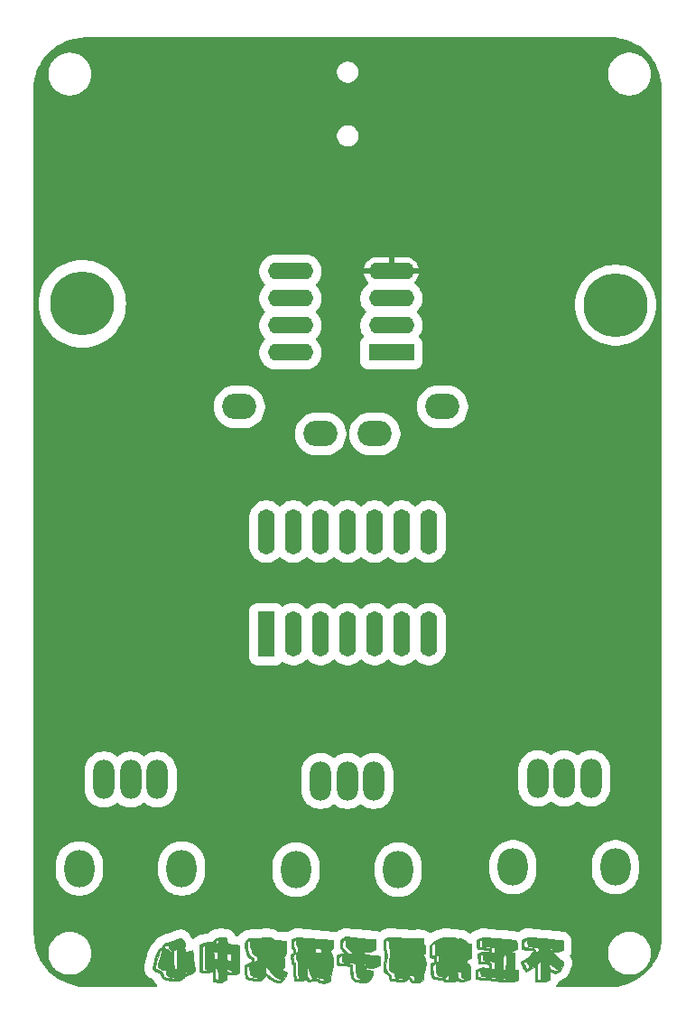
<source format=gbr>
%TF.GenerationSoftware,KiCad,Pcbnew,8.0.8-8.0.8-0~ubuntu20.04.1*%
%TF.CreationDate,2025-02-12T12:23:45+07:00*%
%TF.ProjectId,SolarSynth_digilog,536f6c61-7253-4796-9e74-685f64696769,rev?*%
%TF.SameCoordinates,Original*%
%TF.FileFunction,Copper,L2,Bot*%
%TF.FilePolarity,Positive*%
%FSLAX46Y46*%
G04 Gerber Fmt 4.6, Leading zero omitted, Abs format (unit mm)*
G04 Created by KiCad (PCBNEW 8.0.8-8.0.8-0~ubuntu20.04.1) date 2025-02-12 12:23:45*
%MOMM*%
%LPD*%
G01*
G04 APERTURE LIST*
%TA.AperFunction,EtchedComponent*%
%ADD10C,0.010000*%
%TD*%
%TA.AperFunction,ComponentPad*%
%ADD11C,6.000000*%
%TD*%
%TA.AperFunction,ComponentPad*%
%ADD12O,3.200000X2.400000*%
%TD*%
%TA.AperFunction,ComponentPad*%
%ADD13R,4.248000X1.600000*%
%TD*%
%TA.AperFunction,ComponentPad*%
%ADD14O,4.248000X1.600000*%
%TD*%
%TA.AperFunction,ComponentPad*%
%ADD15O,2.000000X3.660000*%
%TD*%
%TA.AperFunction,ComponentPad*%
%ADD16O,2.800000X3.500000*%
%TD*%
%TA.AperFunction,ComponentPad*%
%ADD17R,1.600000X4.248000*%
%TD*%
%TA.AperFunction,ComponentPad*%
%ADD18O,1.600000X4.248000*%
%TD*%
G04 APERTURE END LIST*
D10*
%TO.C,Ref\u002A\u002A*%
X115289881Y-116066488D02*
X115356833Y-116225731D01*
X115377491Y-116274563D01*
X115442202Y-116449767D01*
X115487452Y-116607175D01*
X115504483Y-116717603D01*
X115500761Y-116802061D01*
X115480090Y-116987152D01*
X115476226Y-117011450D01*
X115445911Y-117202125D01*
X115403508Y-117418429D01*
X115358163Y-117607512D01*
X115315158Y-117740823D01*
X115289560Y-117823442D01*
X115260866Y-118006762D01*
X115250483Y-118228717D01*
X115250483Y-118561822D01*
X115218718Y-118577515D01*
X115028233Y-118671622D01*
X114931168Y-118717201D01*
X114805052Y-118769455D01*
X114721429Y-118795519D01*
X114548639Y-118802807D01*
X114352954Y-118778906D01*
X114170437Y-118730482D01*
X114036482Y-118664314D01*
X114007819Y-118643280D01*
X113952898Y-118609015D01*
X113893752Y-118589157D01*
X113814477Y-118583308D01*
X113699167Y-118591072D01*
X113531916Y-118612050D01*
X113296821Y-118645846D01*
X113200665Y-118653115D01*
X113122854Y-118624988D01*
X113047229Y-118539790D01*
X112952133Y-118411165D01*
X112748049Y-118514582D01*
X112737499Y-118519875D01*
X112589397Y-118580099D01*
X112434843Y-118610324D01*
X112248755Y-118613135D01*
X112006055Y-118591120D01*
X111788460Y-118564976D01*
X111758685Y-117797738D01*
X111749056Y-117560037D01*
X111738574Y-117348373D01*
X111727275Y-117198065D01*
X111713345Y-117096538D01*
X111694968Y-117031216D01*
X111670329Y-116989522D01*
X111637613Y-116958881D01*
X111610900Y-116935216D01*
X111576283Y-116883640D01*
X111554328Y-116803681D01*
X111540854Y-116676579D01*
X111531678Y-116483571D01*
X111529437Y-116420960D01*
X111528052Y-116367063D01*
X111697375Y-116367063D01*
X111710156Y-116513238D01*
X111710229Y-116513936D01*
X111735080Y-116678441D01*
X111772962Y-116781999D01*
X111832465Y-116848138D01*
X111864551Y-116875577D01*
X111890332Y-116912825D01*
X111908668Y-116970560D01*
X111921285Y-117061616D01*
X111929910Y-117198828D01*
X111936269Y-117395029D01*
X111942088Y-117663054D01*
X111945491Y-117824907D01*
X111951678Y-118050336D01*
X111959282Y-118209068D01*
X111969681Y-118312569D01*
X111984253Y-118372303D01*
X112004377Y-118399736D01*
X112031430Y-118406333D01*
X112053271Y-118406859D01*
X112159235Y-118413848D01*
X112291824Y-118426370D01*
X112339578Y-118430601D01*
X112458096Y-118433083D01*
X112530566Y-118422842D01*
X112541279Y-118417720D01*
X112583425Y-118374098D01*
X112552914Y-118337209D01*
X112459945Y-118321666D01*
X112386158Y-118321342D01*
X112316523Y-118313982D01*
X112267160Y-118288538D01*
X112234585Y-118233914D01*
X112215314Y-118139012D01*
X112205863Y-117992736D01*
X112202747Y-117783990D01*
X112202680Y-117712061D01*
X113010601Y-117712061D01*
X113013619Y-117920305D01*
X113019947Y-118086728D01*
X113028958Y-118197052D01*
X113040022Y-118237000D01*
X113044048Y-118237741D01*
X113089452Y-118279001D01*
X113148249Y-118364000D01*
X113154785Y-118374098D01*
X113189673Y-118428003D01*
X113246242Y-118474652D01*
X113325737Y-118476325D01*
X113456045Y-118439899D01*
X113587775Y-118397443D01*
X113564216Y-118362434D01*
X113774045Y-118362434D01*
X113804687Y-118395323D01*
X113826310Y-118397443D01*
X113916983Y-118406333D01*
X114021205Y-118420286D01*
X114158313Y-118499496D01*
X114201114Y-118535241D01*
X114315333Y-118584186D01*
X114486396Y-118607182D01*
X114594697Y-118610759D01*
X114721606Y-118601807D01*
X114781853Y-118577515D01*
X114769486Y-118541308D01*
X114678555Y-118496609D01*
X114654915Y-118487584D01*
X114566569Y-118443182D01*
X114530816Y-118406187D01*
X114519308Y-118392372D01*
X114446814Y-118365158D01*
X114329733Y-118342869D01*
X114273065Y-118334494D01*
X114133131Y-118306699D01*
X114032227Y-118277149D01*
X113968867Y-118260655D01*
X113852310Y-118289889D01*
X113825171Y-118307873D01*
X113774045Y-118362434D01*
X113564216Y-118362434D01*
X113449390Y-118191804D01*
X113345225Y-118014096D01*
X113254360Y-117804413D01*
X113170898Y-117546004D01*
X113088190Y-117221000D01*
X113020425Y-116929039D01*
X113827197Y-116929039D01*
X113846961Y-117056487D01*
X113888180Y-117199833D01*
X113891998Y-117011450D01*
X113891604Y-116937221D01*
X113879359Y-116865684D01*
X113850779Y-116868103D01*
X113827197Y-116929039D01*
X113020425Y-116929039D01*
X113014497Y-116903500D01*
X113010657Y-117570250D01*
X113010601Y-117712061D01*
X112202680Y-117712061D01*
X112202483Y-117501675D01*
X112202473Y-117423361D01*
X112201873Y-117171063D01*
X112199310Y-116988183D01*
X112193360Y-116862612D01*
X112182600Y-116782244D01*
X112165608Y-116734972D01*
X112140960Y-116708689D01*
X112107233Y-116691288D01*
X112083824Y-116679808D01*
X112044777Y-116645107D01*
X112021236Y-116582979D01*
X112007954Y-116474344D01*
X111999685Y-116300123D01*
X111995356Y-116155524D01*
X111997160Y-116037490D01*
X112011254Y-115968834D01*
X112042293Y-115930078D01*
X112094935Y-115901744D01*
X112136854Y-115879783D01*
X112179655Y-115834121D01*
X112192695Y-115778637D01*
X113768816Y-115778637D01*
X113768980Y-115813906D01*
X113775833Y-115947726D01*
X113795633Y-116016336D01*
X113832316Y-116035666D01*
X113861561Y-116030641D01*
X113895816Y-115991231D01*
X113906952Y-115976098D01*
X113989251Y-115964441D01*
X114149816Y-115975532D01*
X114266357Y-115986591D01*
X114365643Y-115990960D01*
X114403816Y-115985318D01*
X114399008Y-115961921D01*
X114375903Y-115875668D01*
X114340131Y-115751916D01*
X114332292Y-115726011D01*
X114286621Y-115605688D01*
X114235016Y-115542921D01*
X114160456Y-115515293D01*
X114071877Y-115507318D01*
X114001891Y-115519670D01*
X113958064Y-115532986D01*
X113864066Y-115533914D01*
X113862929Y-115533768D01*
X113810854Y-115533372D01*
X113782655Y-115561604D01*
X113771065Y-115637135D01*
X113768816Y-115778637D01*
X112192695Y-115778637D01*
X112198361Y-115754531D01*
X112202483Y-115615721D01*
X112202425Y-115596702D01*
X112194654Y-115457430D01*
X112168824Y-115375262D01*
X112117816Y-115325824D01*
X112090102Y-115305070D01*
X112054584Y-115249628D01*
X112037539Y-115154823D01*
X112033149Y-114998141D01*
X112030654Y-114862991D01*
X112023747Y-114761954D01*
X112013975Y-114723333D01*
X111974933Y-114735303D01*
X111892001Y-114770171D01*
X111839240Y-114802708D01*
X111802749Y-114858170D01*
X111778927Y-114955764D01*
X111759669Y-115116720D01*
X111755482Y-115160006D01*
X111745157Y-115302609D01*
X111750456Y-115389398D01*
X111775339Y-115443252D01*
X111823765Y-115487054D01*
X111856291Y-115516743D01*
X111909877Y-115615896D01*
X111938250Y-115774727D01*
X111945195Y-115860874D01*
X111939931Y-115962134D01*
X111902569Y-116036800D01*
X111820902Y-116120876D01*
X111801468Y-116139113D01*
X111734734Y-116209394D01*
X111702802Y-116275580D01*
X111697375Y-116367063D01*
X111528052Y-116367063D01*
X111525176Y-116255142D01*
X111529058Y-116150922D01*
X111544819Y-116090496D01*
X111576197Y-116056061D01*
X111626928Y-116029811D01*
X111670889Y-116006069D01*
X111723381Y-115940932D01*
X111736816Y-115827388D01*
X111718570Y-115703454D01*
X111652149Y-115622157D01*
X111618968Y-115595987D01*
X111591849Y-115549264D01*
X111576270Y-115469842D01*
X111569169Y-115340408D01*
X111567483Y-115143652D01*
X111567483Y-114718023D01*
X112096649Y-114479585D01*
X115440983Y-114786833D01*
X115440983Y-115182167D01*
X115440982Y-115190593D01*
X115439473Y-115374445D01*
X115431856Y-115494735D01*
X115413350Y-115571795D01*
X115379180Y-115625957D01*
X115324566Y-115677553D01*
X115310770Y-115689800D01*
X115238035Y-115770447D01*
X115208666Y-115832552D01*
X115211185Y-115848022D01*
X115238641Y-115933445D01*
X115258620Y-115985318D01*
X115289881Y-116066488D01*
%TA.AperFunction,EtchedComponent*%
G36*
X115289881Y-116066488D02*
G01*
X115356833Y-116225731D01*
X115377491Y-116274563D01*
X115442202Y-116449767D01*
X115487452Y-116607175D01*
X115504483Y-116717603D01*
X115500761Y-116802061D01*
X115480090Y-116987152D01*
X115476226Y-117011450D01*
X115445911Y-117202125D01*
X115403508Y-117418429D01*
X115358163Y-117607512D01*
X115315158Y-117740823D01*
X115289560Y-117823442D01*
X115260866Y-118006762D01*
X115250483Y-118228717D01*
X115250483Y-118561822D01*
X115218718Y-118577515D01*
X115028233Y-118671622D01*
X114931168Y-118717201D01*
X114805052Y-118769455D01*
X114721429Y-118795519D01*
X114548639Y-118802807D01*
X114352954Y-118778906D01*
X114170437Y-118730482D01*
X114036482Y-118664314D01*
X114007819Y-118643280D01*
X113952898Y-118609015D01*
X113893752Y-118589157D01*
X113814477Y-118583308D01*
X113699167Y-118591072D01*
X113531916Y-118612050D01*
X113296821Y-118645846D01*
X113200665Y-118653115D01*
X113122854Y-118624988D01*
X113047229Y-118539790D01*
X112952133Y-118411165D01*
X112748049Y-118514582D01*
X112737499Y-118519875D01*
X112589397Y-118580099D01*
X112434843Y-118610324D01*
X112248755Y-118613135D01*
X112006055Y-118591120D01*
X111788460Y-118564976D01*
X111758685Y-117797738D01*
X111749056Y-117560037D01*
X111738574Y-117348373D01*
X111727275Y-117198065D01*
X111713345Y-117096538D01*
X111694968Y-117031216D01*
X111670329Y-116989522D01*
X111637613Y-116958881D01*
X111610900Y-116935216D01*
X111576283Y-116883640D01*
X111554328Y-116803681D01*
X111540854Y-116676579D01*
X111531678Y-116483571D01*
X111529437Y-116420960D01*
X111528052Y-116367063D01*
X111697375Y-116367063D01*
X111710156Y-116513238D01*
X111710229Y-116513936D01*
X111735080Y-116678441D01*
X111772962Y-116781999D01*
X111832465Y-116848138D01*
X111864551Y-116875577D01*
X111890332Y-116912825D01*
X111908668Y-116970560D01*
X111921285Y-117061616D01*
X111929910Y-117198828D01*
X111936269Y-117395029D01*
X111942088Y-117663054D01*
X111945491Y-117824907D01*
X111951678Y-118050336D01*
X111959282Y-118209068D01*
X111969681Y-118312569D01*
X111984253Y-118372303D01*
X112004377Y-118399736D01*
X112031430Y-118406333D01*
X112053271Y-118406859D01*
X112159235Y-118413848D01*
X112291824Y-118426370D01*
X112339578Y-118430601D01*
X112458096Y-118433083D01*
X112530566Y-118422842D01*
X112541279Y-118417720D01*
X112583425Y-118374098D01*
X112552914Y-118337209D01*
X112459945Y-118321666D01*
X112386158Y-118321342D01*
X112316523Y-118313982D01*
X112267160Y-118288538D01*
X112234585Y-118233914D01*
X112215314Y-118139012D01*
X112205863Y-117992736D01*
X112202747Y-117783990D01*
X112202680Y-117712061D01*
X113010601Y-117712061D01*
X113013619Y-117920305D01*
X113019947Y-118086728D01*
X113028958Y-118197052D01*
X113040022Y-118237000D01*
X113044048Y-118237741D01*
X113089452Y-118279001D01*
X113148249Y-118364000D01*
X113154785Y-118374098D01*
X113189673Y-118428003D01*
X113246242Y-118474652D01*
X113325737Y-118476325D01*
X113456045Y-118439899D01*
X113587775Y-118397443D01*
X113564216Y-118362434D01*
X113774045Y-118362434D01*
X113804687Y-118395323D01*
X113826310Y-118397443D01*
X113916983Y-118406333D01*
X114021205Y-118420286D01*
X114158313Y-118499496D01*
X114201114Y-118535241D01*
X114315333Y-118584186D01*
X114486396Y-118607182D01*
X114594697Y-118610759D01*
X114721606Y-118601807D01*
X114781853Y-118577515D01*
X114769486Y-118541308D01*
X114678555Y-118496609D01*
X114654915Y-118487584D01*
X114566569Y-118443182D01*
X114530816Y-118406187D01*
X114519308Y-118392372D01*
X114446814Y-118365158D01*
X114329733Y-118342869D01*
X114273065Y-118334494D01*
X114133131Y-118306699D01*
X114032227Y-118277149D01*
X113968867Y-118260655D01*
X113852310Y-118289889D01*
X113825171Y-118307873D01*
X113774045Y-118362434D01*
X113564216Y-118362434D01*
X113449390Y-118191804D01*
X113345225Y-118014096D01*
X113254360Y-117804413D01*
X113170898Y-117546004D01*
X113088190Y-117221000D01*
X113020425Y-116929039D01*
X113827197Y-116929039D01*
X113846961Y-117056487D01*
X113888180Y-117199833D01*
X113891998Y-117011450D01*
X113891604Y-116937221D01*
X113879359Y-116865684D01*
X113850779Y-116868103D01*
X113827197Y-116929039D01*
X113020425Y-116929039D01*
X113014497Y-116903500D01*
X113010657Y-117570250D01*
X113010601Y-117712061D01*
X112202680Y-117712061D01*
X112202483Y-117501675D01*
X112202473Y-117423361D01*
X112201873Y-117171063D01*
X112199310Y-116988183D01*
X112193360Y-116862612D01*
X112182600Y-116782244D01*
X112165608Y-116734972D01*
X112140960Y-116708689D01*
X112107233Y-116691288D01*
X112083824Y-116679808D01*
X112044777Y-116645107D01*
X112021236Y-116582979D01*
X112007954Y-116474344D01*
X111999685Y-116300123D01*
X111995356Y-116155524D01*
X111997160Y-116037490D01*
X112011254Y-115968834D01*
X112042293Y-115930078D01*
X112094935Y-115901744D01*
X112136854Y-115879783D01*
X112179655Y-115834121D01*
X112192695Y-115778637D01*
X113768816Y-115778637D01*
X113768980Y-115813906D01*
X113775833Y-115947726D01*
X113795633Y-116016336D01*
X113832316Y-116035666D01*
X113861561Y-116030641D01*
X113895816Y-115991231D01*
X113906952Y-115976098D01*
X113989251Y-115964441D01*
X114149816Y-115975532D01*
X114266357Y-115986591D01*
X114365643Y-115990960D01*
X114403816Y-115985318D01*
X114399008Y-115961921D01*
X114375903Y-115875668D01*
X114340131Y-115751916D01*
X114332292Y-115726011D01*
X114286621Y-115605688D01*
X114235016Y-115542921D01*
X114160456Y-115515293D01*
X114071877Y-115507318D01*
X114001891Y-115519670D01*
X113958064Y-115532986D01*
X113864066Y-115533914D01*
X113862929Y-115533768D01*
X113810854Y-115533372D01*
X113782655Y-115561604D01*
X113771065Y-115637135D01*
X113768816Y-115778637D01*
X112192695Y-115778637D01*
X112198361Y-115754531D01*
X112202483Y-115615721D01*
X112202425Y-115596702D01*
X112194654Y-115457430D01*
X112168824Y-115375262D01*
X112117816Y-115325824D01*
X112090102Y-115305070D01*
X112054584Y-115249628D01*
X112037539Y-115154823D01*
X112033149Y-114998141D01*
X112030654Y-114862991D01*
X112023747Y-114761954D01*
X112013975Y-114723333D01*
X111974933Y-114735303D01*
X111892001Y-114770171D01*
X111839240Y-114802708D01*
X111802749Y-114858170D01*
X111778927Y-114955764D01*
X111759669Y-115116720D01*
X111755482Y-115160006D01*
X111745157Y-115302609D01*
X111750456Y-115389398D01*
X111775339Y-115443252D01*
X111823765Y-115487054D01*
X111856291Y-115516743D01*
X111909877Y-115615896D01*
X111938250Y-115774727D01*
X111945195Y-115860874D01*
X111939931Y-115962134D01*
X111902569Y-116036800D01*
X111820902Y-116120876D01*
X111801468Y-116139113D01*
X111734734Y-116209394D01*
X111702802Y-116275580D01*
X111697375Y-116367063D01*
X111528052Y-116367063D01*
X111525176Y-116255142D01*
X111529058Y-116150922D01*
X111544819Y-116090496D01*
X111576197Y-116056061D01*
X111626928Y-116029811D01*
X111670889Y-116006069D01*
X111723381Y-115940932D01*
X111736816Y-115827388D01*
X111718570Y-115703454D01*
X111652149Y-115622157D01*
X111618968Y-115595987D01*
X111591849Y-115549264D01*
X111576270Y-115469842D01*
X111569169Y-115340408D01*
X111567483Y-115143652D01*
X111567483Y-114718023D01*
X112096649Y-114479585D01*
X115440983Y-114786833D01*
X115440983Y-115182167D01*
X115440982Y-115190593D01*
X115439473Y-115374445D01*
X115431856Y-115494735D01*
X115413350Y-115571795D01*
X115379180Y-115625957D01*
X115324566Y-115677553D01*
X115310770Y-115689800D01*
X115238035Y-115770447D01*
X115208666Y-115832552D01*
X115211185Y-115848022D01*
X115238641Y-115933445D01*
X115258620Y-115985318D01*
X115289881Y-116066488D01*
G37*
%TD.AperFunction*%
X122463041Y-118451493D02*
X122294625Y-118539472D01*
X122058716Y-118672610D01*
X121597531Y-118644600D01*
X121457674Y-118635509D01*
X121250164Y-118620020D01*
X121071840Y-118604455D01*
X120950383Y-118591100D01*
X120764419Y-118565611D01*
X120739258Y-118348389D01*
X120736959Y-118329717D01*
X120699480Y-118169556D01*
X120639724Y-118088833D01*
X120603865Y-118066713D01*
X120452212Y-117937925D01*
X120325585Y-117778831D01*
X120250416Y-117621180D01*
X120225334Y-117500578D01*
X120206543Y-117244121D01*
X120220335Y-116963172D01*
X120266136Y-116691833D01*
X120291682Y-116575927D01*
X120323768Y-116326492D01*
X120316548Y-116079050D01*
X120270197Y-115795017D01*
X120234779Y-115609115D01*
X120196175Y-115342816D01*
X120176373Y-115107884D01*
X120176389Y-115093450D01*
X120372816Y-115093450D01*
X120375120Y-115165294D01*
X120392426Y-115355929D01*
X120422980Y-115577266D01*
X120462363Y-115794692D01*
X120551910Y-116226166D01*
X120458136Y-116706280D01*
X120449659Y-116750700D01*
X120400411Y-117100727D01*
X120396612Y-117383745D01*
X120439057Y-117604227D01*
X120528540Y-117766642D01*
X120665855Y-117875463D01*
X120685968Y-117886063D01*
X120827644Y-117982529D01*
X120901750Y-118091779D01*
X120923149Y-118234555D01*
X120923149Y-118395397D01*
X121166566Y-118420677D01*
X121481303Y-118451410D01*
X121721635Y-118470148D01*
X121893142Y-118476989D01*
X122003300Y-118472231D01*
X122059589Y-118456171D01*
X122071078Y-118447549D01*
X122077316Y-118416778D01*
X122006672Y-118389959D01*
X121932099Y-118355238D01*
X121896816Y-118273836D01*
X121894054Y-118217623D01*
X121873929Y-118217437D01*
X121818749Y-118281696D01*
X121781898Y-118323013D01*
X121727589Y-118355021D01*
X121646982Y-118358683D01*
X121511832Y-118339302D01*
X121386654Y-118315599D01*
X121313878Y-118286876D01*
X121282752Y-118238089D01*
X121271555Y-118152333D01*
X121268998Y-118120583D01*
X122455791Y-118120583D01*
X122465755Y-118176643D01*
X122540459Y-118194666D01*
X122565575Y-118195812D01*
X122693907Y-118236833D01*
X122790203Y-118321125D01*
X122828149Y-118427402D01*
X122835221Y-118495078D01*
X122859899Y-118547879D01*
X122895312Y-118560920D01*
X123002225Y-118580087D01*
X123138155Y-118593162D01*
X123268164Y-118597231D01*
X123357316Y-118589379D01*
X123440656Y-118561648D01*
X123481517Y-118526795D01*
X123441692Y-118501047D01*
X123323449Y-118491000D01*
X123124483Y-118491000D01*
X123124483Y-118121793D01*
X122902233Y-118090211D01*
X122738307Y-118068175D01*
X122599327Y-118055200D01*
X122516087Y-118058917D01*
X122473328Y-118080366D01*
X122455791Y-118120583D01*
X121268998Y-118120583D01*
X121268414Y-118113329D01*
X121249752Y-117957466D01*
X121220910Y-117866572D01*
X121173481Y-117824142D01*
X121099056Y-117813666D01*
X120966222Y-117774023D01*
X120845563Y-117663563D01*
X120752842Y-117496166D01*
X120740865Y-117459365D01*
X120712747Y-117291171D01*
X120702792Y-117073591D01*
X120710459Y-116832165D01*
X120735206Y-116592433D01*
X120776492Y-116379933D01*
X120806394Y-116259558D01*
X120828176Y-116138615D01*
X120831561Y-116027196D01*
X120816925Y-115894496D01*
X120784642Y-115709714D01*
X120779957Y-115684050D01*
X120742940Y-115456962D01*
X120709958Y-115216989D01*
X120687668Y-115012009D01*
X120659751Y-114686851D01*
X120516283Y-114755266D01*
X120490091Y-114767894D01*
X120423236Y-114807804D01*
X120388315Y-114859078D01*
X120374963Y-114946149D01*
X120372816Y-115093450D01*
X120176389Y-115093450D01*
X120176586Y-114921075D01*
X120198030Y-114799147D01*
X120225593Y-114750886D01*
X120333970Y-114649771D01*
X120491955Y-114560091D01*
X120676289Y-114496564D01*
X120709462Y-114493205D01*
X120825577Y-114493210D01*
X121004787Y-114499946D01*
X121233675Y-114512724D01*
X121498822Y-114530854D01*
X121786811Y-114553647D01*
X121912519Y-114563978D01*
X122319097Y-114593023D01*
X122668247Y-114610828D01*
X122951191Y-114617024D01*
X123159152Y-114611243D01*
X123208748Y-114608081D01*
X123409217Y-114601384D01*
X123595025Y-114603500D01*
X123731380Y-114614247D01*
X123928816Y-114643854D01*
X123928816Y-114906388D01*
X123930559Y-115021222D01*
X123942182Y-115121912D01*
X123970973Y-115177477D01*
X124024066Y-115210711D01*
X124049653Y-115223434D01*
X124087610Y-115258618D01*
X124110523Y-115321793D01*
X124123514Y-115431850D01*
X124131707Y-115607680D01*
X124133903Y-115677081D01*
X124134678Y-115833014D01*
X124123950Y-115934134D01*
X124097851Y-116002543D01*
X124052515Y-116060347D01*
X123960931Y-116157833D01*
X124079748Y-116545166D01*
X124198564Y-116932498D01*
X124123583Y-117298999D01*
X124111315Y-117356937D01*
X124068250Y-117537073D01*
X124024791Y-117690300D01*
X123988709Y-117788420D01*
X123962070Y-117871566D01*
X123937804Y-118031790D01*
X123928816Y-118224134D01*
X123928816Y-118526795D01*
X123928816Y-118536928D01*
X123664233Y-118664782D01*
X123663333Y-118665216D01*
X123512613Y-118732976D01*
X123391365Y-118769019D01*
X123261745Y-118780542D01*
X123085910Y-118774738D01*
X123036278Y-118771492D01*
X122852121Y-118746338D01*
X122736278Y-118698741D01*
X122676069Y-118620664D01*
X122658816Y-118504075D01*
X122658048Y-118483338D01*
X122635160Y-118424359D01*
X122573355Y-118413433D01*
X122563659Y-118416778D01*
X122463041Y-118451493D01*
%TA.AperFunction,EtchedComponent*%
G36*
X122463041Y-118451493D02*
G01*
X122294625Y-118539472D01*
X122058716Y-118672610D01*
X121597531Y-118644600D01*
X121457674Y-118635509D01*
X121250164Y-118620020D01*
X121071840Y-118604455D01*
X120950383Y-118591100D01*
X120764419Y-118565611D01*
X120739258Y-118348389D01*
X120736959Y-118329717D01*
X120699480Y-118169556D01*
X120639724Y-118088833D01*
X120603865Y-118066713D01*
X120452212Y-117937925D01*
X120325585Y-117778831D01*
X120250416Y-117621180D01*
X120225334Y-117500578D01*
X120206543Y-117244121D01*
X120220335Y-116963172D01*
X120266136Y-116691833D01*
X120291682Y-116575927D01*
X120323768Y-116326492D01*
X120316548Y-116079050D01*
X120270197Y-115795017D01*
X120234779Y-115609115D01*
X120196175Y-115342816D01*
X120176373Y-115107884D01*
X120176389Y-115093450D01*
X120372816Y-115093450D01*
X120375120Y-115165294D01*
X120392426Y-115355929D01*
X120422980Y-115577266D01*
X120462363Y-115794692D01*
X120551910Y-116226166D01*
X120458136Y-116706280D01*
X120449659Y-116750700D01*
X120400411Y-117100727D01*
X120396612Y-117383745D01*
X120439057Y-117604227D01*
X120528540Y-117766642D01*
X120665855Y-117875463D01*
X120685968Y-117886063D01*
X120827644Y-117982529D01*
X120901750Y-118091779D01*
X120923149Y-118234555D01*
X120923149Y-118395397D01*
X121166566Y-118420677D01*
X121481303Y-118451410D01*
X121721635Y-118470148D01*
X121893142Y-118476989D01*
X122003300Y-118472231D01*
X122059589Y-118456171D01*
X122071078Y-118447549D01*
X122077316Y-118416778D01*
X122006672Y-118389959D01*
X121932099Y-118355238D01*
X121896816Y-118273836D01*
X121894054Y-118217623D01*
X121873929Y-118217437D01*
X121818749Y-118281696D01*
X121781898Y-118323013D01*
X121727589Y-118355021D01*
X121646982Y-118358683D01*
X121511832Y-118339302D01*
X121386654Y-118315599D01*
X121313878Y-118286876D01*
X121282752Y-118238089D01*
X121271555Y-118152333D01*
X121268998Y-118120583D01*
X122455791Y-118120583D01*
X122465755Y-118176643D01*
X122540459Y-118194666D01*
X122565575Y-118195812D01*
X122693907Y-118236833D01*
X122790203Y-118321125D01*
X122828149Y-118427402D01*
X122835221Y-118495078D01*
X122859899Y-118547879D01*
X122895312Y-118560920D01*
X123002225Y-118580087D01*
X123138155Y-118593162D01*
X123268164Y-118597231D01*
X123357316Y-118589379D01*
X123440656Y-118561648D01*
X123481517Y-118526795D01*
X123441692Y-118501047D01*
X123323449Y-118491000D01*
X123124483Y-118491000D01*
X123124483Y-118121793D01*
X122902233Y-118090211D01*
X122738307Y-118068175D01*
X122599327Y-118055200D01*
X122516087Y-118058917D01*
X122473328Y-118080366D01*
X122455791Y-118120583D01*
X121268998Y-118120583D01*
X121268414Y-118113329D01*
X121249752Y-117957466D01*
X121220910Y-117866572D01*
X121173481Y-117824142D01*
X121099056Y-117813666D01*
X120966222Y-117774023D01*
X120845563Y-117663563D01*
X120752842Y-117496166D01*
X120740865Y-117459365D01*
X120712747Y-117291171D01*
X120702792Y-117073591D01*
X120710459Y-116832165D01*
X120735206Y-116592433D01*
X120776492Y-116379933D01*
X120806394Y-116259558D01*
X120828176Y-116138615D01*
X120831561Y-116027196D01*
X120816925Y-115894496D01*
X120784642Y-115709714D01*
X120779957Y-115684050D01*
X120742940Y-115456962D01*
X120709958Y-115216989D01*
X120687668Y-115012009D01*
X120659751Y-114686851D01*
X120516283Y-114755266D01*
X120490091Y-114767894D01*
X120423236Y-114807804D01*
X120388315Y-114859078D01*
X120374963Y-114946149D01*
X120372816Y-115093450D01*
X120176389Y-115093450D01*
X120176586Y-114921075D01*
X120198030Y-114799147D01*
X120225593Y-114750886D01*
X120333970Y-114649771D01*
X120491955Y-114560091D01*
X120676289Y-114496564D01*
X120709462Y-114493205D01*
X120825577Y-114493210D01*
X121004787Y-114499946D01*
X121233675Y-114512724D01*
X121498822Y-114530854D01*
X121786811Y-114553647D01*
X121912519Y-114563978D01*
X122319097Y-114593023D01*
X122668247Y-114610828D01*
X122951191Y-114617024D01*
X123159152Y-114611243D01*
X123208748Y-114608081D01*
X123409217Y-114601384D01*
X123595025Y-114603500D01*
X123731380Y-114614247D01*
X123928816Y-114643854D01*
X123928816Y-114906388D01*
X123930559Y-115021222D01*
X123942182Y-115121912D01*
X123970973Y-115177477D01*
X124024066Y-115210711D01*
X124049653Y-115223434D01*
X124087610Y-115258618D01*
X124110523Y-115321793D01*
X124123514Y-115431850D01*
X124131707Y-115607680D01*
X124133903Y-115677081D01*
X124134678Y-115833014D01*
X124123950Y-115934134D01*
X124097851Y-116002543D01*
X124052515Y-116060347D01*
X123960931Y-116157833D01*
X124079748Y-116545166D01*
X124198564Y-116932498D01*
X124123583Y-117298999D01*
X124111315Y-117356937D01*
X124068250Y-117537073D01*
X124024791Y-117690300D01*
X123988709Y-117788420D01*
X123962070Y-117871566D01*
X123937804Y-118031790D01*
X123928816Y-118224134D01*
X123928816Y-118526795D01*
X123928816Y-118536928D01*
X123664233Y-118664782D01*
X123663333Y-118665216D01*
X123512613Y-118732976D01*
X123391365Y-118769019D01*
X123261745Y-118780542D01*
X123085910Y-118774738D01*
X123036278Y-118771492D01*
X122852121Y-118746338D01*
X122736278Y-118698741D01*
X122676069Y-118620664D01*
X122658816Y-118504075D01*
X122658048Y-118483338D01*
X122635160Y-118424359D01*
X122573355Y-118413433D01*
X122563659Y-118416778D01*
X122463041Y-118451493D01*
G37*
%TD.AperFunction*%
X111084134Y-115582696D02*
X111062382Y-115814727D01*
X111049485Y-115909459D01*
X111045581Y-115925732D01*
X110998159Y-116123413D01*
X110917901Y-116287309D01*
X110904177Y-116308222D01*
X110903697Y-116308955D01*
X110848436Y-116404674D01*
X110839202Y-116461391D01*
X110870809Y-116502849D01*
X110891575Y-116529174D01*
X110915552Y-116608702D01*
X110928563Y-116745233D01*
X110932483Y-116952444D01*
X110932483Y-117329760D01*
X110932483Y-117350855D01*
X110620473Y-117534945D01*
X110830755Y-117627105D01*
X110970346Y-117692228D01*
X111073777Y-117762400D01*
X111113296Y-117842624D01*
X111097647Y-117953811D01*
X111035573Y-118116868D01*
X111004347Y-118189690D01*
X110909461Y-118385012D01*
X110828045Y-118506485D01*
X110817310Y-118522502D01*
X110713502Y-118620664D01*
X110583646Y-118698005D01*
X110526777Y-118724714D01*
X110357362Y-118777208D01*
X110198332Y-118770414D01*
X110013861Y-118704759D01*
X109862544Y-118625851D01*
X109687112Y-118519189D01*
X109512409Y-118401497D01*
X109363226Y-118289478D01*
X109264358Y-118199835D01*
X109183734Y-118110044D01*
X109041660Y-118276025D01*
X108976446Y-118344320D01*
X108956785Y-118364911D01*
X108804631Y-118474098D01*
X108623436Y-118540203D01*
X108396170Y-118568468D01*
X108105807Y-118564135D01*
X108051279Y-118560839D01*
X107760676Y-118534174D01*
X107542691Y-118489209D01*
X107387150Y-118415583D01*
X107283881Y-118302936D01*
X107222711Y-118140906D01*
X107193470Y-117919134D01*
X107185983Y-117627257D01*
X107185983Y-117268644D01*
X107321729Y-117268644D01*
X107347628Y-117662919D01*
X107349492Y-117690320D01*
X107376164Y-117948799D01*
X107415562Y-118131382D01*
X107469966Y-118245542D01*
X107541657Y-118298754D01*
X107541975Y-118298852D01*
X107616952Y-118315285D01*
X107747535Y-118338043D01*
X107905649Y-118362229D01*
X108039372Y-118379927D01*
X108255942Y-118398301D01*
X108422978Y-118394203D01*
X108561816Y-118367816D01*
X108574856Y-118364091D01*
X108630599Y-118344320D01*
X108616049Y-118329234D01*
X108524774Y-118308536D01*
X108391803Y-118288295D01*
X108261048Y-118279333D01*
X108239094Y-118278438D01*
X108110781Y-118255909D01*
X107973268Y-118212541D01*
X107928374Y-118192189D01*
X107808129Y-118100692D01*
X107722638Y-117961377D01*
X107679389Y-117808466D01*
X109108400Y-117808466D01*
X109306049Y-117990983D01*
X109325599Y-118008896D01*
X109658500Y-118276620D01*
X110001149Y-118487780D01*
X110097823Y-118535614D01*
X110231339Y-118584792D01*
X110338072Y-118591453D01*
X110444936Y-118559973D01*
X110571222Y-118506485D01*
X110299117Y-118361455D01*
X110003231Y-118173774D01*
X109692078Y-117887894D01*
X109436401Y-117538500D01*
X109386105Y-117456642D01*
X109295764Y-117327844D01*
X110274613Y-117327844D01*
X110297483Y-117369166D01*
X110333816Y-117403020D01*
X110403316Y-117432666D01*
X110439813Y-117422823D01*
X110509149Y-117369166D01*
X110532091Y-117329760D01*
X110502684Y-117310242D01*
X110403316Y-117305666D01*
X110308180Y-117309576D01*
X110274613Y-117327844D01*
X109295764Y-117327844D01*
X109286938Y-117315261D01*
X109214943Y-117251610D01*
X109166005Y-117265517D01*
X109136015Y-117356810D01*
X109120858Y-117525316D01*
X109108400Y-117808466D01*
X107679389Y-117808466D01*
X107666425Y-117762631D01*
X107634017Y-117492841D01*
X107609316Y-117150849D01*
X107465522Y-117209746D01*
X107321729Y-117268644D01*
X107185983Y-117268644D01*
X107185983Y-117123347D01*
X107482316Y-116999324D01*
X107504548Y-116989898D01*
X107710478Y-116886325D01*
X107839931Y-116786852D01*
X107891219Y-116694338D01*
X107862654Y-116611641D01*
X107752547Y-116541622D01*
X107655067Y-116481868D01*
X107524983Y-116349041D01*
X107418721Y-116184054D01*
X107358483Y-116016493D01*
X107321807Y-115880797D01*
X107269328Y-115751704D01*
X107256717Y-115721537D01*
X107228854Y-115595524D01*
X107212020Y-115427730D01*
X107208411Y-115307817D01*
X107420163Y-115307817D01*
X107426768Y-115516838D01*
X107447495Y-115670005D01*
X107483663Y-115758007D01*
X107520033Y-115825470D01*
X107545816Y-115941976D01*
X107546344Y-115960575D01*
X107594357Y-116124825D01*
X107708914Y-116271116D01*
X107873899Y-116378031D01*
X107932953Y-116404481D01*
X108014372Y-116454858D01*
X108047523Y-116519105D01*
X108053816Y-116626828D01*
X108054729Y-116699613D01*
X108066777Y-116776096D01*
X108104187Y-116789898D01*
X108181030Y-116755218D01*
X108230355Y-116735799D01*
X108286579Y-116755218D01*
X108317430Y-116792489D01*
X108357465Y-116787403D01*
X108383313Y-116705968D01*
X108392483Y-116552944D01*
X108392483Y-116308222D01*
X108213946Y-116246028D01*
X108147964Y-116217900D01*
X107989195Y-116098533D01*
X107881693Y-115936619D01*
X107842149Y-115754239D01*
X107842145Y-115751777D01*
X107826566Y-115645983D01*
X107778649Y-115612333D01*
X107769440Y-115611448D01*
X107742326Y-115588323D01*
X107725734Y-115523196D01*
X107724280Y-115501970D01*
X108561816Y-115501970D01*
X108569615Y-115512927D01*
X108625316Y-115542975D01*
X108657786Y-115549630D01*
X108658848Y-115548833D01*
X109407128Y-115548833D01*
X109418389Y-115738968D01*
X109425769Y-115817956D01*
X109452850Y-115908646D01*
X109503733Y-115943155D01*
X109513887Y-115945056D01*
X109559264Y-115948671D01*
X109571418Y-115925732D01*
X109549453Y-115859535D01*
X109492472Y-115733372D01*
X109407128Y-115548833D01*
X108658848Y-115548833D01*
X108688816Y-115526338D01*
X108681663Y-115507487D01*
X108625316Y-115485333D01*
X108596385Y-115487172D01*
X108561816Y-115501970D01*
X107724280Y-115501970D01*
X107717422Y-115401875D01*
X107715149Y-115210166D01*
X107714919Y-115139301D01*
X107709367Y-114960812D01*
X107692086Y-114854498D01*
X107657378Y-114810888D01*
X107599549Y-114820512D01*
X107512902Y-114873900D01*
X107485249Y-114895269D01*
X107449831Y-114940695D01*
X107429995Y-115011411D01*
X107421514Y-115127193D01*
X107420163Y-115307817D01*
X107208411Y-115307817D01*
X107206468Y-115243265D01*
X107212455Y-115067239D01*
X107230236Y-114924761D01*
X107260066Y-114840942D01*
X107270535Y-114828841D01*
X107352053Y-114758577D01*
X107461149Y-114684842D01*
X107467956Y-114680831D01*
X107542255Y-114644051D01*
X107627348Y-114619657D01*
X107741693Y-114605221D01*
X107903747Y-114598309D01*
X108131967Y-114596491D01*
X108381999Y-114591998D01*
X108672524Y-114570190D01*
X108881515Y-114530372D01*
X108909718Y-114522396D01*
X109061836Y-114491004D01*
X109214858Y-114486185D01*
X109409093Y-114506080D01*
X109539584Y-114527225D01*
X109706984Y-114571645D01*
X109801870Y-114628295D01*
X109831816Y-114700661D01*
X109831938Y-114702281D01*
X109869426Y-114727668D01*
X109977129Y-114751482D01*
X110159863Y-114774513D01*
X110422443Y-114797551D01*
X110491524Y-114803009D01*
X110701357Y-114821682D01*
X110876737Y-114840384D01*
X111000990Y-114857205D01*
X111057443Y-114870239D01*
X111073426Y-114897831D01*
X111090589Y-114999696D01*
X111098152Y-115158749D01*
X111096029Y-115358560D01*
X111087124Y-115526338D01*
X111084134Y-115582696D01*
%TA.AperFunction,EtchedComponent*%
G36*
X111084134Y-115582696D02*
G01*
X111062382Y-115814727D01*
X111049485Y-115909459D01*
X111045581Y-115925732D01*
X110998159Y-116123413D01*
X110917901Y-116287309D01*
X110904177Y-116308222D01*
X110903697Y-116308955D01*
X110848436Y-116404674D01*
X110839202Y-116461391D01*
X110870809Y-116502849D01*
X110891575Y-116529174D01*
X110915552Y-116608702D01*
X110928563Y-116745233D01*
X110932483Y-116952444D01*
X110932483Y-117329760D01*
X110932483Y-117350855D01*
X110620473Y-117534945D01*
X110830755Y-117627105D01*
X110970346Y-117692228D01*
X111073777Y-117762400D01*
X111113296Y-117842624D01*
X111097647Y-117953811D01*
X111035573Y-118116868D01*
X111004347Y-118189690D01*
X110909461Y-118385012D01*
X110828045Y-118506485D01*
X110817310Y-118522502D01*
X110713502Y-118620664D01*
X110583646Y-118698005D01*
X110526777Y-118724714D01*
X110357362Y-118777208D01*
X110198332Y-118770414D01*
X110013861Y-118704759D01*
X109862544Y-118625851D01*
X109687112Y-118519189D01*
X109512409Y-118401497D01*
X109363226Y-118289478D01*
X109264358Y-118199835D01*
X109183734Y-118110044D01*
X109041660Y-118276025D01*
X108976446Y-118344320D01*
X108956785Y-118364911D01*
X108804631Y-118474098D01*
X108623436Y-118540203D01*
X108396170Y-118568468D01*
X108105807Y-118564135D01*
X108051279Y-118560839D01*
X107760676Y-118534174D01*
X107542691Y-118489209D01*
X107387150Y-118415583D01*
X107283881Y-118302936D01*
X107222711Y-118140906D01*
X107193470Y-117919134D01*
X107185983Y-117627257D01*
X107185983Y-117268644D01*
X107321729Y-117268644D01*
X107347628Y-117662919D01*
X107349492Y-117690320D01*
X107376164Y-117948799D01*
X107415562Y-118131382D01*
X107469966Y-118245542D01*
X107541657Y-118298754D01*
X107541975Y-118298852D01*
X107616952Y-118315285D01*
X107747535Y-118338043D01*
X107905649Y-118362229D01*
X108039372Y-118379927D01*
X108255942Y-118398301D01*
X108422978Y-118394203D01*
X108561816Y-118367816D01*
X108574856Y-118364091D01*
X108630599Y-118344320D01*
X108616049Y-118329234D01*
X108524774Y-118308536D01*
X108391803Y-118288295D01*
X108261048Y-118279333D01*
X108239094Y-118278438D01*
X108110781Y-118255909D01*
X107973268Y-118212541D01*
X107928374Y-118192189D01*
X107808129Y-118100692D01*
X107722638Y-117961377D01*
X107679389Y-117808466D01*
X109108400Y-117808466D01*
X109306049Y-117990983D01*
X109325599Y-118008896D01*
X109658500Y-118276620D01*
X110001149Y-118487780D01*
X110097823Y-118535614D01*
X110231339Y-118584792D01*
X110338072Y-118591453D01*
X110444936Y-118559973D01*
X110571222Y-118506485D01*
X110299117Y-118361455D01*
X110003231Y-118173774D01*
X109692078Y-117887894D01*
X109436401Y-117538500D01*
X109386105Y-117456642D01*
X109295764Y-117327844D01*
X110274613Y-117327844D01*
X110297483Y-117369166D01*
X110333816Y-117403020D01*
X110403316Y-117432666D01*
X110439813Y-117422823D01*
X110509149Y-117369166D01*
X110532091Y-117329760D01*
X110502684Y-117310242D01*
X110403316Y-117305666D01*
X110308180Y-117309576D01*
X110274613Y-117327844D01*
X109295764Y-117327844D01*
X109286938Y-117315261D01*
X109214943Y-117251610D01*
X109166005Y-117265517D01*
X109136015Y-117356810D01*
X109120858Y-117525316D01*
X109108400Y-117808466D01*
X107679389Y-117808466D01*
X107666425Y-117762631D01*
X107634017Y-117492841D01*
X107609316Y-117150849D01*
X107465522Y-117209746D01*
X107321729Y-117268644D01*
X107185983Y-117268644D01*
X107185983Y-117123347D01*
X107482316Y-116999324D01*
X107504548Y-116989898D01*
X107710478Y-116886325D01*
X107839931Y-116786852D01*
X107891219Y-116694338D01*
X107862654Y-116611641D01*
X107752547Y-116541622D01*
X107655067Y-116481868D01*
X107524983Y-116349041D01*
X107418721Y-116184054D01*
X107358483Y-116016493D01*
X107321807Y-115880797D01*
X107269328Y-115751704D01*
X107256717Y-115721537D01*
X107228854Y-115595524D01*
X107212020Y-115427730D01*
X107208411Y-115307817D01*
X107420163Y-115307817D01*
X107426768Y-115516838D01*
X107447495Y-115670005D01*
X107483663Y-115758007D01*
X107520033Y-115825470D01*
X107545816Y-115941976D01*
X107546344Y-115960575D01*
X107594357Y-116124825D01*
X107708914Y-116271116D01*
X107873899Y-116378031D01*
X107932953Y-116404481D01*
X108014372Y-116454858D01*
X108047523Y-116519105D01*
X108053816Y-116626828D01*
X108054729Y-116699613D01*
X108066777Y-116776096D01*
X108104187Y-116789898D01*
X108181030Y-116755218D01*
X108230355Y-116735799D01*
X108286579Y-116755218D01*
X108317430Y-116792489D01*
X108357465Y-116787403D01*
X108383313Y-116705968D01*
X108392483Y-116552944D01*
X108392483Y-116308222D01*
X108213946Y-116246028D01*
X108147964Y-116217900D01*
X107989195Y-116098533D01*
X107881693Y-115936619D01*
X107842149Y-115754239D01*
X107842145Y-115751777D01*
X107826566Y-115645983D01*
X107778649Y-115612333D01*
X107769440Y-115611448D01*
X107742326Y-115588323D01*
X107725734Y-115523196D01*
X107724280Y-115501970D01*
X108561816Y-115501970D01*
X108569615Y-115512927D01*
X108625316Y-115542975D01*
X108657786Y-115549630D01*
X108658848Y-115548833D01*
X109407128Y-115548833D01*
X109418389Y-115738968D01*
X109425769Y-115817956D01*
X109452850Y-115908646D01*
X109503733Y-115943155D01*
X109513887Y-115945056D01*
X109559264Y-115948671D01*
X109571418Y-115925732D01*
X109549453Y-115859535D01*
X109492472Y-115733372D01*
X109407128Y-115548833D01*
X108658848Y-115548833D01*
X108688816Y-115526338D01*
X108681663Y-115507487D01*
X108625316Y-115485333D01*
X108596385Y-115487172D01*
X108561816Y-115501970D01*
X107724280Y-115501970D01*
X107717422Y-115401875D01*
X107715149Y-115210166D01*
X107714919Y-115139301D01*
X107709367Y-114960812D01*
X107692086Y-114854498D01*
X107657378Y-114810888D01*
X107599549Y-114820512D01*
X107512902Y-114873900D01*
X107485249Y-114895269D01*
X107449831Y-114940695D01*
X107429995Y-115011411D01*
X107421514Y-115127193D01*
X107420163Y-115307817D01*
X107208411Y-115307817D01*
X107206468Y-115243265D01*
X107212455Y-115067239D01*
X107230236Y-114924761D01*
X107260066Y-114840942D01*
X107270535Y-114828841D01*
X107352053Y-114758577D01*
X107461149Y-114684842D01*
X107467956Y-114680831D01*
X107542255Y-114644051D01*
X107627348Y-114619657D01*
X107741693Y-114605221D01*
X107903747Y-114598309D01*
X108131967Y-114596491D01*
X108381999Y-114591998D01*
X108672524Y-114570190D01*
X108881515Y-114530372D01*
X108909718Y-114522396D01*
X109061836Y-114491004D01*
X109214858Y-114486185D01*
X109409093Y-114506080D01*
X109539584Y-114527225D01*
X109706984Y-114571645D01*
X109801870Y-114628295D01*
X109831816Y-114700661D01*
X109831938Y-114702281D01*
X109869426Y-114727668D01*
X109977129Y-114751482D01*
X110159863Y-114774513D01*
X110422443Y-114797551D01*
X110491524Y-114803009D01*
X110701357Y-114821682D01*
X110876737Y-114840384D01*
X111000990Y-114857205D01*
X111057443Y-114870239D01*
X111073426Y-114897831D01*
X111090589Y-114999696D01*
X111098152Y-115158749D01*
X111096029Y-115358560D01*
X111087124Y-115526338D01*
X111084134Y-115582696D01*
G37*
%TD.AperFunction*%
X119483816Y-115644240D02*
X119261566Y-115744703D01*
X119218269Y-115763584D01*
X119071770Y-115812850D01*
X118914989Y-115836376D01*
X118711233Y-115840552D01*
X118383149Y-115835939D01*
X118383149Y-115974163D01*
X118382889Y-115998675D01*
X118384289Y-116042265D01*
X118396934Y-116075517D01*
X118413665Y-116087996D01*
X118431252Y-116101114D01*
X118497672Y-116121738D01*
X118606623Y-116140069D01*
X118768533Y-116158791D01*
X118993831Y-116180585D01*
X119292946Y-116208132D01*
X119293412Y-116208175D01*
X119492896Y-116227914D01*
X119661058Y-116247056D01*
X119780219Y-116263417D01*
X119832696Y-116274812D01*
X119841670Y-116297145D01*
X119853597Y-116389493D01*
X119861779Y-116535086D01*
X119864816Y-116714785D01*
X119864816Y-117134907D01*
X119864737Y-117134948D01*
X119642566Y-117250786D01*
X119571041Y-117287013D01*
X119483156Y-117323875D01*
X119392825Y-117346228D01*
X119279505Y-117356964D01*
X119122656Y-117358979D01*
X118901733Y-117355168D01*
X118897295Y-117355070D01*
X118677637Y-117351706D01*
X118529355Y-117353910D01*
X118439488Y-117362971D01*
X118395074Y-117380183D01*
X118383149Y-117406836D01*
X118388251Y-117444431D01*
X118419886Y-117486255D01*
X118492976Y-117519834D01*
X118621758Y-117550986D01*
X118820469Y-117585528D01*
X118864865Y-117593027D01*
X119019905Y-117625771D01*
X119135650Y-117660328D01*
X119189763Y-117690356D01*
X119196881Y-117721981D01*
X119187541Y-117825543D01*
X119155950Y-117969810D01*
X119108652Y-118130902D01*
X119052191Y-118284937D01*
X118993110Y-118408035D01*
X118962509Y-118451387D01*
X118909207Y-118503796D01*
X118852686Y-118559372D01*
X118721226Y-118648556D01*
X118664063Y-118677515D01*
X118570877Y-118714165D01*
X118471551Y-118732026D01*
X118340044Y-118734602D01*
X118150316Y-118725398D01*
X118037611Y-118717630D01*
X117786108Y-118690238D01*
X117596068Y-118649905D01*
X117450793Y-118592288D01*
X117333583Y-118513047D01*
X117328843Y-118509013D01*
X117248370Y-118420322D01*
X117187969Y-118302995D01*
X117143706Y-118143053D01*
X117111651Y-117926516D01*
X117087870Y-117639403D01*
X117059077Y-117189974D01*
X116609863Y-117159898D01*
X116480241Y-117150535D01*
X116278154Y-117133421D01*
X116106096Y-117115936D01*
X115991316Y-117100692D01*
X115821983Y-117071562D01*
X115809900Y-116636564D01*
X115809063Y-116606430D01*
X116012483Y-116606430D01*
X116012483Y-116914911D01*
X116234733Y-116939462D01*
X116266196Y-116942824D01*
X116430655Y-116958586D01*
X116633487Y-116976100D01*
X116837983Y-116992160D01*
X116919315Y-116999192D01*
X117079197Y-117019612D01*
X117196443Y-117043741D01*
X117250085Y-117067736D01*
X117259777Y-117103588D01*
X117271733Y-117212153D01*
X117280646Y-117370868D01*
X117285088Y-117559666D01*
X117285510Y-117597953D01*
X117296283Y-117877010D01*
X117322456Y-118086213D01*
X117367587Y-118238115D01*
X117435232Y-118345267D01*
X117528949Y-118420221D01*
X117603221Y-118454759D01*
X117724267Y-118486164D01*
X117894400Y-118508017D01*
X118131373Y-118523357D01*
X118207676Y-118526513D01*
X118407041Y-118528827D01*
X118534804Y-118520639D01*
X118588355Y-118503796D01*
X118565081Y-118480148D01*
X118462373Y-118451543D01*
X118277618Y-118419830D01*
X118117159Y-118392476D01*
X117930801Y-118339225D01*
X117794673Y-118259877D01*
X117700508Y-118142813D01*
X117640041Y-117976411D01*
X117605006Y-117749053D01*
X117587137Y-117449117D01*
X117573414Y-117061482D01*
X118340816Y-117061482D01*
X118350108Y-117087698D01*
X118419052Y-117124887D01*
X118563066Y-117151235D01*
X118650521Y-117160286D01*
X118845754Y-117172639D01*
X119043430Y-117176728D01*
X119221851Y-117172788D01*
X119359320Y-117161057D01*
X119434137Y-117141769D01*
X119439772Y-117134948D01*
X119402414Y-117114637D01*
X119291864Y-117094879D01*
X119116637Y-117077402D01*
X119069638Y-117073712D01*
X118868249Y-117056561D01*
X118680540Y-117038728D01*
X118541899Y-117023531D01*
X118420109Y-117013205D01*
X118357532Y-117024462D01*
X118340816Y-117061482D01*
X117573414Y-117061482D01*
X117568986Y-116936401D01*
X117203484Y-116908883D01*
X117177778Y-116906932D01*
X116963689Y-116889773D01*
X116747864Y-116871176D01*
X116573399Y-116854836D01*
X116308816Y-116828307D01*
X116308816Y-116544876D01*
X116305520Y-116400732D01*
X116296609Y-116288641D01*
X116284051Y-116236678D01*
X116283709Y-116236351D01*
X116229656Y-116231906D01*
X116135884Y-116254931D01*
X116095312Y-116269947D01*
X116048171Y-116299540D01*
X116023498Y-116351682D01*
X116014025Y-116447076D01*
X116012483Y-116606430D01*
X115809063Y-116606430D01*
X115797816Y-116201566D01*
X115996459Y-116113697D01*
X116056514Y-116089021D01*
X116217821Y-116035458D01*
X116357792Y-116004006D01*
X116390329Y-115999238D01*
X116483167Y-115979916D01*
X116520483Y-115962229D01*
X116494479Y-115923272D01*
X116426025Y-115839953D01*
X116329983Y-115730391D01*
X116139483Y-115518509D01*
X116139483Y-115164095D01*
X116351149Y-115164095D01*
X116351149Y-115475683D01*
X116615733Y-115756119D01*
X116622008Y-115762769D01*
X116748228Y-115893715D01*
X116840320Y-115976004D01*
X116920533Y-116022771D01*
X117011115Y-116047149D01*
X117134316Y-116062275D01*
X117388316Y-116087996D01*
X117017899Y-115711743D01*
X116816725Y-115507399D01*
X117985204Y-115507399D01*
X117993894Y-115534685D01*
X118065649Y-115577618D01*
X118143451Y-115602536D01*
X118289561Y-115626637D01*
X118469816Y-115643027D01*
X118660625Y-115650840D01*
X118838400Y-115649209D01*
X118979549Y-115637268D01*
X119060483Y-115614150D01*
X119074155Y-115604612D01*
X119093937Y-115577538D01*
X119036085Y-115570648D01*
X118986946Y-115568226D01*
X118862135Y-115558595D01*
X118690992Y-115543373D01*
X118495448Y-115524434D01*
X118384105Y-115513652D01*
X118175652Y-115497458D01*
X118044238Y-115495182D01*
X117985204Y-115507399D01*
X116816725Y-115507399D01*
X116647483Y-115335491D01*
X116647483Y-115029412D01*
X116647434Y-115009449D01*
X116643794Y-114864544D01*
X116635520Y-114762148D01*
X116624214Y-114723333D01*
X116622435Y-114723469D01*
X116567855Y-114743723D01*
X116476047Y-114787920D01*
X116437569Y-114808695D01*
X116388836Y-114847328D01*
X116363044Y-114904816D01*
X116352909Y-115003093D01*
X116351149Y-115164095D01*
X116139483Y-115164095D01*
X116139483Y-114741505D01*
X116413937Y-114606165D01*
X116688392Y-114470826D01*
X118054354Y-114596836D01*
X118254962Y-114615313D01*
X118571529Y-114644346D01*
X118854908Y-114670183D01*
X119094874Y-114691899D01*
X119281204Y-114708571D01*
X119403676Y-114719275D01*
X119452066Y-114723090D01*
X119462877Y-114750823D01*
X119473720Y-114847717D01*
X119481095Y-114997770D01*
X119483816Y-115183786D01*
X119483816Y-115577538D01*
X119483816Y-115644240D01*
%TA.AperFunction,EtchedComponent*%
G36*
X119483816Y-115644240D02*
G01*
X119261566Y-115744703D01*
X119218269Y-115763584D01*
X119071770Y-115812850D01*
X118914989Y-115836376D01*
X118711233Y-115840552D01*
X118383149Y-115835939D01*
X118383149Y-115974163D01*
X118382889Y-115998675D01*
X118384289Y-116042265D01*
X118396934Y-116075517D01*
X118413665Y-116087996D01*
X118431252Y-116101114D01*
X118497672Y-116121738D01*
X118606623Y-116140069D01*
X118768533Y-116158791D01*
X118993831Y-116180585D01*
X119292946Y-116208132D01*
X119293412Y-116208175D01*
X119492896Y-116227914D01*
X119661058Y-116247056D01*
X119780219Y-116263417D01*
X119832696Y-116274812D01*
X119841670Y-116297145D01*
X119853597Y-116389493D01*
X119861779Y-116535086D01*
X119864816Y-116714785D01*
X119864816Y-117134907D01*
X119864737Y-117134948D01*
X119642566Y-117250786D01*
X119571041Y-117287013D01*
X119483156Y-117323875D01*
X119392825Y-117346228D01*
X119279505Y-117356964D01*
X119122656Y-117358979D01*
X118901733Y-117355168D01*
X118897295Y-117355070D01*
X118677637Y-117351706D01*
X118529355Y-117353910D01*
X118439488Y-117362971D01*
X118395074Y-117380183D01*
X118383149Y-117406836D01*
X118388251Y-117444431D01*
X118419886Y-117486255D01*
X118492976Y-117519834D01*
X118621758Y-117550986D01*
X118820469Y-117585528D01*
X118864865Y-117593027D01*
X119019905Y-117625771D01*
X119135650Y-117660328D01*
X119189763Y-117690356D01*
X119196881Y-117721981D01*
X119187541Y-117825543D01*
X119155950Y-117969810D01*
X119108652Y-118130902D01*
X119052191Y-118284937D01*
X118993110Y-118408035D01*
X118962509Y-118451387D01*
X118909207Y-118503796D01*
X118852686Y-118559372D01*
X118721226Y-118648556D01*
X118664063Y-118677515D01*
X118570877Y-118714165D01*
X118471551Y-118732026D01*
X118340044Y-118734602D01*
X118150316Y-118725398D01*
X118037611Y-118717630D01*
X117786108Y-118690238D01*
X117596068Y-118649905D01*
X117450793Y-118592288D01*
X117333583Y-118513047D01*
X117328843Y-118509013D01*
X117248370Y-118420322D01*
X117187969Y-118302995D01*
X117143706Y-118143053D01*
X117111651Y-117926516D01*
X117087870Y-117639403D01*
X117059077Y-117189974D01*
X116609863Y-117159898D01*
X116480241Y-117150535D01*
X116278154Y-117133421D01*
X116106096Y-117115936D01*
X115991316Y-117100692D01*
X115821983Y-117071562D01*
X115809900Y-116636564D01*
X115809063Y-116606430D01*
X116012483Y-116606430D01*
X116012483Y-116914911D01*
X116234733Y-116939462D01*
X116266196Y-116942824D01*
X116430655Y-116958586D01*
X116633487Y-116976100D01*
X116837983Y-116992160D01*
X116919315Y-116999192D01*
X117079197Y-117019612D01*
X117196443Y-117043741D01*
X117250085Y-117067736D01*
X117259777Y-117103588D01*
X117271733Y-117212153D01*
X117280646Y-117370868D01*
X117285088Y-117559666D01*
X117285510Y-117597953D01*
X117296283Y-117877010D01*
X117322456Y-118086213D01*
X117367587Y-118238115D01*
X117435232Y-118345267D01*
X117528949Y-118420221D01*
X117603221Y-118454759D01*
X117724267Y-118486164D01*
X117894400Y-118508017D01*
X118131373Y-118523357D01*
X118207676Y-118526513D01*
X118407041Y-118528827D01*
X118534804Y-118520639D01*
X118588355Y-118503796D01*
X118565081Y-118480148D01*
X118462373Y-118451543D01*
X118277618Y-118419830D01*
X118117159Y-118392476D01*
X117930801Y-118339225D01*
X117794673Y-118259877D01*
X117700508Y-118142813D01*
X117640041Y-117976411D01*
X117605006Y-117749053D01*
X117587137Y-117449117D01*
X117573414Y-117061482D01*
X118340816Y-117061482D01*
X118350108Y-117087698D01*
X118419052Y-117124887D01*
X118563066Y-117151235D01*
X118650521Y-117160286D01*
X118845754Y-117172639D01*
X119043430Y-117176728D01*
X119221851Y-117172788D01*
X119359320Y-117161057D01*
X119434137Y-117141769D01*
X119439772Y-117134948D01*
X119402414Y-117114637D01*
X119291864Y-117094879D01*
X119116637Y-117077402D01*
X119069638Y-117073712D01*
X118868249Y-117056561D01*
X118680540Y-117038728D01*
X118541899Y-117023531D01*
X118420109Y-117013205D01*
X118357532Y-117024462D01*
X118340816Y-117061482D01*
X117573414Y-117061482D01*
X117568986Y-116936401D01*
X117203484Y-116908883D01*
X117177778Y-116906932D01*
X116963689Y-116889773D01*
X116747864Y-116871176D01*
X116573399Y-116854836D01*
X116308816Y-116828307D01*
X116308816Y-116544876D01*
X116305520Y-116400732D01*
X116296609Y-116288641D01*
X116284051Y-116236678D01*
X116283709Y-116236351D01*
X116229656Y-116231906D01*
X116135884Y-116254931D01*
X116095312Y-116269947D01*
X116048171Y-116299540D01*
X116023498Y-116351682D01*
X116014025Y-116447076D01*
X116012483Y-116606430D01*
X115809063Y-116606430D01*
X115797816Y-116201566D01*
X115996459Y-116113697D01*
X116056514Y-116089021D01*
X116217821Y-116035458D01*
X116357792Y-116004006D01*
X116390329Y-115999238D01*
X116483167Y-115979916D01*
X116520483Y-115962229D01*
X116494479Y-115923272D01*
X116426025Y-115839953D01*
X116329983Y-115730391D01*
X116139483Y-115518509D01*
X116139483Y-115164095D01*
X116351149Y-115164095D01*
X116351149Y-115475683D01*
X116615733Y-115756119D01*
X116622008Y-115762769D01*
X116748228Y-115893715D01*
X116840320Y-115976004D01*
X116920533Y-116022771D01*
X117011115Y-116047149D01*
X117134316Y-116062275D01*
X117388316Y-116087996D01*
X117017899Y-115711743D01*
X116816725Y-115507399D01*
X117985204Y-115507399D01*
X117993894Y-115534685D01*
X118065649Y-115577618D01*
X118143451Y-115602536D01*
X118289561Y-115626637D01*
X118469816Y-115643027D01*
X118660625Y-115650840D01*
X118838400Y-115649209D01*
X118979549Y-115637268D01*
X119060483Y-115614150D01*
X119074155Y-115604612D01*
X119093937Y-115577538D01*
X119036085Y-115570648D01*
X118986946Y-115568226D01*
X118862135Y-115558595D01*
X118690992Y-115543373D01*
X118495448Y-115524434D01*
X118384105Y-115513652D01*
X118175652Y-115497458D01*
X118044238Y-115495182D01*
X117985204Y-115507399D01*
X116816725Y-115507399D01*
X116647483Y-115335491D01*
X116647483Y-115029412D01*
X116647434Y-115009449D01*
X116643794Y-114864544D01*
X116635520Y-114762148D01*
X116624214Y-114723333D01*
X116622435Y-114723469D01*
X116567855Y-114743723D01*
X116476047Y-114787920D01*
X116437569Y-114808695D01*
X116388836Y-114847328D01*
X116363044Y-114904816D01*
X116352909Y-115003093D01*
X116351149Y-115164095D01*
X116139483Y-115164095D01*
X116139483Y-114741505D01*
X116413937Y-114606165D01*
X116688392Y-114470826D01*
X118054354Y-114596836D01*
X118254962Y-114615313D01*
X118571529Y-114644346D01*
X118854908Y-114670183D01*
X119094874Y-114691899D01*
X119281204Y-114708571D01*
X119403676Y-114719275D01*
X119452066Y-114723090D01*
X119462877Y-114750823D01*
X119473720Y-114847717D01*
X119481095Y-114997770D01*
X119483816Y-115183786D01*
X119483816Y-115577538D01*
X119483816Y-115644240D01*
G37*
%TD.AperFunction*%
X105534983Y-115124835D02*
X106081793Y-115176426D01*
X106251816Y-115194118D01*
X106464502Y-115223323D01*
X106603461Y-115253147D01*
X106663228Y-115282592D01*
X106665358Y-115288264D01*
X106674068Y-115361384D01*
X106681912Y-115505421D01*
X106688582Y-115709233D01*
X106692685Y-115908666D01*
X106693775Y-115961681D01*
X106694645Y-116035666D01*
X106697183Y-116251621D01*
X106698501Y-116567912D01*
X106699146Y-117792870D01*
X106699149Y-117798659D01*
X106498066Y-117901412D01*
X106482801Y-117909125D01*
X106370004Y-117957776D01*
X106254295Y-117986691D01*
X106108484Y-118000583D01*
X105905381Y-118004166D01*
X105513780Y-118004166D01*
X105513798Y-118249380D01*
X105513816Y-118484461D01*
X105513816Y-118494595D01*
X105249233Y-118620705D01*
X105129686Y-118674479D01*
X105022481Y-118710158D01*
X104911985Y-118726873D01*
X104778147Y-118725863D01*
X104600913Y-118708365D01*
X104360233Y-118675619D01*
X104201483Y-118652891D01*
X104201483Y-117692576D01*
X104063899Y-117738973D01*
X103959173Y-117764831D01*
X103768134Y-117791196D01*
X103549226Y-117806089D01*
X103334816Y-117807560D01*
X103157270Y-117793656D01*
X102973816Y-117766145D01*
X102973816Y-115331681D01*
X103185483Y-115331681D01*
X103185483Y-117591416D01*
X103317774Y-117617875D01*
X103457855Y-117637012D01*
X103624644Y-117642492D01*
X103769227Y-117631221D01*
X103861061Y-117603980D01*
X103876413Y-117581165D01*
X103828467Y-117557689D01*
X103702311Y-117535675D01*
X103481816Y-117506425D01*
X103481816Y-117484697D01*
X104235405Y-117484697D01*
X104308426Y-117509561D01*
X104346365Y-117515781D01*
X104378878Y-117533330D01*
X104398637Y-117575793D01*
X104399302Y-117581165D01*
X104408817Y-117658106D01*
X104412596Y-117795209D01*
X104413149Y-118002041D01*
X104413374Y-118135031D01*
X104415988Y-118299126D01*
X104423907Y-118403018D01*
X104440020Y-118462025D01*
X104467221Y-118491464D01*
X104508399Y-118506651D01*
X104565185Y-118517164D01*
X104702159Y-118527381D01*
X104858352Y-118527749D01*
X104999286Y-118518637D01*
X105090483Y-118500414D01*
X105096691Y-118484461D01*
X105039524Y-118457731D01*
X104921149Y-118428835D01*
X104688316Y-118383489D01*
X104676398Y-117913649D01*
X104668327Y-117595438D01*
X105471483Y-117595438D01*
X105489518Y-117660940D01*
X105551781Y-117746213D01*
X105597925Y-117774745D01*
X105727211Y-117814463D01*
X105890448Y-117837613D01*
X106055729Y-117840535D01*
X106191149Y-117819567D01*
X106212757Y-117812740D01*
X106258353Y-117792870D01*
X106235980Y-117776992D01*
X106137912Y-117755864D01*
X106017461Y-117713790D01*
X105910794Y-117621188D01*
X105866689Y-117567306D01*
X105787123Y-117527596D01*
X105657114Y-117517333D01*
X105546464Y-117522570D01*
X105486769Y-117545682D01*
X105471483Y-117595438D01*
X104668327Y-117595438D01*
X104664481Y-117443809D01*
X104467400Y-117416796D01*
X104421133Y-117411208D01*
X104296580Y-117410737D01*
X104237011Y-117442974D01*
X104235405Y-117484697D01*
X103481816Y-117484697D01*
X103481816Y-115908666D01*
X104247002Y-115908666D01*
X104270140Y-116194416D01*
X104283629Y-116341753D01*
X104298003Y-116465928D01*
X104309552Y-116533083D01*
X104314053Y-116541615D01*
X104378928Y-116573683D01*
X104496488Y-116586000D01*
X104667149Y-116586000D01*
X104667149Y-116035666D01*
X105471483Y-116035666D01*
X105471483Y-116670666D01*
X105587899Y-116671244D01*
X105681146Y-116677182D01*
X105799566Y-116697348D01*
X105839728Y-116705825D01*
X105870938Y-116695791D01*
X105887363Y-116648572D01*
X105893743Y-116548340D01*
X105894816Y-116379270D01*
X105894816Y-116035666D01*
X105471483Y-116035666D01*
X104667149Y-116035666D01*
X104667149Y-115908666D01*
X104247002Y-115908666D01*
X103481816Y-115908666D01*
X103481816Y-115190369D01*
X103333649Y-115261025D01*
X103185483Y-115331681D01*
X102973816Y-115331681D01*
X102973816Y-115232552D01*
X103226609Y-115104942D01*
X103234933Y-115100751D01*
X103375922Y-115036046D01*
X103499808Y-114998668D01*
X103640445Y-114981477D01*
X103831688Y-114977333D01*
X104183974Y-114977333D01*
X104190151Y-114956737D01*
X104434316Y-114956737D01*
X104436369Y-115004934D01*
X104464877Y-115071397D01*
X104544858Y-115095994D01*
X104568323Y-115098302D01*
X104628003Y-115090347D01*
X104659458Y-115040498D01*
X104679724Y-114927471D01*
X104685588Y-114879193D01*
X104693018Y-114778203D01*
X104688807Y-114730879D01*
X104688178Y-114730365D01*
X104641278Y-114737468D01*
X104553941Y-114772972D01*
X104537996Y-114780945D01*
X104456496Y-114850184D01*
X104434316Y-114956737D01*
X104190151Y-114956737D01*
X104224478Y-114842281D01*
X104256898Y-114771867D01*
X104375001Y-114655882D01*
X104555546Y-114571366D01*
X104786676Y-114521510D01*
X105056531Y-114509506D01*
X105353252Y-114538543D01*
X105510187Y-114564489D01*
X105519645Y-114778203D01*
X105534983Y-115124835D01*
%TA.AperFunction,EtchedComponent*%
G36*
X105534983Y-115124835D02*
G01*
X106081793Y-115176426D01*
X106251816Y-115194118D01*
X106464502Y-115223323D01*
X106603461Y-115253147D01*
X106663228Y-115282592D01*
X106665358Y-115288264D01*
X106674068Y-115361384D01*
X106681912Y-115505421D01*
X106688582Y-115709233D01*
X106692685Y-115908666D01*
X106693775Y-115961681D01*
X106694645Y-116035666D01*
X106697183Y-116251621D01*
X106698501Y-116567912D01*
X106699146Y-117792870D01*
X106699149Y-117798659D01*
X106498066Y-117901412D01*
X106482801Y-117909125D01*
X106370004Y-117957776D01*
X106254295Y-117986691D01*
X106108484Y-118000583D01*
X105905381Y-118004166D01*
X105513780Y-118004166D01*
X105513798Y-118249380D01*
X105513816Y-118484461D01*
X105513816Y-118494595D01*
X105249233Y-118620705D01*
X105129686Y-118674479D01*
X105022481Y-118710158D01*
X104911985Y-118726873D01*
X104778147Y-118725863D01*
X104600913Y-118708365D01*
X104360233Y-118675619D01*
X104201483Y-118652891D01*
X104201483Y-117692576D01*
X104063899Y-117738973D01*
X103959173Y-117764831D01*
X103768134Y-117791196D01*
X103549226Y-117806089D01*
X103334816Y-117807560D01*
X103157270Y-117793656D01*
X102973816Y-117766145D01*
X102973816Y-115331681D01*
X103185483Y-115331681D01*
X103185483Y-117591416D01*
X103317774Y-117617875D01*
X103457855Y-117637012D01*
X103624644Y-117642492D01*
X103769227Y-117631221D01*
X103861061Y-117603980D01*
X103876413Y-117581165D01*
X103828467Y-117557689D01*
X103702311Y-117535675D01*
X103481816Y-117506425D01*
X103481816Y-117484697D01*
X104235405Y-117484697D01*
X104308426Y-117509561D01*
X104346365Y-117515781D01*
X104378878Y-117533330D01*
X104398637Y-117575793D01*
X104399302Y-117581165D01*
X104408817Y-117658106D01*
X104412596Y-117795209D01*
X104413149Y-118002041D01*
X104413374Y-118135031D01*
X104415988Y-118299126D01*
X104423907Y-118403018D01*
X104440020Y-118462025D01*
X104467221Y-118491464D01*
X104508399Y-118506651D01*
X104565185Y-118517164D01*
X104702159Y-118527381D01*
X104858352Y-118527749D01*
X104999286Y-118518637D01*
X105090483Y-118500414D01*
X105096691Y-118484461D01*
X105039524Y-118457731D01*
X104921149Y-118428835D01*
X104688316Y-118383489D01*
X104676398Y-117913649D01*
X104668327Y-117595438D01*
X105471483Y-117595438D01*
X105489518Y-117660940D01*
X105551781Y-117746213D01*
X105597925Y-117774745D01*
X105727211Y-117814463D01*
X105890448Y-117837613D01*
X106055729Y-117840535D01*
X106191149Y-117819567D01*
X106212757Y-117812740D01*
X106258353Y-117792870D01*
X106235980Y-117776992D01*
X106137912Y-117755864D01*
X106017461Y-117713790D01*
X105910794Y-117621188D01*
X105866689Y-117567306D01*
X105787123Y-117527596D01*
X105657114Y-117517333D01*
X105546464Y-117522570D01*
X105486769Y-117545682D01*
X105471483Y-117595438D01*
X104668327Y-117595438D01*
X104664481Y-117443809D01*
X104467400Y-117416796D01*
X104421133Y-117411208D01*
X104296580Y-117410737D01*
X104237011Y-117442974D01*
X104235405Y-117484697D01*
X103481816Y-117484697D01*
X103481816Y-115908666D01*
X104247002Y-115908666D01*
X104270140Y-116194416D01*
X104283629Y-116341753D01*
X104298003Y-116465928D01*
X104309552Y-116533083D01*
X104314053Y-116541615D01*
X104378928Y-116573683D01*
X104496488Y-116586000D01*
X104667149Y-116586000D01*
X104667149Y-116035666D01*
X105471483Y-116035666D01*
X105471483Y-116670666D01*
X105587899Y-116671244D01*
X105681146Y-116677182D01*
X105799566Y-116697348D01*
X105839728Y-116705825D01*
X105870938Y-116695791D01*
X105887363Y-116648572D01*
X105893743Y-116548340D01*
X105894816Y-116379270D01*
X105894816Y-116035666D01*
X105471483Y-116035666D01*
X104667149Y-116035666D01*
X104667149Y-115908666D01*
X104247002Y-115908666D01*
X103481816Y-115908666D01*
X103481816Y-115190369D01*
X103333649Y-115261025D01*
X103185483Y-115331681D01*
X102973816Y-115331681D01*
X102973816Y-115232552D01*
X103226609Y-115104942D01*
X103234933Y-115100751D01*
X103375922Y-115036046D01*
X103499808Y-114998668D01*
X103640445Y-114981477D01*
X103831688Y-114977333D01*
X104183974Y-114977333D01*
X104190151Y-114956737D01*
X104434316Y-114956737D01*
X104436369Y-115004934D01*
X104464877Y-115071397D01*
X104544858Y-115095994D01*
X104568323Y-115098302D01*
X104628003Y-115090347D01*
X104659458Y-115040498D01*
X104679724Y-114927471D01*
X104685588Y-114879193D01*
X104693018Y-114778203D01*
X104688807Y-114730879D01*
X104688178Y-114730365D01*
X104641278Y-114737468D01*
X104553941Y-114772972D01*
X104537996Y-114780945D01*
X104456496Y-114850184D01*
X104434316Y-114956737D01*
X104190151Y-114956737D01*
X104224478Y-114842281D01*
X104256898Y-114771867D01*
X104375001Y-114655882D01*
X104555546Y-114571366D01*
X104786676Y-114521510D01*
X105056531Y-114509506D01*
X105353252Y-114538543D01*
X105510187Y-114564489D01*
X105519645Y-114778203D01*
X105534983Y-115124835D01*
G37*
%TD.AperFunction*%
X137052149Y-115685932D02*
X136964406Y-115723985D01*
X136795359Y-115797299D01*
X136792195Y-115798668D01*
X136535954Y-115883447D01*
X136276776Y-115910541D01*
X136014983Y-115912415D01*
X136282385Y-116161817D01*
X136291546Y-116170321D01*
X136462004Y-116318972D01*
X136651538Y-116470678D01*
X136820795Y-116593860D01*
X136889745Y-116641095D01*
X137009141Y-116735314D01*
X137073062Y-116823019D01*
X137086635Y-116925116D01*
X137054990Y-117062512D01*
X136983255Y-117256113D01*
X136982389Y-117258309D01*
X136885823Y-117474450D01*
X136819145Y-117576227D01*
X136785679Y-117627311D01*
X136665067Y-117737031D01*
X136507093Y-117823745D01*
X136321870Y-117906989D01*
X136074663Y-117779495D01*
X135827456Y-117652000D01*
X135815386Y-118055561D01*
X135803316Y-118459123D01*
X135789952Y-118466257D01*
X135572687Y-118582242D01*
X135542884Y-118598042D01*
X135440154Y-118647943D01*
X135347768Y-118678536D01*
X135241994Y-118693718D01*
X135099100Y-118697384D01*
X134895354Y-118693430D01*
X134448649Y-118681500D01*
X134425475Y-117271916D01*
X134290041Y-117342644D01*
X133979359Y-117504893D01*
X133979046Y-117505057D01*
X133804854Y-117594273D01*
X133660164Y-117665072D01*
X133560042Y-117710313D01*
X133519558Y-117722852D01*
X133499735Y-117687685D01*
X133449231Y-117590737D01*
X133376495Y-117448001D01*
X133289606Y-117275206D01*
X133105482Y-116906879D01*
X133326816Y-116906879D01*
X133327068Y-116908378D01*
X133348195Y-116958913D01*
X133396621Y-117062557D01*
X133462902Y-117199031D01*
X133471800Y-117216972D01*
X133539782Y-117347223D01*
X133593377Y-117438603D01*
X133621652Y-117472292D01*
X133623610Y-117471934D01*
X133678590Y-117450130D01*
X133771336Y-117406114D01*
X133898357Y-117342644D01*
X133752659Y-117034025D01*
X133748843Y-117025942D01*
X134639149Y-117025942D01*
X134639149Y-118479206D01*
X134861399Y-118505902D01*
X134994425Y-118520380D01*
X135142946Y-118528552D01*
X135249156Y-118519498D01*
X135337649Y-118492528D01*
X135348309Y-118487851D01*
X135368932Y-118466257D01*
X135322404Y-118447207D01*
X135200066Y-118426550D01*
X134977816Y-118395425D01*
X134977816Y-117707671D01*
X134977251Y-117564925D01*
X134973867Y-117330879D01*
X134967942Y-117127549D01*
X134960065Y-116972916D01*
X134958304Y-116956149D01*
X135739816Y-116956149D01*
X135741730Y-117162657D01*
X135742958Y-117233025D01*
X135753884Y-117318131D01*
X135789523Y-117380698D01*
X135865596Y-117443152D01*
X135997829Y-117527916D01*
X136045660Y-117557430D01*
X136194742Y-117640015D01*
X136304454Y-117676551D01*
X136396763Y-117671537D01*
X136493635Y-117629474D01*
X136533884Y-117604481D01*
X136549227Y-117576227D01*
X136522034Y-117537186D01*
X136443078Y-117475184D01*
X136303135Y-117378043D01*
X136281228Y-117362998D01*
X136124209Y-117252632D01*
X135980006Y-117147482D01*
X135877399Y-117068476D01*
X135739816Y-116956149D01*
X134958304Y-116956149D01*
X134950826Y-116884965D01*
X134923836Y-116750013D01*
X134781493Y-116887977D01*
X134639149Y-117025942D01*
X133748843Y-117025942D01*
X133606962Y-116725406D01*
X133466889Y-116808051D01*
X133440523Y-116823897D01*
X133359463Y-116877261D01*
X133326816Y-116906879D01*
X133105482Y-116906879D01*
X133073339Y-116842580D01*
X133422438Y-116612680D01*
X133500070Y-116559498D01*
X133677017Y-116425292D01*
X133851224Y-116278043D01*
X134009566Y-116130348D01*
X134138918Y-115994805D01*
X134226154Y-115884011D01*
X134258149Y-115810565D01*
X134255544Y-115790329D01*
X134229638Y-115756360D01*
X134166302Y-115730165D01*
X134053739Y-115709126D01*
X133880148Y-115690628D01*
X133633733Y-115672051D01*
X133199816Y-115642563D01*
X133199816Y-115223658D01*
X133368853Y-115223658D01*
X133371560Y-115331485D01*
X133390055Y-115402889D01*
X133438002Y-115447091D01*
X133529067Y-115473311D01*
X133676912Y-115490771D01*
X133895205Y-115508692D01*
X133924005Y-115511194D01*
X134095867Y-115531330D01*
X134240854Y-115556399D01*
X134330137Y-115581569D01*
X134356527Y-115595347D01*
X134439772Y-115687495D01*
X134451792Y-115816237D01*
X134391045Y-115971681D01*
X134370173Y-116007458D01*
X134325810Y-116087417D01*
X134312494Y-116118411D01*
X134313662Y-116117788D01*
X134353973Y-116084101D01*
X134438280Y-116009451D01*
X134550321Y-115908215D01*
X134565717Y-115894316D01*
X134679535Y-115799437D01*
X134768905Y-115737945D01*
X134815622Y-115722578D01*
X134822008Y-115723985D01*
X134818314Y-115686114D01*
X134783073Y-115600147D01*
X134776630Y-115586635D01*
X135756928Y-115586635D01*
X135773868Y-115640223D01*
X135816653Y-115660752D01*
X135923480Y-115682304D01*
X136068220Y-115699676D01*
X136225947Y-115710612D01*
X136371732Y-115712858D01*
X136480649Y-115704158D01*
X136567578Y-115682683D01*
X136594514Y-115657249D01*
X136541618Y-115632814D01*
X136411507Y-115610458D01*
X136206800Y-115591260D01*
X136079068Y-115582915D01*
X135919695Y-115575135D01*
X135807449Y-115572991D01*
X135760962Y-115577076D01*
X135756928Y-115586635D01*
X134776630Y-115586635D01*
X134713894Y-115455076D01*
X134285587Y-115427008D01*
X134277606Y-115426480D01*
X134035653Y-115404038D01*
X133875636Y-115374302D01*
X133795171Y-115336831D01*
X133769185Y-115293183D01*
X133735771Y-115169933D01*
X133715508Y-114999028D01*
X133704896Y-114862887D01*
X133693138Y-114761916D01*
X133683154Y-114723333D01*
X133677327Y-114724725D01*
X133617432Y-114749243D01*
X133518752Y-114794673D01*
X133473238Y-114816805D01*
X133413072Y-114855940D01*
X133382169Y-114909532D01*
X133370779Y-115000984D01*
X133369149Y-115153700D01*
X133368853Y-115223658D01*
X133199816Y-115223658D01*
X133199816Y-114741505D01*
X133464399Y-114612955D01*
X133728983Y-114484405D01*
X135336624Y-114627784D01*
X135390575Y-114632618D01*
X135749037Y-114665895D01*
X136080503Y-114698613D01*
X136375411Y-114729691D01*
X136624198Y-114758044D01*
X136817302Y-114782590D01*
X136945159Y-114802247D01*
X136998207Y-114815932D01*
X137003195Y-114820904D01*
X137030773Y-114895747D01*
X137046901Y-115044936D01*
X137052149Y-115273316D01*
X137052149Y-115657249D01*
X137052149Y-115685932D01*
%TA.AperFunction,EtchedComponent*%
G36*
X137052149Y-115685932D02*
G01*
X136964406Y-115723985D01*
X136795359Y-115797299D01*
X136792195Y-115798668D01*
X136535954Y-115883447D01*
X136276776Y-115910541D01*
X136014983Y-115912415D01*
X136282385Y-116161817D01*
X136291546Y-116170321D01*
X136462004Y-116318972D01*
X136651538Y-116470678D01*
X136820795Y-116593860D01*
X136889745Y-116641095D01*
X137009141Y-116735314D01*
X137073062Y-116823019D01*
X137086635Y-116925116D01*
X137054990Y-117062512D01*
X136983255Y-117256113D01*
X136982389Y-117258309D01*
X136885823Y-117474450D01*
X136819145Y-117576227D01*
X136785679Y-117627311D01*
X136665067Y-117737031D01*
X136507093Y-117823745D01*
X136321870Y-117906989D01*
X136074663Y-117779495D01*
X135827456Y-117652000D01*
X135815386Y-118055561D01*
X135803316Y-118459123D01*
X135789952Y-118466257D01*
X135572687Y-118582242D01*
X135542884Y-118598042D01*
X135440154Y-118647943D01*
X135347768Y-118678536D01*
X135241994Y-118693718D01*
X135099100Y-118697384D01*
X134895354Y-118693430D01*
X134448649Y-118681500D01*
X134425475Y-117271916D01*
X134290041Y-117342644D01*
X133979359Y-117504893D01*
X133979046Y-117505057D01*
X133804854Y-117594273D01*
X133660164Y-117665072D01*
X133560042Y-117710313D01*
X133519558Y-117722852D01*
X133499735Y-117687685D01*
X133449231Y-117590737D01*
X133376495Y-117448001D01*
X133289606Y-117275206D01*
X133105482Y-116906879D01*
X133326816Y-116906879D01*
X133327068Y-116908378D01*
X133348195Y-116958913D01*
X133396621Y-117062557D01*
X133462902Y-117199031D01*
X133471800Y-117216972D01*
X133539782Y-117347223D01*
X133593377Y-117438603D01*
X133621652Y-117472292D01*
X133623610Y-117471934D01*
X133678590Y-117450130D01*
X133771336Y-117406114D01*
X133898357Y-117342644D01*
X133752659Y-117034025D01*
X133748843Y-117025942D01*
X134639149Y-117025942D01*
X134639149Y-118479206D01*
X134861399Y-118505902D01*
X134994425Y-118520380D01*
X135142946Y-118528552D01*
X135249156Y-118519498D01*
X135337649Y-118492528D01*
X135348309Y-118487851D01*
X135368932Y-118466257D01*
X135322404Y-118447207D01*
X135200066Y-118426550D01*
X134977816Y-118395425D01*
X134977816Y-117707671D01*
X134977251Y-117564925D01*
X134973867Y-117330879D01*
X134967942Y-117127549D01*
X134960065Y-116972916D01*
X134958304Y-116956149D01*
X135739816Y-116956149D01*
X135741730Y-117162657D01*
X135742958Y-117233025D01*
X135753884Y-117318131D01*
X135789523Y-117380698D01*
X135865596Y-117443152D01*
X135997829Y-117527916D01*
X136045660Y-117557430D01*
X136194742Y-117640015D01*
X136304454Y-117676551D01*
X136396763Y-117671537D01*
X136493635Y-117629474D01*
X136533884Y-117604481D01*
X136549227Y-117576227D01*
X136522034Y-117537186D01*
X136443078Y-117475184D01*
X136303135Y-117378043D01*
X136281228Y-117362998D01*
X136124209Y-117252632D01*
X135980006Y-117147482D01*
X135877399Y-117068476D01*
X135739816Y-116956149D01*
X134958304Y-116956149D01*
X134950826Y-116884965D01*
X134923836Y-116750013D01*
X134781493Y-116887977D01*
X134639149Y-117025942D01*
X133748843Y-117025942D01*
X133606962Y-116725406D01*
X133466889Y-116808051D01*
X133440523Y-116823897D01*
X133359463Y-116877261D01*
X133326816Y-116906879D01*
X133105482Y-116906879D01*
X133073339Y-116842580D01*
X133422438Y-116612680D01*
X133500070Y-116559498D01*
X133677017Y-116425292D01*
X133851224Y-116278043D01*
X134009566Y-116130348D01*
X134138918Y-115994805D01*
X134226154Y-115884011D01*
X134258149Y-115810565D01*
X134255544Y-115790329D01*
X134229638Y-115756360D01*
X134166302Y-115730165D01*
X134053739Y-115709126D01*
X133880148Y-115690628D01*
X133633733Y-115672051D01*
X133199816Y-115642563D01*
X133199816Y-115223658D01*
X133368853Y-115223658D01*
X133371560Y-115331485D01*
X133390055Y-115402889D01*
X133438002Y-115447091D01*
X133529067Y-115473311D01*
X133676912Y-115490771D01*
X133895205Y-115508692D01*
X133924005Y-115511194D01*
X134095867Y-115531330D01*
X134240854Y-115556399D01*
X134330137Y-115581569D01*
X134356527Y-115595347D01*
X134439772Y-115687495D01*
X134451792Y-115816237D01*
X134391045Y-115971681D01*
X134370173Y-116007458D01*
X134325810Y-116087417D01*
X134312494Y-116118411D01*
X134313662Y-116117788D01*
X134353973Y-116084101D01*
X134438280Y-116009451D01*
X134550321Y-115908215D01*
X134565717Y-115894316D01*
X134679535Y-115799437D01*
X134768905Y-115737945D01*
X134815622Y-115722578D01*
X134822008Y-115723985D01*
X134818314Y-115686114D01*
X134783073Y-115600147D01*
X134776630Y-115586635D01*
X135756928Y-115586635D01*
X135773868Y-115640223D01*
X135816653Y-115660752D01*
X135923480Y-115682304D01*
X136068220Y-115699676D01*
X136225947Y-115710612D01*
X136371732Y-115712858D01*
X136480649Y-115704158D01*
X136567578Y-115682683D01*
X136594514Y-115657249D01*
X136541618Y-115632814D01*
X136411507Y-115610458D01*
X136206800Y-115591260D01*
X136079068Y-115582915D01*
X135919695Y-115575135D01*
X135807449Y-115572991D01*
X135760962Y-115577076D01*
X135756928Y-115586635D01*
X134776630Y-115586635D01*
X134713894Y-115455076D01*
X134285587Y-115427008D01*
X134277606Y-115426480D01*
X134035653Y-115404038D01*
X133875636Y-115374302D01*
X133795171Y-115336831D01*
X133769185Y-115293183D01*
X133735771Y-115169933D01*
X133715508Y-114999028D01*
X133704896Y-114862887D01*
X133693138Y-114761916D01*
X133683154Y-114723333D01*
X133677327Y-114724725D01*
X133617432Y-114749243D01*
X133518752Y-114794673D01*
X133473238Y-114816805D01*
X133413072Y-114855940D01*
X133382169Y-114909532D01*
X133370779Y-115000984D01*
X133369149Y-115153700D01*
X133368853Y-115223658D01*
X133199816Y-115223658D01*
X133199816Y-114741505D01*
X133464399Y-114612955D01*
X133728983Y-114484405D01*
X135336624Y-114627784D01*
X135390575Y-114632618D01*
X135749037Y-114665895D01*
X136080503Y-114698613D01*
X136375411Y-114729691D01*
X136624198Y-114758044D01*
X136817302Y-114782590D01*
X136945159Y-114802247D01*
X136998207Y-114815932D01*
X137003195Y-114820904D01*
X137030773Y-114895747D01*
X137046901Y-115044936D01*
X137052149Y-115273316D01*
X137052149Y-115657249D01*
X137052149Y-115685932D01*
G37*
%TD.AperFunction*%
X132712781Y-115614487D02*
X132712983Y-115633500D01*
X132501316Y-115739333D01*
X132426458Y-115774734D01*
X132324325Y-115811319D01*
X132211596Y-115831966D01*
X132063616Y-115840555D01*
X131855733Y-115840969D01*
X131723123Y-115840230D01*
X131567530Y-115841057D01*
X131461195Y-115843774D01*
X131421816Y-115848090D01*
X131427390Y-115893995D01*
X131479313Y-115955677D01*
X131576340Y-115948582D01*
X131646052Y-115932756D01*
X131789888Y-115918204D01*
X131968139Y-115910748D01*
X132152590Y-115910828D01*
X132315026Y-115918882D01*
X132427233Y-115935348D01*
X132447183Y-115941139D01*
X132474895Y-115956046D01*
X132494807Y-115986913D01*
X132508208Y-116045191D01*
X132516387Y-116142331D01*
X132520633Y-116289785D01*
X132521398Y-116389672D01*
X132522235Y-116499003D01*
X132522483Y-116781437D01*
X132522483Y-117602000D01*
X132861149Y-117602000D01*
X132861149Y-118454551D01*
X132861149Y-118478832D01*
X132617733Y-118589938D01*
X132544789Y-118621863D01*
X132444178Y-118658186D01*
X132339313Y-118682437D01*
X132216871Y-118695119D01*
X132063533Y-118696735D01*
X131865977Y-118687786D01*
X131610883Y-118668775D01*
X131284928Y-118640205D01*
X131115175Y-118625015D01*
X130796149Y-118597183D01*
X130444842Y-118567215D01*
X130093257Y-118537829D01*
X129773397Y-118511747D01*
X129749382Y-118509803D01*
X129493486Y-118486864D01*
X129266111Y-118462600D01*
X129081245Y-118438793D01*
X128952872Y-118417229D01*
X128894980Y-118399691D01*
X128888926Y-118393603D01*
X128860869Y-118320061D01*
X128844682Y-118176587D01*
X128839601Y-117961118D01*
X129008816Y-117961118D01*
X129011021Y-118063842D01*
X129028005Y-118201650D01*
X129061733Y-118256611D01*
X129081792Y-118259982D01*
X129177833Y-118270767D01*
X129341956Y-118286790D01*
X129563664Y-118307102D01*
X129832458Y-118330749D01*
X130137841Y-118356781D01*
X130469316Y-118384244D01*
X130626751Y-118397106D01*
X130962526Y-118424527D01*
X131275843Y-118450101D01*
X131554315Y-118472819D01*
X131785558Y-118491669D01*
X131957187Y-118505642D01*
X132056816Y-118513728D01*
X132149063Y-118518040D01*
X132285213Y-118513115D01*
X132374316Y-118495449D01*
X132418755Y-118474334D01*
X132424766Y-118454551D01*
X132353149Y-118434867D01*
X132320359Y-118429900D01*
X132206111Y-118417127D01*
X132025111Y-118399245D01*
X131788197Y-118377250D01*
X131506202Y-118352141D01*
X131189964Y-118324913D01*
X130850316Y-118296565D01*
X130515672Y-118268452D01*
X130163127Y-118236827D01*
X129884132Y-118208928D01*
X129672560Y-118184020D01*
X129522286Y-118161365D01*
X129427184Y-118140226D01*
X129381127Y-118119868D01*
X129365473Y-118103620D01*
X129319058Y-117995391D01*
X129296460Y-117812240D01*
X129283983Y-117566508D01*
X129146399Y-117624543D01*
X129115191Y-117637955D01*
X129054466Y-117672724D01*
X129022800Y-117722750D01*
X129010736Y-117811170D01*
X129008816Y-117961118D01*
X128839601Y-117961118D01*
X128839483Y-117956116D01*
X128839483Y-117558599D01*
X129082899Y-117449732D01*
X129146912Y-117421935D01*
X129264151Y-117379956D01*
X129379154Y-117357947D01*
X129520783Y-117351691D01*
X129717899Y-117356972D01*
X130109483Y-117373079D01*
X130109483Y-117213179D01*
X130109044Y-117171737D01*
X130100764Y-117107732D01*
X130071959Y-117062863D01*
X130009835Y-117032183D01*
X129901603Y-117010747D01*
X129734472Y-116993609D01*
X129495649Y-116975822D01*
X129072316Y-116945833D01*
X129060238Y-116510661D01*
X129058856Y-116460857D01*
X129262816Y-116460857D01*
X129262868Y-116491087D01*
X129268960Y-116635943D01*
X129296392Y-116725755D01*
X129360990Y-116773762D01*
X129478578Y-116793206D01*
X129664983Y-116797324D01*
X129792090Y-116801221D01*
X130013367Y-116834173D01*
X130164468Y-116903516D01*
X130251206Y-117012731D01*
X130279394Y-117165300D01*
X130285540Y-117262198D01*
X130305498Y-117379750D01*
X130316384Y-117411188D01*
X130368084Y-117461624D01*
X130474254Y-117475000D01*
X130617483Y-117475000D01*
X130617483Y-116861166D01*
X131421816Y-116861166D01*
X131421816Y-117559666D01*
X131671956Y-117559666D01*
X131684469Y-116837772D01*
X131688597Y-116580191D01*
X131689959Y-116389672D01*
X131687265Y-116261173D01*
X131679333Y-116183260D01*
X131664985Y-116144499D01*
X131643039Y-116133455D01*
X131612316Y-116138694D01*
X131558435Y-116151053D01*
X131474733Y-116162088D01*
X131473181Y-116162191D01*
X131452883Y-116186472D01*
X131438275Y-116259557D01*
X131428679Y-116390400D01*
X131423419Y-116587952D01*
X131422344Y-116771085D01*
X131421816Y-116861166D01*
X130617483Y-116861166D01*
X130617483Y-116771085D01*
X130109326Y-116723277D01*
X129909356Y-116702732D01*
X129738403Y-116681903D01*
X129615575Y-116663316D01*
X129558993Y-116649403D01*
X129538809Y-116603459D01*
X129522908Y-116495159D01*
X129516816Y-116350668D01*
X129514359Y-116217542D01*
X129507447Y-116116606D01*
X129497641Y-116078000D01*
X129455568Y-116091222D01*
X129370641Y-116127128D01*
X129362014Y-116131119D01*
X129307782Y-116164856D01*
X129277986Y-116216156D01*
X129265405Y-116307372D01*
X129262816Y-116460857D01*
X129058856Y-116460857D01*
X129048160Y-116075490D01*
X129271905Y-115971325D01*
X129421068Y-115912383D01*
X129591086Y-115876959D01*
X129802566Y-115866746D01*
X129842702Y-115866625D01*
X129986143Y-115863099D01*
X130066542Y-115851056D01*
X130101717Y-115825558D01*
X130109483Y-115781666D01*
X130097869Y-115732380D01*
X130044314Y-115697000D01*
X129971356Y-115692981D01*
X129832408Y-115680775D01*
X129655899Y-115662998D01*
X129466202Y-115642316D01*
X129287693Y-115621396D01*
X129144745Y-115602904D01*
X129061733Y-115589507D01*
X129052867Y-115587463D01*
X129012273Y-115571401D01*
X128986898Y-115536157D01*
X128973182Y-115465363D01*
X128967564Y-115342647D01*
X128966483Y-115151641D01*
X128966483Y-114986184D01*
X129182123Y-114986184D01*
X129186846Y-115138146D01*
X129199316Y-115421833D01*
X129516816Y-115454419D01*
X129697916Y-115473077D01*
X129896862Y-115493700D01*
X130056566Y-115510382D01*
X130278816Y-115533758D01*
X130278816Y-115951000D01*
X130617483Y-115951000D01*
X130617483Y-115591166D01*
X131421816Y-115591166D01*
X131423242Y-115602594D01*
X131448461Y-115628583D01*
X131516038Y-115644388D01*
X131640048Y-115652152D01*
X131834566Y-115654018D01*
X131925305Y-115653240D01*
X132118759Y-115645848D01*
X132244833Y-115632274D01*
X132300086Y-115614487D01*
X132281077Y-115594460D01*
X132184363Y-115574161D01*
X132006504Y-115555562D01*
X131833537Y-115542607D01*
X131651423Y-115531751D01*
X131531904Y-115530405D01*
X131462271Y-115539342D01*
X131429811Y-115559338D01*
X131421816Y-115591166D01*
X130617483Y-115591166D01*
X130617483Y-115454508D01*
X130437566Y-115429877D01*
X130402912Y-115425455D01*
X130255809Y-115409637D01*
X130067181Y-115392119D01*
X129869131Y-115375947D01*
X129480612Y-115346648D01*
X129451540Y-115036406D01*
X129422468Y-114726165D01*
X129298421Y-114790312D01*
X129271465Y-114804544D01*
X129216961Y-114842677D01*
X129189670Y-114895460D01*
X129182123Y-114986184D01*
X128966483Y-114986184D01*
X128966483Y-114734895D01*
X129231066Y-114615982D01*
X129495649Y-114497068D01*
X131034834Y-114626897D01*
X131380573Y-114656497D01*
X131740140Y-114688733D01*
X132028006Y-114716680D01*
X132251249Y-114741200D01*
X132416946Y-114763154D01*
X132532173Y-114783404D01*
X132604009Y-114802811D01*
X132639529Y-114822236D01*
X132655311Y-114842076D01*
X132684978Y-114921972D01*
X132702095Y-115056551D01*
X132709011Y-115260623D01*
X132711077Y-115454508D01*
X132712781Y-115614487D01*
%TA.AperFunction,EtchedComponent*%
G36*
X132712781Y-115614487D02*
G01*
X132712983Y-115633500D01*
X132501316Y-115739333D01*
X132426458Y-115774734D01*
X132324325Y-115811319D01*
X132211596Y-115831966D01*
X132063616Y-115840555D01*
X131855733Y-115840969D01*
X131723123Y-115840230D01*
X131567530Y-115841057D01*
X131461195Y-115843774D01*
X131421816Y-115848090D01*
X131427390Y-115893995D01*
X131479313Y-115955677D01*
X131576340Y-115948582D01*
X131646052Y-115932756D01*
X131789888Y-115918204D01*
X131968139Y-115910748D01*
X132152590Y-115910828D01*
X132315026Y-115918882D01*
X132427233Y-115935348D01*
X132447183Y-115941139D01*
X132474895Y-115956046D01*
X132494807Y-115986913D01*
X132508208Y-116045191D01*
X132516387Y-116142331D01*
X132520633Y-116289785D01*
X132521398Y-116389672D01*
X132522235Y-116499003D01*
X132522483Y-116781437D01*
X132522483Y-117602000D01*
X132861149Y-117602000D01*
X132861149Y-118454551D01*
X132861149Y-118478832D01*
X132617733Y-118589938D01*
X132544789Y-118621863D01*
X132444178Y-118658186D01*
X132339313Y-118682437D01*
X132216871Y-118695119D01*
X132063533Y-118696735D01*
X131865977Y-118687786D01*
X131610883Y-118668775D01*
X131284928Y-118640205D01*
X131115175Y-118625015D01*
X130796149Y-118597183D01*
X130444842Y-118567215D01*
X130093257Y-118537829D01*
X129773397Y-118511747D01*
X129749382Y-118509803D01*
X129493486Y-118486864D01*
X129266111Y-118462600D01*
X129081245Y-118438793D01*
X128952872Y-118417229D01*
X128894980Y-118399691D01*
X128888926Y-118393603D01*
X128860869Y-118320061D01*
X128844682Y-118176587D01*
X128839601Y-117961118D01*
X129008816Y-117961118D01*
X129011021Y-118063842D01*
X129028005Y-118201650D01*
X129061733Y-118256611D01*
X129081792Y-118259982D01*
X129177833Y-118270767D01*
X129341956Y-118286790D01*
X129563664Y-118307102D01*
X129832458Y-118330749D01*
X130137841Y-118356781D01*
X130469316Y-118384244D01*
X130626751Y-118397106D01*
X130962526Y-118424527D01*
X131275843Y-118450101D01*
X131554315Y-118472819D01*
X131785558Y-118491669D01*
X131957187Y-118505642D01*
X132056816Y-118513728D01*
X132149063Y-118518040D01*
X132285213Y-118513115D01*
X132374316Y-118495449D01*
X132418755Y-118474334D01*
X132424766Y-118454551D01*
X132353149Y-118434867D01*
X132320359Y-118429900D01*
X132206111Y-118417127D01*
X132025111Y-118399245D01*
X131788197Y-118377250D01*
X131506202Y-118352141D01*
X131189964Y-118324913D01*
X130850316Y-118296565D01*
X130515672Y-118268452D01*
X130163127Y-118236827D01*
X129884132Y-118208928D01*
X129672560Y-118184020D01*
X129522286Y-118161365D01*
X129427184Y-118140226D01*
X129381127Y-118119868D01*
X129365473Y-118103620D01*
X129319058Y-117995391D01*
X129296460Y-117812240D01*
X129283983Y-117566508D01*
X129146399Y-117624543D01*
X129115191Y-117637955D01*
X129054466Y-117672724D01*
X129022800Y-117722750D01*
X129010736Y-117811170D01*
X129008816Y-117961118D01*
X128839601Y-117961118D01*
X128839483Y-117956116D01*
X128839483Y-117558599D01*
X129082899Y-117449732D01*
X129146912Y-117421935D01*
X129264151Y-117379956D01*
X129379154Y-117357947D01*
X129520783Y-117351691D01*
X129717899Y-117356972D01*
X130109483Y-117373079D01*
X130109483Y-117213179D01*
X130109044Y-117171737D01*
X130100764Y-117107732D01*
X130071959Y-117062863D01*
X130009835Y-117032183D01*
X129901603Y-117010747D01*
X129734472Y-116993609D01*
X129495649Y-116975822D01*
X129072316Y-116945833D01*
X129060238Y-116510661D01*
X129058856Y-116460857D01*
X129262816Y-116460857D01*
X129262868Y-116491087D01*
X129268960Y-116635943D01*
X129296392Y-116725755D01*
X129360990Y-116773762D01*
X129478578Y-116793206D01*
X129664983Y-116797324D01*
X129792090Y-116801221D01*
X130013367Y-116834173D01*
X130164468Y-116903516D01*
X130251206Y-117012731D01*
X130279394Y-117165300D01*
X130285540Y-117262198D01*
X130305498Y-117379750D01*
X130316384Y-117411188D01*
X130368084Y-117461624D01*
X130474254Y-117475000D01*
X130617483Y-117475000D01*
X130617483Y-116861166D01*
X131421816Y-116861166D01*
X131421816Y-117559666D01*
X131671956Y-117559666D01*
X131684469Y-116837772D01*
X131688597Y-116580191D01*
X131689959Y-116389672D01*
X131687265Y-116261173D01*
X131679333Y-116183260D01*
X131664985Y-116144499D01*
X131643039Y-116133455D01*
X131612316Y-116138694D01*
X131558435Y-116151053D01*
X131474733Y-116162088D01*
X131473181Y-116162191D01*
X131452883Y-116186472D01*
X131438275Y-116259557D01*
X131428679Y-116390400D01*
X131423419Y-116587952D01*
X131422344Y-116771085D01*
X131421816Y-116861166D01*
X130617483Y-116861166D01*
X130617483Y-116771085D01*
X130109326Y-116723277D01*
X129909356Y-116702732D01*
X129738403Y-116681903D01*
X129615575Y-116663316D01*
X129558993Y-116649403D01*
X129538809Y-116603459D01*
X129522908Y-116495159D01*
X129516816Y-116350668D01*
X129514359Y-116217542D01*
X129507447Y-116116606D01*
X129497641Y-116078000D01*
X129455568Y-116091222D01*
X129370641Y-116127128D01*
X129362014Y-116131119D01*
X129307782Y-116164856D01*
X129277986Y-116216156D01*
X129265405Y-116307372D01*
X129262816Y-116460857D01*
X129058856Y-116460857D01*
X129048160Y-116075490D01*
X129271905Y-115971325D01*
X129421068Y-115912383D01*
X129591086Y-115876959D01*
X129802566Y-115866746D01*
X129842702Y-115866625D01*
X129986143Y-115863099D01*
X130066542Y-115851056D01*
X130101717Y-115825558D01*
X130109483Y-115781666D01*
X130097869Y-115732380D01*
X130044314Y-115697000D01*
X129971356Y-115692981D01*
X129832408Y-115680775D01*
X129655899Y-115662998D01*
X129466202Y-115642316D01*
X129287693Y-115621396D01*
X129144745Y-115602904D01*
X129061733Y-115589507D01*
X129052867Y-115587463D01*
X129012273Y-115571401D01*
X128986898Y-115536157D01*
X128973182Y-115465363D01*
X128967564Y-115342647D01*
X128966483Y-115151641D01*
X128966483Y-114986184D01*
X129182123Y-114986184D01*
X129186846Y-115138146D01*
X129199316Y-115421833D01*
X129516816Y-115454419D01*
X129697916Y-115473077D01*
X129896862Y-115493700D01*
X130056566Y-115510382D01*
X130278816Y-115533758D01*
X130278816Y-115951000D01*
X130617483Y-115951000D01*
X130617483Y-115591166D01*
X131421816Y-115591166D01*
X131423242Y-115602594D01*
X131448461Y-115628583D01*
X131516038Y-115644388D01*
X131640048Y-115652152D01*
X131834566Y-115654018D01*
X131925305Y-115653240D01*
X132118759Y-115645848D01*
X132244833Y-115632274D01*
X132300086Y-115614487D01*
X132281077Y-115594460D01*
X132184363Y-115574161D01*
X132006504Y-115555562D01*
X131833537Y-115542607D01*
X131651423Y-115531751D01*
X131531904Y-115530405D01*
X131462271Y-115539342D01*
X131429811Y-115559338D01*
X131421816Y-115591166D01*
X130617483Y-115591166D01*
X130617483Y-115454508D01*
X130437566Y-115429877D01*
X130402912Y-115425455D01*
X130255809Y-115409637D01*
X130067181Y-115392119D01*
X129869131Y-115375947D01*
X129480612Y-115346648D01*
X129451540Y-115036406D01*
X129422468Y-114726165D01*
X129298421Y-114790312D01*
X129271465Y-114804544D01*
X129216961Y-114842677D01*
X129189670Y-114895460D01*
X129182123Y-114986184D01*
X128966483Y-114986184D01*
X128966483Y-114734895D01*
X129231066Y-114615982D01*
X129495649Y-114497068D01*
X131034834Y-114626897D01*
X131380573Y-114656497D01*
X131740140Y-114688733D01*
X132028006Y-114716680D01*
X132251249Y-114741200D01*
X132416946Y-114763154D01*
X132532173Y-114783404D01*
X132604009Y-114802811D01*
X132639529Y-114822236D01*
X132655311Y-114842076D01*
X132684978Y-114921972D01*
X132702095Y-115056551D01*
X132709011Y-115260623D01*
X132711077Y-115454508D01*
X132712781Y-115614487D01*
G37*
%TD.AperFunction*%
X127941963Y-114867673D02*
X127982542Y-114903801D01*
X128027576Y-114943897D01*
X128071998Y-115022129D01*
X128100427Y-115087384D01*
X128158324Y-115135459D01*
X128265781Y-115146666D01*
X128416149Y-115146666D01*
X128416149Y-116437833D01*
X128416149Y-116457573D01*
X128202044Y-116566069D01*
X128087839Y-116626948D01*
X128021593Y-116679305D01*
X127998445Y-116739777D01*
X128000960Y-116831365D01*
X128009015Y-116896429D01*
X128040823Y-116972848D01*
X128106159Y-117001291D01*
X128136209Y-117006564D01*
X128201584Y-117031694D01*
X128248969Y-117082399D01*
X128281702Y-117170495D01*
X128303121Y-117307799D01*
X128316564Y-117506127D01*
X128325369Y-117777296D01*
X128340692Y-118405573D01*
X128311831Y-118419226D01*
X128211018Y-118466918D01*
X128071504Y-118532919D01*
X127874206Y-118611088D01*
X127670888Y-118652308D01*
X127444319Y-118654463D01*
X127167316Y-118620175D01*
X127111345Y-118611923D01*
X126960748Y-118607790D01*
X126849816Y-118642170D01*
X126776922Y-118664877D01*
X126632370Y-118684809D01*
X126451901Y-118695454D01*
X126262131Y-118696132D01*
X126089676Y-118686163D01*
X125961155Y-118664868D01*
X125885571Y-118628070D01*
X125812988Y-118552671D01*
X125810202Y-118547441D01*
X125775465Y-118507078D01*
X125713558Y-118482914D01*
X125605335Y-118470584D01*
X125431649Y-118465721D01*
X125423745Y-118465610D01*
X125156612Y-118441719D01*
X124938071Y-118382147D01*
X124779118Y-118291235D01*
X124690748Y-118173320D01*
X124689668Y-118170305D01*
X124672438Y-118084741D01*
X124654216Y-117936022D01*
X124637106Y-117744235D01*
X124623217Y-117529468D01*
X124594675Y-116988166D01*
X124771901Y-116910069D01*
X124852831Y-116872883D01*
X124918719Y-116825105D01*
X124940251Y-116756353D01*
X124936388Y-116634902D01*
X124923649Y-116437833D01*
X124747132Y-116424982D01*
X124570615Y-116412130D01*
X124540670Y-116092574D01*
X124529275Y-115912580D01*
X124525205Y-115681380D01*
X124531761Y-115479019D01*
X124534667Y-115441286D01*
X124554428Y-115291473D01*
X124574709Y-115230088D01*
X124733149Y-115230088D01*
X124733149Y-116247333D01*
X125114149Y-116247333D01*
X125114149Y-116927522D01*
X124965983Y-117014942D01*
X124817816Y-117102363D01*
X124822036Y-117532098D01*
X124826598Y-117772433D01*
X124837970Y-117945095D01*
X124860791Y-118061883D01*
X124899726Y-118137247D01*
X124959440Y-118185639D01*
X125044599Y-118221509D01*
X125164839Y-118256134D01*
X125338636Y-118287795D01*
X125507622Y-118301744D01*
X125652374Y-118297655D01*
X125753468Y-118275201D01*
X125757287Y-118271067D01*
X125946025Y-118271067D01*
X125957514Y-118355564D01*
X125977218Y-118408426D01*
X126037273Y-118465900D01*
X126154300Y-118498910D01*
X126366582Y-118523917D01*
X126560184Y-118522377D01*
X126701649Y-118493607D01*
X126713828Y-118488305D01*
X126730701Y-118466918D01*
X126680057Y-118446261D01*
X126553483Y-118422283D01*
X126320649Y-118384732D01*
X126307756Y-118159867D01*
X126294862Y-117935003D01*
X126200468Y-118075418D01*
X126183253Y-118099301D01*
X126097082Y-118186816D01*
X126016576Y-118228797D01*
X125991091Y-118234055D01*
X125983356Y-118235651D01*
X125946025Y-118271067D01*
X125757287Y-118271067D01*
X125791483Y-118234055D01*
X125791455Y-118233237D01*
X125752892Y-118205968D01*
X125663123Y-118194666D01*
X125564167Y-118185751D01*
X125405898Y-118138740D01*
X125276153Y-118063256D01*
X125202997Y-117972830D01*
X125192979Y-117942039D01*
X125164172Y-117795531D01*
X125161014Y-117766400D01*
X127103816Y-117766400D01*
X127110939Y-117817624D01*
X127146149Y-117877166D01*
X127164839Y-117914855D01*
X127181902Y-118017131D01*
X127188483Y-118156160D01*
X127190266Y-118238638D01*
X127207218Y-118371404D01*
X127241399Y-118425414D01*
X127266636Y-118432517D01*
X127383235Y-118453351D01*
X127515249Y-118463673D01*
X127646018Y-118464451D01*
X127758884Y-118456657D01*
X127837189Y-118441258D01*
X127864275Y-118419226D01*
X127823483Y-118391530D01*
X127746787Y-118372067D01*
X127632983Y-118355236D01*
X127582773Y-118349100D01*
X127537490Y-118330170D01*
X127511606Y-118282226D01*
X127496816Y-118186777D01*
X127484816Y-118025333D01*
X127463649Y-117707833D01*
X127283733Y-117694815D01*
X127272119Y-117693998D01*
X127163785Y-117692462D01*
X127115100Y-117713645D01*
X127103816Y-117766400D01*
X125161014Y-117766400D01*
X125143216Y-117602214D01*
X125131887Y-117390997D01*
X125131957Y-117190789D01*
X125145198Y-117030500D01*
X125156027Y-116965913D01*
X125182470Y-116868509D01*
X125223538Y-116822633D01*
X125294375Y-116805438D01*
X125326068Y-116801319D01*
X125374164Y-116784934D01*
X125399303Y-116742431D01*
X125408929Y-116654296D01*
X125410483Y-116501012D01*
X125410483Y-116437833D01*
X127950483Y-116437833D01*
X127971649Y-116459000D01*
X127992816Y-116437833D01*
X127971649Y-116416666D01*
X127950483Y-116437833D01*
X125410483Y-116437833D01*
X125410483Y-116209982D01*
X125230566Y-116174500D01*
X125050649Y-116139019D01*
X125029483Y-115600752D01*
X125008316Y-115062485D01*
X124870733Y-115146287D01*
X124733149Y-115230088D01*
X124574709Y-115230088D01*
X124593202Y-115174113D01*
X124662792Y-115076147D01*
X124775005Y-114984516D01*
X124885144Y-114919510D01*
X125290971Y-114919510D01*
X125325816Y-114935000D01*
X125348227Y-114931944D01*
X125354038Y-114906777D01*
X125347834Y-114901711D01*
X125297594Y-114906777D01*
X125290971Y-114919510D01*
X124885144Y-114919510D01*
X124941645Y-114886162D01*
X125075046Y-114818488D01*
X126193340Y-114818488D01*
X126233530Y-114902011D01*
X126236871Y-114906777D01*
X126239489Y-114910513D01*
X126281539Y-114964290D01*
X126290533Y-114956166D01*
X127061483Y-114956166D01*
X127063249Y-114985094D01*
X127077466Y-115019666D01*
X127095424Y-115008778D01*
X127146149Y-114956166D01*
X127151193Y-114950012D01*
X127175088Y-114903801D01*
X127130166Y-114892666D01*
X127095761Y-114901265D01*
X127061483Y-114956166D01*
X126290533Y-114956166D01*
X126297177Y-114950164D01*
X126299483Y-114859752D01*
X126299410Y-114851302D01*
X126282520Y-114754413D01*
X126243608Y-114722574D01*
X126193695Y-114765592D01*
X126193340Y-114818488D01*
X125075046Y-114818488D01*
X125174518Y-114768026D01*
X125318526Y-114698770D01*
X125583656Y-114581556D01*
X125787030Y-114508890D01*
X125934451Y-114478886D01*
X126031722Y-114489662D01*
X126069393Y-114498602D01*
X126184795Y-114511646D01*
X126348572Y-114521716D01*
X126538401Y-114527161D01*
X126567617Y-114527584D01*
X126768683Y-114534017D01*
X126904457Y-114547494D01*
X126992156Y-114570684D01*
X127049001Y-114606252D01*
X127095026Y-114641934D01*
X127164290Y-114657272D01*
X127267230Y-114627942D01*
X127307400Y-114613959D01*
X127376608Y-114602145D01*
X127452979Y-114615090D01*
X127558817Y-114658206D01*
X127716431Y-114736902D01*
X127799352Y-114780777D01*
X127928964Y-114859752D01*
X127941963Y-114867673D01*
%TA.AperFunction,EtchedComponent*%
G36*
X127941963Y-114867673D02*
G01*
X127982542Y-114903801D01*
X128027576Y-114943897D01*
X128071998Y-115022129D01*
X128100427Y-115087384D01*
X128158324Y-115135459D01*
X128265781Y-115146666D01*
X128416149Y-115146666D01*
X128416149Y-116437833D01*
X128416149Y-116457573D01*
X128202044Y-116566069D01*
X128087839Y-116626948D01*
X128021593Y-116679305D01*
X127998445Y-116739777D01*
X128000960Y-116831365D01*
X128009015Y-116896429D01*
X128040823Y-116972848D01*
X128106159Y-117001291D01*
X128136209Y-117006564D01*
X128201584Y-117031694D01*
X128248969Y-117082399D01*
X128281702Y-117170495D01*
X128303121Y-117307799D01*
X128316564Y-117506127D01*
X128325369Y-117777296D01*
X128340692Y-118405573D01*
X128311831Y-118419226D01*
X128211018Y-118466918D01*
X128071504Y-118532919D01*
X127874206Y-118611088D01*
X127670888Y-118652308D01*
X127444319Y-118654463D01*
X127167316Y-118620175D01*
X127111345Y-118611923D01*
X126960748Y-118607790D01*
X126849816Y-118642170D01*
X126776922Y-118664877D01*
X126632370Y-118684809D01*
X126451901Y-118695454D01*
X126262131Y-118696132D01*
X126089676Y-118686163D01*
X125961155Y-118664868D01*
X125885571Y-118628070D01*
X125812988Y-118552671D01*
X125810202Y-118547441D01*
X125775465Y-118507078D01*
X125713558Y-118482914D01*
X125605335Y-118470584D01*
X125431649Y-118465721D01*
X125423745Y-118465610D01*
X125156612Y-118441719D01*
X124938071Y-118382147D01*
X124779118Y-118291235D01*
X124690748Y-118173320D01*
X124689668Y-118170305D01*
X124672438Y-118084741D01*
X124654216Y-117936022D01*
X124637106Y-117744235D01*
X124623217Y-117529468D01*
X124594675Y-116988166D01*
X124771901Y-116910069D01*
X124852831Y-116872883D01*
X124918719Y-116825105D01*
X124940251Y-116756353D01*
X124936388Y-116634902D01*
X124923649Y-116437833D01*
X124747132Y-116424982D01*
X124570615Y-116412130D01*
X124540670Y-116092574D01*
X124529275Y-115912580D01*
X124525205Y-115681380D01*
X124531761Y-115479019D01*
X124534667Y-115441286D01*
X124554428Y-115291473D01*
X124574709Y-115230088D01*
X124733149Y-115230088D01*
X124733149Y-116247333D01*
X125114149Y-116247333D01*
X125114149Y-116927522D01*
X124965983Y-117014942D01*
X124817816Y-117102363D01*
X124822036Y-117532098D01*
X124826598Y-117772433D01*
X124837970Y-117945095D01*
X124860791Y-118061883D01*
X124899726Y-118137247D01*
X124959440Y-118185639D01*
X125044599Y-118221509D01*
X125164839Y-118256134D01*
X125338636Y-118287795D01*
X125507622Y-118301744D01*
X125652374Y-118297655D01*
X125753468Y-118275201D01*
X125757287Y-118271067D01*
X125946025Y-118271067D01*
X125957514Y-118355564D01*
X125977218Y-118408426D01*
X126037273Y-118465900D01*
X126154300Y-118498910D01*
X126366582Y-118523917D01*
X126560184Y-118522377D01*
X126701649Y-118493607D01*
X126713828Y-118488305D01*
X126730701Y-118466918D01*
X126680057Y-118446261D01*
X126553483Y-118422283D01*
X126320649Y-118384732D01*
X126307756Y-118159867D01*
X126294862Y-117935003D01*
X126200468Y-118075418D01*
X126183253Y-118099301D01*
X126097082Y-118186816D01*
X126016576Y-118228797D01*
X125991091Y-118234055D01*
X125983356Y-118235651D01*
X125946025Y-118271067D01*
X125757287Y-118271067D01*
X125791483Y-118234055D01*
X125791455Y-118233237D01*
X125752892Y-118205968D01*
X125663123Y-118194666D01*
X125564167Y-118185751D01*
X125405898Y-118138740D01*
X125276153Y-118063256D01*
X125202997Y-117972830D01*
X125192979Y-117942039D01*
X125164172Y-117795531D01*
X125161014Y-117766400D01*
X127103816Y-117766400D01*
X127110939Y-117817624D01*
X127146149Y-117877166D01*
X127164839Y-117914855D01*
X127181902Y-118017131D01*
X127188483Y-118156160D01*
X127190266Y-118238638D01*
X127207218Y-118371404D01*
X127241399Y-118425414D01*
X127266636Y-118432517D01*
X127383235Y-118453351D01*
X127515249Y-118463673D01*
X127646018Y-118464451D01*
X127758884Y-118456657D01*
X127837189Y-118441258D01*
X127864275Y-118419226D01*
X127823483Y-118391530D01*
X127746787Y-118372067D01*
X127632983Y-118355236D01*
X127582773Y-118349100D01*
X127537490Y-118330170D01*
X127511606Y-118282226D01*
X127496816Y-118186777D01*
X127484816Y-118025333D01*
X127463649Y-117707833D01*
X127283733Y-117694815D01*
X127272119Y-117693998D01*
X127163785Y-117692462D01*
X127115100Y-117713645D01*
X127103816Y-117766400D01*
X125161014Y-117766400D01*
X125143216Y-117602214D01*
X125131887Y-117390997D01*
X125131957Y-117190789D01*
X125145198Y-117030500D01*
X125156027Y-116965913D01*
X125182470Y-116868509D01*
X125223538Y-116822633D01*
X125294375Y-116805438D01*
X125326068Y-116801319D01*
X125374164Y-116784934D01*
X125399303Y-116742431D01*
X125408929Y-116654296D01*
X125410483Y-116501012D01*
X125410483Y-116437833D01*
X127950483Y-116437833D01*
X127971649Y-116459000D01*
X127992816Y-116437833D01*
X127971649Y-116416666D01*
X127950483Y-116437833D01*
X125410483Y-116437833D01*
X125410483Y-116209982D01*
X125230566Y-116174500D01*
X125050649Y-116139019D01*
X125029483Y-115600752D01*
X125008316Y-115062485D01*
X124870733Y-115146287D01*
X124733149Y-115230088D01*
X124574709Y-115230088D01*
X124593202Y-115174113D01*
X124662792Y-115076147D01*
X124775005Y-114984516D01*
X124885144Y-114919510D01*
X125290971Y-114919510D01*
X125325816Y-114935000D01*
X125348227Y-114931944D01*
X125354038Y-114906777D01*
X125347834Y-114901711D01*
X125297594Y-114906777D01*
X125290971Y-114919510D01*
X124885144Y-114919510D01*
X124941645Y-114886162D01*
X125075046Y-114818488D01*
X126193340Y-114818488D01*
X126233530Y-114902011D01*
X126236871Y-114906777D01*
X126239489Y-114910513D01*
X126281539Y-114964290D01*
X126290533Y-114956166D01*
X127061483Y-114956166D01*
X127063249Y-114985094D01*
X127077466Y-115019666D01*
X127095424Y-115008778D01*
X127146149Y-114956166D01*
X127151193Y-114950012D01*
X127175088Y-114903801D01*
X127130166Y-114892666D01*
X127095761Y-114901265D01*
X127061483Y-114956166D01*
X126290533Y-114956166D01*
X126297177Y-114950164D01*
X126299483Y-114859752D01*
X126299410Y-114851302D01*
X126282520Y-114754413D01*
X126243608Y-114722574D01*
X126193695Y-114765592D01*
X126193340Y-114818488D01*
X125075046Y-114818488D01*
X125174518Y-114768026D01*
X125318526Y-114698770D01*
X125583656Y-114581556D01*
X125787030Y-114508890D01*
X125934451Y-114478886D01*
X126031722Y-114489662D01*
X126069393Y-114498602D01*
X126184795Y-114511646D01*
X126348572Y-114521716D01*
X126538401Y-114527161D01*
X126567617Y-114527584D01*
X126768683Y-114534017D01*
X126904457Y-114547494D01*
X126992156Y-114570684D01*
X127049001Y-114606252D01*
X127095026Y-114641934D01*
X127164290Y-114657272D01*
X127267230Y-114627942D01*
X127307400Y-114613959D01*
X127376608Y-114602145D01*
X127452979Y-114615090D01*
X127558817Y-114658206D01*
X127716431Y-114736902D01*
X127799352Y-114780777D01*
X127928964Y-114859752D01*
X127941963Y-114867673D01*
G37*
%TD.AperFunction*%
X102385226Y-116656640D02*
X102428159Y-116943408D01*
X102472159Y-117201708D01*
X102513087Y-117403593D01*
X102527300Y-117467926D01*
X102540093Y-117569735D01*
X102522075Y-117637816D01*
X102468357Y-117705128D01*
X102445448Y-117726993D01*
X102332126Y-117807587D01*
X102225105Y-117862625D01*
X102198909Y-117876097D01*
X102152880Y-117895425D01*
X102035056Y-117947998D01*
X101957816Y-117986868D01*
X101946642Y-117993402D01*
X101858663Y-118043098D01*
X101746149Y-118105051D01*
X101730909Y-118113588D01*
X101608921Y-118195808D01*
X101513316Y-118280828D01*
X101469682Y-118321095D01*
X101408075Y-118364299D01*
X101353766Y-118402386D01*
X101216983Y-118478456D01*
X101130280Y-118518079D01*
X101047191Y-118546346D01*
X100953801Y-118562987D01*
X100831538Y-118569986D01*
X100661831Y-118569328D01*
X100426108Y-118563000D01*
X100335734Y-118560044D01*
X100115867Y-118550178D01*
X99955499Y-118536500D01*
X99835785Y-118516148D01*
X99737881Y-118486256D01*
X99642942Y-118443960D01*
X99604062Y-118424158D01*
X99490364Y-118350985D01*
X99415461Y-118260107D01*
X99350202Y-118119183D01*
X99325313Y-118058312D01*
X99275913Y-117961872D01*
X99213084Y-117892124D01*
X99115446Y-117828855D01*
X98961620Y-117751858D01*
X98907203Y-117725434D01*
X98730433Y-117628896D01*
X98621013Y-117538751D01*
X98568762Y-117437876D01*
X98568589Y-117433656D01*
X98730875Y-117433656D01*
X99090395Y-117602133D01*
X99115724Y-117614013D01*
X99275717Y-117691269D01*
X99377297Y-117749822D01*
X99437024Y-117804170D01*
X99471460Y-117868812D01*
X99497163Y-117958245D01*
X99511637Y-118011301D01*
X99577723Y-118163259D01*
X99677952Y-118258423D01*
X99832471Y-118318438D01*
X99888134Y-118330445D01*
X100033431Y-118351170D01*
X100215500Y-118368819D01*
X100414184Y-118382381D01*
X100609326Y-118390846D01*
X100780768Y-118393203D01*
X100908352Y-118388442D01*
X100971922Y-118375553D01*
X100973240Y-118364299D01*
X100914493Y-118341089D01*
X100786211Y-118315260D01*
X100597880Y-118289006D01*
X100484168Y-118274029D01*
X100299444Y-118243884D01*
X100149777Y-118212334D01*
X100059774Y-118184174D01*
X100026255Y-118164527D01*
X99918388Y-118050586D01*
X99831402Y-117882411D01*
X99778494Y-117683492D01*
X99778218Y-117681686D01*
X101579513Y-117681686D01*
X101581138Y-117837282D01*
X101584735Y-117943620D01*
X101589892Y-117983000D01*
X101610993Y-117972935D01*
X101673700Y-117930083D01*
X101702514Y-117903699D01*
X101719700Y-117862625D01*
X101719223Y-117793008D01*
X101700663Y-117676853D01*
X101663603Y-117496166D01*
X101582773Y-117115166D01*
X101579795Y-117549083D01*
X101579513Y-117681686D01*
X99778218Y-117681686D01*
X99778188Y-117681488D01*
X99756072Y-117582900D01*
X99715696Y-117546440D01*
X99633076Y-117550109D01*
X99601130Y-117551336D01*
X99473571Y-117523190D01*
X99323059Y-117458647D01*
X99180031Y-117372466D01*
X99074927Y-117279411D01*
X99068523Y-117270660D01*
X99049061Y-117210866D01*
X99049451Y-117115106D01*
X99071383Y-116974615D01*
X99116543Y-116780625D01*
X99186619Y-116524369D01*
X99283300Y-116197080D01*
X99445641Y-115659995D01*
X99331142Y-115719204D01*
X99320756Y-115725026D01*
X99224938Y-115815801D01*
X99149122Y-115947168D01*
X99141853Y-115965882D01*
X99094329Y-116102716D01*
X99033523Y-116293835D01*
X98966005Y-116516769D01*
X98898345Y-116749049D01*
X98837113Y-116968207D01*
X98788879Y-117151771D01*
X98760212Y-117277274D01*
X98730875Y-117433656D01*
X98568589Y-117433656D01*
X98563498Y-117309151D01*
X98595039Y-117135455D01*
X98622065Y-117024910D01*
X98679427Y-116813469D01*
X98747730Y-116581312D01*
X98821428Y-116345501D01*
X98894975Y-116123103D01*
X98962826Y-115931179D01*
X99019435Y-115786796D01*
X99059257Y-115707016D01*
X99073655Y-115688928D01*
X99168139Y-115604766D01*
X99287912Y-115529148D01*
X99299993Y-115522861D01*
X99420079Y-115434137D01*
X99430782Y-115412110D01*
X99629559Y-115412110D01*
X99647200Y-115444438D01*
X99720242Y-115512573D01*
X99830642Y-115590638D01*
X99908419Y-115641852D01*
X100031720Y-115731757D01*
X100116316Y-115804428D01*
X100194365Y-115859147D01*
X100278978Y-115875182D01*
X100317984Y-115865569D01*
X100330457Y-115845097D01*
X100319053Y-115836094D01*
X100419719Y-115836094D01*
X100424745Y-115845097D01*
X100437996Y-115868837D01*
X100448900Y-115879227D01*
X100469329Y-115929158D01*
X100485523Y-116024300D01*
X100498460Y-116174516D01*
X100509120Y-116389670D01*
X100518483Y-116679626D01*
X100539649Y-117453833D01*
X100650533Y-117466694D01*
X100661551Y-117467836D01*
X100746318Y-117454547D01*
X100787538Y-117382027D01*
X100793704Y-117348548D01*
X100803711Y-117232329D01*
X100810592Y-117063678D01*
X100814493Y-116857827D01*
X100815563Y-116630007D01*
X100813950Y-116395449D01*
X100809801Y-116169383D01*
X100803263Y-115967041D01*
X100794485Y-115803653D01*
X100783613Y-115694451D01*
X100770796Y-115654666D01*
X100750923Y-115658385D01*
X100666371Y-115690033D01*
X100552726Y-115743460D01*
X100466923Y-115791437D01*
X100419719Y-115836094D01*
X100319053Y-115836094D01*
X100273725Y-115800308D01*
X100216480Y-115734293D01*
X100144345Y-115614423D01*
X100073793Y-115467454D01*
X99957110Y-115192911D01*
X99793296Y-115276482D01*
X99750847Y-115299923D01*
X99664058Y-115362604D01*
X99629559Y-115412110D01*
X99430782Y-115412110D01*
X99473208Y-115324792D01*
X99496770Y-115257817D01*
X99549079Y-115199935D01*
X99646818Y-115139441D01*
X99806992Y-115062996D01*
X99908490Y-115018277D01*
X100148997Y-114919199D01*
X100396181Y-114825383D01*
X100635924Y-114741433D01*
X100854111Y-114671951D01*
X101036625Y-114621541D01*
X101169349Y-114594804D01*
X101238169Y-114596343D01*
X101246217Y-114601570D01*
X101307719Y-114671378D01*
X101386267Y-114791944D01*
X101469271Y-114939684D01*
X101544145Y-115091016D01*
X101598300Y-115222354D01*
X101619149Y-115310117D01*
X101602856Y-115370595D01*
X101535453Y-115442480D01*
X101482233Y-115474781D01*
X101478819Y-115508876D01*
X101535453Y-115570970D01*
X101589666Y-115650740D01*
X101619149Y-115761306D01*
X101620209Y-115794218D01*
X101643450Y-115848281D01*
X101714399Y-115846315D01*
X101752768Y-115837626D01*
X101995036Y-115784308D01*
X102157305Y-115751823D01*
X102238593Y-115740368D01*
X102238964Y-115740367D01*
X102267819Y-115781049D01*
X102294204Y-115894110D01*
X102315275Y-116067416D01*
X102319105Y-116109473D01*
X102347496Y-116369346D01*
X102381729Y-116630007D01*
X102385226Y-116656640D01*
%TA.AperFunction,EtchedComponent*%
G36*
X102385226Y-116656640D02*
G01*
X102428159Y-116943408D01*
X102472159Y-117201708D01*
X102513087Y-117403593D01*
X102527300Y-117467926D01*
X102540093Y-117569735D01*
X102522075Y-117637816D01*
X102468357Y-117705128D01*
X102445448Y-117726993D01*
X102332126Y-117807587D01*
X102225105Y-117862625D01*
X102198909Y-117876097D01*
X102152880Y-117895425D01*
X102035056Y-117947998D01*
X101957816Y-117986868D01*
X101946642Y-117993402D01*
X101858663Y-118043098D01*
X101746149Y-118105051D01*
X101730909Y-118113588D01*
X101608921Y-118195808D01*
X101513316Y-118280828D01*
X101469682Y-118321095D01*
X101408075Y-118364299D01*
X101353766Y-118402386D01*
X101216983Y-118478456D01*
X101130280Y-118518079D01*
X101047191Y-118546346D01*
X100953801Y-118562987D01*
X100831538Y-118569986D01*
X100661831Y-118569328D01*
X100426108Y-118563000D01*
X100335734Y-118560044D01*
X100115867Y-118550178D01*
X99955499Y-118536500D01*
X99835785Y-118516148D01*
X99737881Y-118486256D01*
X99642942Y-118443960D01*
X99604062Y-118424158D01*
X99490364Y-118350985D01*
X99415461Y-118260107D01*
X99350202Y-118119183D01*
X99325313Y-118058312D01*
X99275913Y-117961872D01*
X99213084Y-117892124D01*
X99115446Y-117828855D01*
X98961620Y-117751858D01*
X98907203Y-117725434D01*
X98730433Y-117628896D01*
X98621013Y-117538751D01*
X98568762Y-117437876D01*
X98568589Y-117433656D01*
X98730875Y-117433656D01*
X99090395Y-117602133D01*
X99115724Y-117614013D01*
X99275717Y-117691269D01*
X99377297Y-117749822D01*
X99437024Y-117804170D01*
X99471460Y-117868812D01*
X99497163Y-117958245D01*
X99511637Y-118011301D01*
X99577723Y-118163259D01*
X99677952Y-118258423D01*
X99832471Y-118318438D01*
X99888134Y-118330445D01*
X100033431Y-118351170D01*
X100215500Y-118368819D01*
X100414184Y-118382381D01*
X100609326Y-118390846D01*
X100780768Y-118393203D01*
X100908352Y-118388442D01*
X100971922Y-118375553D01*
X100973240Y-118364299D01*
X100914493Y-118341089D01*
X100786211Y-118315260D01*
X100597880Y-118289006D01*
X100484168Y-118274029D01*
X100299444Y-118243884D01*
X100149777Y-118212334D01*
X100059774Y-118184174D01*
X100026255Y-118164527D01*
X99918388Y-118050586D01*
X99831402Y-117882411D01*
X99778494Y-117683492D01*
X99778218Y-117681686D01*
X101579513Y-117681686D01*
X101581138Y-117837282D01*
X101584735Y-117943620D01*
X101589892Y-117983000D01*
X101610993Y-117972935D01*
X101673700Y-117930083D01*
X101702514Y-117903699D01*
X101719700Y-117862625D01*
X101719223Y-117793008D01*
X101700663Y-117676853D01*
X101663603Y-117496166D01*
X101582773Y-117115166D01*
X101579795Y-117549083D01*
X101579513Y-117681686D01*
X99778218Y-117681686D01*
X99778188Y-117681488D01*
X99756072Y-117582900D01*
X99715696Y-117546440D01*
X99633076Y-117550109D01*
X99601130Y-117551336D01*
X99473571Y-117523190D01*
X99323059Y-117458647D01*
X99180031Y-117372466D01*
X99074927Y-117279411D01*
X99068523Y-117270660D01*
X99049061Y-117210866D01*
X99049451Y-117115106D01*
X99071383Y-116974615D01*
X99116543Y-116780625D01*
X99186619Y-116524369D01*
X99283300Y-116197080D01*
X99445641Y-115659995D01*
X99331142Y-115719204D01*
X99320756Y-115725026D01*
X99224938Y-115815801D01*
X99149122Y-115947168D01*
X99141853Y-115965882D01*
X99094329Y-116102716D01*
X99033523Y-116293835D01*
X98966005Y-116516769D01*
X98898345Y-116749049D01*
X98837113Y-116968207D01*
X98788879Y-117151771D01*
X98760212Y-117277274D01*
X98730875Y-117433656D01*
X98568589Y-117433656D01*
X98563498Y-117309151D01*
X98595039Y-117135455D01*
X98622065Y-117024910D01*
X98679427Y-116813469D01*
X98747730Y-116581312D01*
X98821428Y-116345501D01*
X98894975Y-116123103D01*
X98962826Y-115931179D01*
X99019435Y-115786796D01*
X99059257Y-115707016D01*
X99073655Y-115688928D01*
X99168139Y-115604766D01*
X99287912Y-115529148D01*
X99299993Y-115522861D01*
X99420079Y-115434137D01*
X99430782Y-115412110D01*
X99629559Y-115412110D01*
X99647200Y-115444438D01*
X99720242Y-115512573D01*
X99830642Y-115590638D01*
X99908419Y-115641852D01*
X100031720Y-115731757D01*
X100116316Y-115804428D01*
X100194365Y-115859147D01*
X100278978Y-115875182D01*
X100317984Y-115865569D01*
X100330457Y-115845097D01*
X100319053Y-115836094D01*
X100419719Y-115836094D01*
X100424745Y-115845097D01*
X100437996Y-115868837D01*
X100448900Y-115879227D01*
X100469329Y-115929158D01*
X100485523Y-116024300D01*
X100498460Y-116174516D01*
X100509120Y-116389670D01*
X100518483Y-116679626D01*
X100539649Y-117453833D01*
X100650533Y-117466694D01*
X100661551Y-117467836D01*
X100746318Y-117454547D01*
X100787538Y-117382027D01*
X100793704Y-117348548D01*
X100803711Y-117232329D01*
X100810592Y-117063678D01*
X100814493Y-116857827D01*
X100815563Y-116630007D01*
X100813950Y-116395449D01*
X100809801Y-116169383D01*
X100803263Y-115967041D01*
X100794485Y-115803653D01*
X100783613Y-115694451D01*
X100770796Y-115654666D01*
X100750923Y-115658385D01*
X100666371Y-115690033D01*
X100552726Y-115743460D01*
X100466923Y-115791437D01*
X100419719Y-115836094D01*
X100319053Y-115836094D01*
X100273725Y-115800308D01*
X100216480Y-115734293D01*
X100144345Y-115614423D01*
X100073793Y-115467454D01*
X99957110Y-115192911D01*
X99793296Y-115276482D01*
X99750847Y-115299923D01*
X99664058Y-115362604D01*
X99629559Y-115412110D01*
X99430782Y-115412110D01*
X99473208Y-115324792D01*
X99496770Y-115257817D01*
X99549079Y-115199935D01*
X99646818Y-115139441D01*
X99806992Y-115062996D01*
X99908490Y-115018277D01*
X100148997Y-114919199D01*
X100396181Y-114825383D01*
X100635924Y-114741433D01*
X100854111Y-114671951D01*
X101036625Y-114621541D01*
X101169349Y-114594804D01*
X101238169Y-114596343D01*
X101246217Y-114601570D01*
X101307719Y-114671378D01*
X101386267Y-114791944D01*
X101469271Y-114939684D01*
X101544145Y-115091016D01*
X101598300Y-115222354D01*
X101619149Y-115310117D01*
X101602856Y-115370595D01*
X101535453Y-115442480D01*
X101482233Y-115474781D01*
X101478819Y-115508876D01*
X101535453Y-115570970D01*
X101589666Y-115650740D01*
X101619149Y-115761306D01*
X101620209Y-115794218D01*
X101643450Y-115848281D01*
X101714399Y-115846315D01*
X101752768Y-115837626D01*
X101995036Y-115784308D01*
X102157305Y-115751823D01*
X102238593Y-115740368D01*
X102238964Y-115740367D01*
X102267819Y-115781049D01*
X102294204Y-115894110D01*
X102315275Y-116067416D01*
X102319105Y-116109473D01*
X102347496Y-116369346D01*
X102381729Y-116630007D01*
X102385226Y-116656640D01*
G37*
%TD.AperFunction*%
%TD*%
D11*
%TO.P,J3,1,Pin_1*%
%TO.N,N/C*%
X141986000Y-55245000D03*
%TD*%
D12*
%TO.P,Pad1,1,Pin_1*%
%TO.N,Net-(Pad1-Pin_1)*%
X106680000Y-64770000D03*
%TD*%
D11*
%TO.P,J2,1,Pin_1*%
%TO.N,VCC*%
X91948000Y-55118000D03*
%TD*%
D13*
%TO.P,U2,1*%
%TO.N,Net-(U2A--)*%
X120939000Y-59690000D03*
D14*
%TO.P,U2,2,-*%
X120939000Y-57150000D03*
%TO.P,U2,3,+*%
%TO.N,Right*%
X120939000Y-54610000D03*
%TO.P,U2,4,V-*%
%TO.N,GND*%
X120939000Y-52070000D03*
%TO.P,U2,5,+*%
%TO.N,Left*%
X111471000Y-52070000D03*
%TO.P,U2,6,-*%
%TO.N,Net-(U2B--)*%
X111471000Y-54610000D03*
%TO.P,U2,7*%
X111471000Y-57150000D03*
%TO.P,U2,8,V+*%
%TO.N,VCC*%
X111471000Y-59690000D03*
%TD*%
D15*
%TO.P,RV2,3,3*%
%TO.N,unconnected-(RV2-Pad3)*%
X139660000Y-99610000D03*
%TO.P,RV2,2,2*%
%TO.N,Net-(RV2-Pad2)*%
X137160000Y-99610000D03*
%TO.P,RV2,1,1*%
%TO.N,Net-(C3-Pad2)*%
X134660000Y-99610000D03*
D16*
%TO.P,RV2,*%
%TO.N,*%
X132360000Y-107940000D03*
X141960000Y-107940000D03*
%TD*%
D12*
%TO.P,Pad3,1,Pin_1*%
%TO.N,Net-(Pad3-Pin_1)*%
X125730000Y-64770000D03*
%TD*%
D17*
%TO.P,U1,1*%
%TO.N,Net-(RV1-Pad2)*%
X109215000Y-86090000D03*
D18*
%TO.P,U1,2*%
%TO.N,Net-(Pad1-Pin_1)*%
X111755000Y-86090000D03*
%TO.P,U1,3*%
%TO.N,Net-(C1-Pad2)*%
X114295000Y-86090000D03*
%TO.P,U1,4*%
%TO.N,Net-(RV1-Pad2)*%
X116835000Y-86090000D03*
%TO.P,U1,5*%
%TO.N,Net-(C3-Pad2)*%
X119375000Y-86090000D03*
%TO.P,U1,6*%
%TO.N,Net-(RV2-Pad2)*%
X121915000Y-86090000D03*
%TO.P,U1,7,GND*%
%TO.N,Net-(U1G-GND)*%
X124455000Y-86090000D03*
%TO.P,U1,8*%
%TO.N,Net-(Pad2-Pin_1)*%
X124455000Y-76470000D03*
%TO.P,U1,9*%
%TO.N,Net-(C2-Pad2)*%
X121915000Y-76470000D03*
%TO.P,U1,10*%
%TO.N,Net-(C2-Pad1)*%
X119375000Y-76470000D03*
%TO.P,U1,11*%
%TO.N,Net-(Pad2-Pin_1)*%
X116835000Y-76470000D03*
%TO.P,U1,12*%
%TO.N,Net-(Pad3-Pin_1)*%
X114295000Y-76470000D03*
%TO.P,U1,13*%
%TO.N,Net-(RV2-Pad2)*%
X111755000Y-76470000D03*
%TO.P,U1,14,VCC*%
%TO.N,Net-(U1G-VCC)*%
X109215000Y-76470000D03*
%TD*%
D15*
%TO.P,RV3,3,3*%
%TO.N,VCC*%
X119300000Y-99850000D03*
%TO.P,RV3,2,2*%
%TO.N,Net-(U1G-VCC)*%
X116800000Y-99850000D03*
%TO.P,RV3,1,1*%
%TO.N,Net-(R7-Pad1)*%
X114300000Y-99850000D03*
D16*
%TO.P,RV3,*%
%TO.N,*%
X112000000Y-108180000D03*
X121600000Y-108180000D03*
%TD*%
D15*
%TO.P,RV1,3,3*%
%TO.N,Net-(C1-Pad2)*%
X98980000Y-99730000D03*
%TO.P,RV1,2,2*%
%TO.N,Net-(RV1-Pad2)*%
X96480000Y-99730000D03*
%TO.P,RV1,1,1*%
%TO.N,unconnected-(RV1-Pad1)*%
X93980000Y-99730000D03*
D16*
%TO.P,RV1,*%
%TO.N,*%
X91680000Y-108060000D03*
X101280000Y-108060000D03*
%TD*%
D12*
%TO.P,Pad4,1,Pin_1*%
%TO.N,Net-(Pad2-Pin_1)*%
X119380000Y-67310000D03*
%TD*%
%TO.P,Pad2,1,Pin_1*%
%TO.N,Net-(Pad2-Pin_1)*%
X114300000Y-67310000D03*
%TD*%
%TA.AperFunction,Conductor*%
%TO.N,GND*%
G36*
X141895316Y-30143086D02*
G01*
X141918512Y-30145289D01*
X142441221Y-30245172D01*
X142450280Y-30247259D01*
X142957023Y-30384288D01*
X142966599Y-30387300D01*
X143328942Y-30517655D01*
X143423592Y-30551706D01*
X143433552Y-30555785D01*
X143843785Y-30745010D01*
X143853824Y-30750209D01*
X144220784Y-30962057D01*
X144230654Y-30968397D01*
X144557845Y-31201132D01*
X144567179Y-31208469D01*
X144633518Y-31265966D01*
X144858351Y-31460831D01*
X144866932Y-31469019D01*
X145125199Y-31740212D01*
X145132742Y-31748907D01*
X145361182Y-32038359D01*
X145367643Y-32047343D01*
X145568361Y-32354469D01*
X145573676Y-32363398D01*
X145748753Y-32687695D01*
X145752979Y-32696303D01*
X145904074Y-33036771D01*
X145907358Y-33044940D01*
X146035711Y-33400245D01*
X146038173Y-33407813D01*
X146145180Y-33776515D01*
X146146969Y-33783414D01*
X146233972Y-34163582D01*
X146235236Y-34169844D01*
X146296588Y-34519984D01*
X146298449Y-34541385D01*
X146298449Y-114787961D01*
X146298002Y-114798480D01*
X146275885Y-115058261D01*
X146275003Y-115065849D01*
X146237118Y-115322509D01*
X146235773Y-115330016D01*
X146183712Y-115576613D01*
X146181907Y-115584025D01*
X146116452Y-115820907D01*
X146114238Y-115828068D01*
X146036225Y-116055790D01*
X146033609Y-116062741D01*
X145943758Y-116281359D01*
X145940811Y-116287974D01*
X145839741Y-116498082D01*
X145836494Y-116504366D01*
X145728843Y-116698910D01*
X145723601Y-116707535D01*
X145466602Y-117094012D01*
X145459042Y-117104207D01*
X145173103Y-117451204D01*
X145165262Y-117459855D01*
X144851679Y-117774680D01*
X144843767Y-117781963D01*
X144508846Y-118064417D01*
X144501032Y-118070490D01*
X144152007Y-118320076D01*
X144144319Y-118325153D01*
X143788482Y-118541596D01*
X143780894Y-118545854D01*
X143426193Y-118728844D01*
X143418559Y-118732459D01*
X143073594Y-118881636D01*
X143065699Y-118884734D01*
X142739157Y-119000150D01*
X142730681Y-119002808D01*
X142432194Y-119084806D01*
X142422608Y-119087035D01*
X142164103Y-119136404D01*
X142152211Y-119138083D01*
X141937224Y-119157878D01*
X141925855Y-119158400D01*
X136536556Y-119158400D01*
X136469517Y-119138715D01*
X136423762Y-119085911D01*
X136413818Y-119016753D01*
X136433580Y-118965320D01*
X136522712Y-118832459D01*
X136528928Y-118816266D01*
X136564470Y-118723668D01*
X136606870Y-118668134D01*
X136642387Y-118650019D01*
X136654118Y-118646260D01*
X136839341Y-118563016D01*
X136897095Y-118534244D01*
X137055069Y-118447530D01*
X137063381Y-118442903D01*
X137210466Y-118336572D01*
X137331078Y-118226852D01*
X137347817Y-118211187D01*
X137416208Y-118128687D01*
X137463641Y-118071469D01*
X137463642Y-118071466D01*
X137463648Y-118071460D01*
X137497114Y-118020376D01*
X137497113Y-118020376D01*
X137500496Y-118015214D01*
X137500504Y-118015198D01*
X137563785Y-117918609D01*
X137625826Y-117805064D01*
X137722392Y-117588923D01*
X137736379Y-117555647D01*
X137737245Y-117553451D01*
X137743261Y-117537718D01*
X137814996Y-117344117D01*
X137844812Y-117244423D01*
X137876457Y-117107027D01*
X137893690Y-116999764D01*
X137890066Y-116818306D01*
X137876493Y-116716209D01*
X137870321Y-116677112D01*
X137817864Y-116503364D01*
X137728061Y-116345644D01*
X137728056Y-116345637D01*
X137728056Y-116345636D01*
X137702762Y-116310931D01*
X137679185Y-116245160D01*
X137694909Y-116177083D01*
X137697979Y-116171924D01*
X137738865Y-116106855D01*
X137782384Y-116037595D01*
X137807466Y-115965915D01*
X141263726Y-115965915D01*
X141265457Y-116000567D01*
X141265457Y-116012933D01*
X141264222Y-116037669D01*
X141263727Y-116047582D01*
X141265746Y-116056968D01*
X141266928Y-116062464D01*
X141269544Y-116082345D01*
X141272219Y-116135872D01*
X141271626Y-116155659D01*
X141269884Y-116171445D01*
X141269884Y-116171450D01*
X141275033Y-116205088D01*
X141276305Y-116217658D01*
X141278003Y-116251631D01*
X141278004Y-116251639D01*
X141282873Y-116266750D01*
X141287420Y-116286012D01*
X141297415Y-116351304D01*
X141298748Y-116365226D01*
X141299943Y-116395818D01*
X141299944Y-116395824D01*
X141305664Y-116414262D01*
X141309802Y-116432231D01*
X141312724Y-116451313D01*
X141312725Y-116451316D01*
X141325032Y-116479350D01*
X141329923Y-116492452D01*
X141401234Y-116722305D01*
X141403376Y-116730098D01*
X141414004Y-116774365D01*
X141416063Y-116778157D01*
X141425515Y-116800567D01*
X141426792Y-116804684D01*
X141426794Y-116804688D01*
X141451077Y-116843197D01*
X141455162Y-116850168D01*
X141574078Y-117069178D01*
X141577927Y-117076897D01*
X141596244Y-117117065D01*
X141596245Y-117117066D01*
X141599862Y-117121451D01*
X141613175Y-117141183D01*
X141615886Y-117146177D01*
X141615888Y-117146179D01*
X141646295Y-117178221D01*
X141651997Y-117184665D01*
X141808198Y-117374058D01*
X141813503Y-117380972D01*
X141839005Y-117416743D01*
X141839007Y-117416745D01*
X141839008Y-117416746D01*
X141843430Y-117420393D01*
X141843573Y-117420511D01*
X141860330Y-117437268D01*
X141864096Y-117441834D01*
X141899877Y-117467343D01*
X141906775Y-117472635D01*
X142096175Y-117628843D01*
X142102617Y-117634543D01*
X142134663Y-117664954D01*
X142139654Y-117667664D01*
X142159383Y-117680973D01*
X142163775Y-117684596D01*
X142163776Y-117684596D01*
X142163777Y-117684597D01*
X142203949Y-117702916D01*
X142211668Y-117706766D01*
X142392717Y-117805069D01*
X142403006Y-117810656D01*
X142430640Y-117825660D01*
X142437607Y-117829742D01*
X142476108Y-117854027D01*
X142480249Y-117855312D01*
X142502670Y-117864770D01*
X142506476Y-117866837D01*
X142550724Y-117877460D01*
X142558500Y-117879597D01*
X142788510Y-117950983D01*
X142801511Y-117955832D01*
X142829789Y-117968222D01*
X142829790Y-117968222D01*
X142829792Y-117968223D01*
X142848611Y-117971089D01*
X142866689Y-117975246D01*
X142884869Y-117980889D01*
X142915731Y-117982097D01*
X142929533Y-117983413D01*
X142994764Y-117993348D01*
X143014181Y-117997930D01*
X143028883Y-118002679D01*
X143063316Y-118004421D01*
X143075694Y-118005674D01*
X143109773Y-118010865D01*
X143125119Y-118009159D01*
X143145072Y-118008560D01*
X143213617Y-118012028D01*
X143227489Y-118013517D01*
X143257754Y-118018504D01*
X143276912Y-118016609D01*
X143295369Y-118016167D01*
X143314598Y-118017141D01*
X143344595Y-118010708D01*
X143358366Y-118008558D01*
X143598431Y-117984828D01*
X143606490Y-117984296D01*
X143651949Y-117982789D01*
X143656102Y-117981527D01*
X143679971Y-117976769D01*
X143681658Y-117976601D01*
X143684299Y-117976341D01*
X143726890Y-117960293D01*
X143734472Y-117957714D01*
X143976585Y-117884152D01*
X143984497Y-117882033D01*
X144000074Y-117878408D01*
X144028499Y-117871794D01*
X144032611Y-117869598D01*
X144054965Y-117860337D01*
X144059441Y-117858978D01*
X144097803Y-117835097D01*
X144104899Y-117831001D01*
X144327976Y-117711894D01*
X144335211Y-117708331D01*
X144376616Y-117689601D01*
X144380035Y-117686797D01*
X144400257Y-117673302D01*
X144400263Y-117673299D01*
X144404150Y-117671224D01*
X144437317Y-117640187D01*
X144443402Y-117634856D01*
X144641666Y-117472341D01*
X144647966Y-117467508D01*
X144685201Y-117440794D01*
X144687741Y-117437694D01*
X144705036Y-117420399D01*
X144708136Y-117417859D01*
X144734850Y-117380624D01*
X144739683Y-117374324D01*
X144902198Y-117176060D01*
X144907529Y-117169975D01*
X144938566Y-117136808D01*
X144940645Y-117132913D01*
X144954139Y-117112693D01*
X144956943Y-117109274D01*
X144975673Y-117067869D01*
X144979236Y-117060634D01*
X145098354Y-116837535D01*
X145102448Y-116830446D01*
X145126319Y-116792099D01*
X145127673Y-116787642D01*
X145136940Y-116765269D01*
X145139136Y-116761157D01*
X145149377Y-116717142D01*
X145151505Y-116709204D01*
X145152012Y-116707535D01*
X145225015Y-116467265D01*
X145227631Y-116459576D01*
X145230747Y-116451316D01*
X145243644Y-116417121D01*
X145244084Y-116412679D01*
X145248834Y-116388874D01*
X145250131Y-116384607D01*
X145251636Y-116339239D01*
X145252170Y-116331155D01*
X145274415Y-116106878D01*
X145278033Y-116087040D01*
X145281892Y-116072642D01*
X145281892Y-116072637D01*
X145282059Y-116071372D01*
X145284481Y-116048524D01*
X145284583Y-116047258D01*
X145284583Y-116047256D01*
X145283615Y-116028135D01*
X145284061Y-116009635D01*
X145285952Y-115990580D01*
X145283534Y-115975869D01*
X145281892Y-115955757D01*
X145281892Y-115940857D01*
X145281724Y-115939589D01*
X145277904Y-115915328D01*
X145277287Y-115903139D01*
X145275991Y-115877532D01*
X145276583Y-115857649D01*
X145278301Y-115842102D01*
X145273117Y-115808220D01*
X145271853Y-115795766D01*
X145270121Y-115761541D01*
X145267357Y-115752984D01*
X145265315Y-115746660D01*
X145260738Y-115727298D01*
X145254411Y-115685938D01*
X145250760Y-115662071D01*
X145249430Y-115648175D01*
X145248929Y-115635369D01*
X145248231Y-115617527D01*
X145242527Y-115599149D01*
X145238380Y-115581140D01*
X145235473Y-115562133D01*
X145230171Y-115550053D01*
X145223143Y-115534042D01*
X145218266Y-115520979D01*
X145146956Y-115291211D01*
X145144814Y-115283418D01*
X145134209Y-115239211D01*
X145132111Y-115235345D01*
X145122670Y-115212958D01*
X145122656Y-115212915D01*
X145121369Y-115208766D01*
X145097123Y-115170327D01*
X145093021Y-115163325D01*
X144974086Y-114944193D01*
X144970256Y-114936515D01*
X144962455Y-114919419D01*
X144951879Y-114896239D01*
X144948338Y-114891948D01*
X144935002Y-114872184D01*
X144932345Y-114867288D01*
X144901866Y-114835160D01*
X144896184Y-114828740D01*
X144876942Y-114805420D01*
X144740012Y-114639465D01*
X144734674Y-114632508D01*
X144709268Y-114596852D01*
X144704589Y-114592991D01*
X144687869Y-114576271D01*
X144684844Y-114572605D01*
X144684007Y-114571590D01*
X144683945Y-114571546D01*
X144648350Y-114546180D01*
X144641390Y-114540839D01*
X144451973Y-114384534D01*
X144445566Y-114378865D01*
X144413397Y-114348356D01*
X144408557Y-114345730D01*
X144388768Y-114332378D01*
X144384522Y-114328874D01*
X144348274Y-114312332D01*
X144344179Y-114310464D01*
X144336525Y-114306646D01*
X144117574Y-114187847D01*
X144110523Y-114183715D01*
X144072223Y-114159540D01*
X144067888Y-114158193D01*
X144045553Y-114148771D01*
X144041568Y-114146609D01*
X144041565Y-114146608D01*
X143997517Y-114136046D01*
X143989640Y-114133880D01*
X143759737Y-114062448D01*
X143746766Y-114057608D01*
X143718397Y-114045178D01*
X143718395Y-114045177D01*
X143703975Y-114042981D01*
X143699671Y-114042325D01*
X143681554Y-114038156D01*
X143663472Y-114032538D01*
X143632517Y-114031316D01*
X143618738Y-114029999D01*
X143553431Y-114020052D01*
X143534001Y-114015467D01*
X143519304Y-114010721D01*
X143519293Y-114010719D01*
X143484880Y-114008978D01*
X143472478Y-114007723D01*
X143438418Y-114002535D01*
X143438409Y-114002535D01*
X143423058Y-114004240D01*
X143403106Y-114004838D01*
X143349602Y-114002130D01*
X143329881Y-113999535D01*
X143317070Y-113996789D01*
X143314598Y-113996259D01*
X143314597Y-113996259D01*
X143280354Y-113997991D01*
X143267828Y-113997991D01*
X143235186Y-113996340D01*
X143233585Y-113996259D01*
X143233584Y-113996259D01*
X143233583Y-113996259D01*
X143218300Y-113999535D01*
X143198580Y-114002130D01*
X143145077Y-114004838D01*
X143125124Y-114004240D01*
X143109773Y-114002535D01*
X143109767Y-114002535D01*
X143075693Y-114007724D01*
X143063296Y-114008978D01*
X143028891Y-114010719D01*
X143028883Y-114010721D01*
X143019584Y-114013724D01*
X143014186Y-114015467D01*
X142994754Y-114020052D01*
X142929443Y-114029999D01*
X142915665Y-114031316D01*
X142884714Y-114032538D01*
X142884711Y-114032538D01*
X142884709Y-114032539D01*
X142866630Y-114038156D01*
X142866627Y-114038157D01*
X142848516Y-114042325D01*
X142829791Y-114045177D01*
X142829787Y-114045178D01*
X142801406Y-114057612D01*
X142788443Y-114062448D01*
X142558546Y-114133879D01*
X142550669Y-114136044D01*
X142506622Y-114146606D01*
X142506611Y-114146610D01*
X142502620Y-114148776D01*
X142480303Y-114158190D01*
X142475970Y-114159536D01*
X142475957Y-114159542D01*
X142437649Y-114183722D01*
X142430600Y-114187853D01*
X142211634Y-114306659D01*
X142203979Y-114310476D01*
X142163661Y-114328875D01*
X142159408Y-114332385D01*
X142139637Y-114345723D01*
X142135867Y-114347769D01*
X142134784Y-114348357D01*
X142102604Y-114378876D01*
X142096198Y-114384544D01*
X141906795Y-114540838D01*
X141899835Y-114546180D01*
X141864176Y-114571590D01*
X141864171Y-114571595D01*
X141860306Y-114576279D01*
X141843607Y-114592979D01*
X141838919Y-114596848D01*
X141838916Y-114596851D01*
X141813508Y-114632508D01*
X141808169Y-114639465D01*
X141651998Y-114828739D01*
X141646314Y-114835162D01*
X141615838Y-114867288D01*
X141613174Y-114872195D01*
X141599855Y-114891934D01*
X141596305Y-114896237D01*
X141596304Y-114896237D01*
X141577924Y-114936519D01*
X141574097Y-114944193D01*
X141566698Y-114957825D01*
X141455150Y-115163345D01*
X141451059Y-115170327D01*
X141426815Y-115208764D01*
X141425511Y-115212966D01*
X141416073Y-115235345D01*
X141413976Y-115239208D01*
X141413973Y-115239217D01*
X141403371Y-115283401D01*
X141401222Y-115291222D01*
X141329919Y-115520970D01*
X141325038Y-115534044D01*
X141322508Y-115539809D01*
X141312709Y-115562136D01*
X141309800Y-115581154D01*
X141305656Y-115599149D01*
X141299953Y-115617526D01*
X141299952Y-115617528D01*
X141298752Y-115648181D01*
X141297421Y-115662077D01*
X141287413Y-115727501D01*
X141282865Y-115746776D01*
X141278003Y-115761864D01*
X141278003Y-115761868D01*
X141276304Y-115795871D01*
X141275033Y-115808431D01*
X141269883Y-115842098D01*
X141269882Y-115842104D01*
X141271622Y-115857855D01*
X141272216Y-115877652D01*
X141269542Y-115931159D01*
X141266926Y-115951039D01*
X141263726Y-115965915D01*
X137807466Y-115965915D01*
X137842328Y-115866285D01*
X137843831Y-115852952D01*
X137854122Y-115761607D01*
X137862649Y-115685932D01*
X137862649Y-115273316D01*
X137862435Y-115254696D01*
X137858392Y-115078768D01*
X137857187Y-115026311D01*
X137852707Y-114957842D01*
X137852706Y-114957825D01*
X137836578Y-114808636D01*
X137834576Y-114791771D01*
X137832189Y-114782054D01*
X137815570Y-114714387D01*
X137791286Y-114615515D01*
X137784007Y-114595762D01*
X137775084Y-114571544D01*
X137763708Y-114540672D01*
X137688771Y-114388590D01*
X137683350Y-114381815D01*
X137575383Y-114246873D01*
X137570395Y-114241901D01*
X137521132Y-114196690D01*
X137370226Y-114095854D01*
X137370221Y-114095851D01*
X137200669Y-114031127D01*
X137200667Y-114031126D01*
X137200666Y-114031126D01*
X137167950Y-114022686D01*
X137147635Y-114017445D01*
X137147627Y-114017443D01*
X137147618Y-114017441D01*
X137075022Y-114002535D01*
X137068311Y-114001157D01*
X136960750Y-113984621D01*
X136940463Y-113981502D01*
X136919505Y-113978560D01*
X136915566Y-113978059D01*
X136726431Y-113954017D01*
X136715905Y-113952748D01*
X136467179Y-113924402D01*
X136460431Y-113923662D01*
X136165613Y-113892593D01*
X136163435Y-113892371D01*
X136160118Y-113892033D01*
X136160057Y-113892027D01*
X136159910Y-113892012D01*
X136159910Y-113892011D01*
X135828623Y-113859311D01*
X135824076Y-113858876D01*
X135465553Y-113825593D01*
X135465494Y-113825588D01*
X135463724Y-113825426D01*
X135462767Y-113825339D01*
X135462767Y-113825338D01*
X135409111Y-113820531D01*
X135409108Y-113820531D01*
X135408955Y-113820518D01*
X135408623Y-113820488D01*
X133800982Y-113677109D01*
X133800971Y-113677108D01*
X133726170Y-113673909D01*
X133545893Y-113694855D01*
X133374782Y-113755397D01*
X133122871Y-113877788D01*
X133122868Y-113877792D01*
X133114154Y-113882026D01*
X133110204Y-113883945D01*
X133110203Y-113883945D01*
X133053477Y-113911506D01*
X132866147Y-114002521D01*
X132797245Y-114014112D01*
X132779619Y-114010697D01*
X132743559Y-114000955D01*
X132672452Y-113985135D01*
X132672437Y-113985132D01*
X132557270Y-113964893D01*
X132557246Y-113964889D01*
X132557233Y-113964887D01*
X132523403Y-113959676D01*
X132480692Y-113954017D01*
X132357674Y-113937717D01*
X132339768Y-113935548D01*
X132116529Y-113911028D01*
X132106298Y-113909970D01*
X131818394Y-113882019D01*
X131812624Y-113881481D01*
X131812526Y-113881472D01*
X131812513Y-113881471D01*
X131452946Y-113849235D01*
X131452830Y-113849224D01*
X131449842Y-113848961D01*
X131449842Y-113848962D01*
X131103967Y-113819350D01*
X131103178Y-113819283D01*
X131102876Y-113819258D01*
X131102876Y-113819257D01*
X129563791Y-113689437D01*
X129552758Y-113688826D01*
X129517053Y-113686851D01*
X129517051Y-113686851D01*
X129517050Y-113686851D01*
X129517045Y-113686851D01*
X129336223Y-113702402D01*
X129163393Y-113757801D01*
X128898812Y-113876714D01*
X128634258Y-113995613D01*
X128614819Y-114004660D01*
X128461143Y-114101222D01*
X128447009Y-114115356D01*
X128385685Y-114148839D01*
X128315993Y-114143853D01*
X128294812Y-114133565D01*
X128221084Y-114088641D01*
X128178411Y-114064380D01*
X128178402Y-114064375D01*
X128095453Y-114020485D01*
X128078513Y-114011776D01*
X127920877Y-113933069D01*
X127864598Y-113907600D01*
X127794986Y-113879242D01*
X127758759Y-113864484D01*
X127758756Y-113864483D01*
X127758751Y-113864481D01*
X127588436Y-113815989D01*
X127588428Y-113815987D01*
X127512072Y-113803045D01*
X127512038Y-113803040D01*
X127421436Y-113792885D01*
X127421427Y-113792884D01*
X127267551Y-113801645D01*
X127215584Y-113793423D01*
X127199360Y-113787117D01*
X127199354Y-113787115D01*
X127199353Y-113787115D01*
X127111654Y-113763925D01*
X127111650Y-113763924D01*
X127111649Y-113763924D01*
X126984527Y-113740960D01*
X126984525Y-113740959D01*
X126848741Y-113727481D01*
X126830693Y-113726298D01*
X126794601Y-113723932D01*
X126777122Y-113723372D01*
X126593431Y-113717495D01*
X126579418Y-113717170D01*
X126579351Y-113717169D01*
X126579350Y-113717169D01*
X126578937Y-113717163D01*
X126556779Y-113716841D01*
X126555026Y-113716803D01*
X126387077Y-113711985D01*
X126383024Y-113711802D01*
X126258400Y-113704140D01*
X126252083Y-113703589D01*
X126202156Y-113697946D01*
X126194900Y-113696908D01*
X126120978Y-113684091D01*
X126120946Y-113684087D01*
X126023695Y-113673314D01*
X125953591Y-113668611D01*
X125953588Y-113668611D01*
X125772803Y-113684668D01*
X125625387Y-113714671D01*
X125514318Y-113745647D01*
X125514308Y-113745651D01*
X125310959Y-113818307D01*
X125255922Y-113840272D01*
X124990789Y-113957488D01*
X124967280Y-113968333D01*
X124823221Y-114037614D01*
X124807856Y-114045205D01*
X124667643Y-114116334D01*
X124598951Y-114129108D01*
X124534258Y-114102716D01*
X124526572Y-114095591D01*
X124384884Y-113973845D01*
X124378976Y-113970728D01*
X124224358Y-113889159D01*
X124224355Y-113889158D01*
X124049019Y-113842317D01*
X124049008Y-113842315D01*
X123851581Y-113812709D01*
X123795064Y-113806253D01*
X123658685Y-113795504D01*
X123604268Y-113793053D01*
X123418422Y-113790936D01*
X123382184Y-113791335D01*
X123181673Y-113798033D01*
X123157197Y-113799221D01*
X123124297Y-113801319D01*
X123119853Y-113801522D01*
X122951882Y-113806191D01*
X122945722Y-113806209D01*
X122699556Y-113800818D01*
X122695956Y-113800687D01*
X122369914Y-113784061D01*
X122367393Y-113783907D01*
X121975192Y-113755889D01*
X121973872Y-113755787D01*
X121853303Y-113745878D01*
X121853196Y-113745870D01*
X121850758Y-113745674D01*
X121850679Y-113745667D01*
X121562792Y-113722882D01*
X121554151Y-113722244D01*
X121289037Y-113704116D01*
X121278769Y-113703478D01*
X121049960Y-113690705D01*
X121035686Y-113690039D01*
X121035230Y-113690018D01*
X121035227Y-113690017D01*
X121035208Y-113690017D01*
X120856042Y-113683282D01*
X120825614Y-113682709D01*
X120709512Y-113682705D01*
X120709497Y-113682705D01*
X120709496Y-113682705D01*
X120709493Y-113682705D01*
X120644148Y-113686003D01*
X120627811Y-113686828D01*
X120627810Y-113686828D01*
X120627787Y-113686829D01*
X120594730Y-113690177D01*
X120589347Y-113690740D01*
X120589341Y-113690741D01*
X120412214Y-113730291D01*
X120412199Y-113730295D01*
X120227880Y-113793817D01*
X120091839Y-113855237D01*
X120091836Y-113855239D01*
X119933802Y-113944947D01*
X119926792Y-113948973D01*
X119926788Y-113948976D01*
X119897483Y-113970728D01*
X119831920Y-113994878D01*
X119773553Y-113984621D01*
X119762469Y-113979734D01*
X119693965Y-113949530D01*
X119691088Y-113948974D01*
X119515764Y-113915096D01*
X119471331Y-113911593D01*
X119470282Y-113911506D01*
X119352891Y-113901246D01*
X119352795Y-113901208D01*
X119352638Y-113901224D01*
X119167105Y-113884624D01*
X119167105Y-113884617D01*
X119166978Y-113884612D01*
X118928893Y-113863066D01*
X118928810Y-113863059D01*
X118644940Y-113837177D01*
X118486542Y-113822650D01*
X118328523Y-113808157D01*
X118327243Y-113808039D01*
X118327236Y-113808039D01*
X118127192Y-113789613D01*
X118127174Y-113789612D01*
X117472645Y-113729232D01*
X116762845Y-113663753D01*
X116753070Y-113663348D01*
X116680829Y-113660360D01*
X116500672Y-113682364D01*
X116500671Y-113682364D01*
X116329942Y-113743898D01*
X116329929Y-113743903D01*
X116051864Y-113881023D01*
X116051855Y-113881026D01*
X116051856Y-113881027D01*
X115788913Y-114010691D01*
X115720081Y-114022686D01*
X115695541Y-114017340D01*
X115692868Y-114016466D01*
X115515146Y-113979734D01*
X115515126Y-113979731D01*
X112170806Y-113672484D01*
X112117276Y-113669348D01*
X112117274Y-113669348D01*
X112081215Y-113672484D01*
X111936464Y-113685072D01*
X111936461Y-113685072D01*
X111936460Y-113685073D01*
X111763693Y-113740632D01*
X111763687Y-113740635D01*
X111234490Y-113979086D01*
X111215828Y-113987783D01*
X111215812Y-113987791D01*
X111148335Y-114030190D01*
X111081098Y-114049190D01*
X111065729Y-114048075D01*
X110985449Y-114037207D01*
X110962707Y-114034455D01*
X110787319Y-114015753D01*
X110787299Y-114015751D01*
X110773199Y-114014372D01*
X110773192Y-114014371D01*
X110773178Y-114014370D01*
X110666097Y-114004841D01*
X110563366Y-113995699D01*
X110559530Y-113995377D01*
X110555345Y-113995025D01*
X110490294Y-113989885D01*
X110489226Y-113989796D01*
X110302913Y-113973450D01*
X110238663Y-113948605D01*
X110217347Y-113932385D01*
X110122490Y-113875752D01*
X110116828Y-113872577D01*
X110083967Y-113854153D01*
X110071320Y-113849225D01*
X110010677Y-113825594D01*
X109914858Y-113788256D01*
X109914855Y-113788255D01*
X109914844Y-113788251D01*
X109747470Y-113743838D01*
X109747462Y-113743836D01*
X109669231Y-113727161D01*
X109669195Y-113727154D01*
X109538760Y-113706019D01*
X109514837Y-113702858D01*
X109491678Y-113699798D01*
X109443439Y-113694857D01*
X109297442Y-113679902D01*
X109189347Y-113676087D01*
X109189346Y-113676087D01*
X109163842Y-113676890D01*
X109036319Y-113680906D01*
X108898032Y-113697229D01*
X108898014Y-113697232D01*
X108753024Y-113727154D01*
X108745910Y-113728622D01*
X108733289Y-113731704D01*
X108702340Y-113739263D01*
X108696130Y-113740612D01*
X108572912Y-113764088D01*
X108558986Y-113765931D01*
X108347876Y-113781778D01*
X108340822Y-113782106D01*
X108122057Y-113786038D01*
X108120817Y-113786054D01*
X107897278Y-113787834D01*
X107869207Y-113788544D01*
X107707171Y-113795455D01*
X107640156Y-113801105D01*
X107525837Y-113815538D01*
X107525819Y-113815541D01*
X107421724Y-113836902D01*
X107403995Y-113840540D01*
X107403992Y-113840540D01*
X107403991Y-113840541D01*
X107318901Y-113864934D01*
X107318890Y-113864937D01*
X107182682Y-113917678D01*
X107182674Y-113917681D01*
X107108386Y-113954455D01*
X107056487Y-113982543D01*
X107049717Y-113986533D01*
X107049690Y-113986550D01*
X107049685Y-113986553D01*
X107036507Y-113994878D01*
X107007284Y-114013338D01*
X106934619Y-114062451D01*
X106898198Y-114087067D01*
X106834164Y-114136036D01*
X106822889Y-114144658D01*
X106741370Y-114214921D01*
X106657595Y-114298545D01*
X106657569Y-114298573D01*
X106647119Y-114310652D01*
X106647104Y-114310671D01*
X106610087Y-114360414D01*
X106554272Y-114402444D01*
X106493741Y-114409232D01*
X106377842Y-114393317D01*
X106314104Y-114364696D01*
X106280364Y-114318435D01*
X106217803Y-114169281D01*
X106217801Y-114169278D01*
X106217800Y-114169276D01*
X106112124Y-114021735D01*
X106112122Y-114021733D01*
X106112120Y-114021730D01*
X106066700Y-113981502D01*
X105976257Y-113901397D01*
X105899300Y-113859311D01*
X105817015Y-113814311D01*
X105817012Y-113814310D01*
X105817010Y-113814309D01*
X105642401Y-113764846D01*
X105642384Y-113764842D01*
X105485473Y-113738900D01*
X105471346Y-113737043D01*
X105432190Y-113731896D01*
X105432181Y-113731895D01*
X105432165Y-113731893D01*
X105135471Y-113702858D01*
X105020533Y-113699806D01*
X105020530Y-113699806D01*
X104822813Y-113708601D01*
X104750658Y-113711811D01*
X104660737Y-113723425D01*
X104615776Y-113729232D01*
X104384715Y-113779072D01*
X104384716Y-113779073D01*
X104383882Y-113779253D01*
X104211927Y-113837311D01*
X104211911Y-113837318D01*
X104031390Y-113921823D01*
X104031385Y-113921825D01*
X103950020Y-113965736D01*
X103950010Y-113965743D01*
X103807097Y-114077611D01*
X103807094Y-114077614D01*
X103748903Y-114134761D01*
X103687279Y-114167689D01*
X103664710Y-114170260D01*
X103622877Y-114171167D01*
X103542105Y-114176964D01*
X103401467Y-114194156D01*
X103401455Y-114194158D01*
X103265687Y-114222718D01*
X103141815Y-114260092D01*
X103037845Y-114299421D01*
X103037838Y-114299423D01*
X102896886Y-114364112D01*
X102870464Y-114376822D01*
X102870452Y-114376827D01*
X102870450Y-114376829D01*
X102862126Y-114381020D01*
X102862079Y-114381043D01*
X102862068Y-114381049D01*
X102861249Y-114381461D01*
X102861248Y-114381460D01*
X102608580Y-114509008D01*
X102608566Y-114509016D01*
X102468476Y-114598878D01*
X102414353Y-114653001D01*
X102353030Y-114686485D01*
X102283338Y-114681500D01*
X102227405Y-114639629D01*
X102215532Y-114620307D01*
X102195718Y-114580260D01*
X102191144Y-114571595D01*
X102175887Y-114542690D01*
X102092883Y-114394950D01*
X102065362Y-114349518D01*
X102064605Y-114348356D01*
X101986821Y-114228962D01*
X101986817Y-114228957D01*
X101986814Y-114228952D01*
X101915866Y-114135591D01*
X101854364Y-114065783D01*
X101851280Y-114062448D01*
X101827870Y-114037132D01*
X101827861Y-114037123D01*
X101767860Y-113987783D01*
X101687681Y-113921849D01*
X101687675Y-113921845D01*
X101687674Y-113921844D01*
X101679650Y-113916633D01*
X101679648Y-113916632D01*
X101679633Y-113916622D01*
X101679617Y-113916612D01*
X101679606Y-113916606D01*
X101606070Y-113874152D01*
X101436143Y-113810394D01*
X101436137Y-113810393D01*
X101256292Y-113786046D01*
X101187477Y-113784506D01*
X101187466Y-113784507D01*
X101009299Y-113800264D01*
X101009288Y-113800265D01*
X100908689Y-113820531D01*
X100876567Y-113827002D01*
X100861576Y-113830577D01*
X100820848Y-113840291D01*
X100638320Y-113890705D01*
X100608137Y-113899675D01*
X100390002Y-113969141D01*
X100368069Y-113976472D01*
X100128350Y-114060414D01*
X100122766Y-114062451D01*
X100108582Y-114067625D01*
X100108569Y-114067630D01*
X99861376Y-114161449D01*
X99840283Y-114169795D01*
X99599798Y-114268864D01*
X99581677Y-114276587D01*
X99480229Y-114321284D01*
X99457860Y-114331546D01*
X99297735Y-114407968D01*
X99297731Y-114407970D01*
X99297719Y-114407976D01*
X99297718Y-114407977D01*
X99276370Y-114419633D01*
X99220249Y-114450274D01*
X99122548Y-114510745D01*
X99122529Y-114510757D01*
X99122525Y-114510760D01*
X99083753Y-114536322D01*
X99083751Y-114536323D01*
X99083749Y-114536325D01*
X99083745Y-114536327D01*
X98947751Y-114656505D01*
X98947747Y-114656509D01*
X98895443Y-114714386D01*
X98895428Y-114714404D01*
X98811228Y-114825447D01*
X98811224Y-114825454D01*
X98794545Y-114859939D01*
X98749118Y-114910796D01*
X98735460Y-114919419D01*
X98735456Y-114919422D01*
X98629040Y-114999553D01*
X98534556Y-115083715D01*
X98439527Y-115184159D01*
X98439518Y-115184169D01*
X98425128Y-115202248D01*
X98334078Y-115345042D01*
X98294254Y-115424826D01*
X98264860Y-115490944D01*
X98208235Y-115635369D01*
X98198680Y-115661008D01*
X98130813Y-115852975D01*
X98125460Y-115868625D01*
X98051917Y-116091009D01*
X98047855Y-116103645D01*
X98047831Y-116103721D01*
X98047829Y-116103728D01*
X97990830Y-116286109D01*
X97974129Y-116339546D01*
X97970165Y-116352612D01*
X97901901Y-116584637D01*
X97897185Y-116601314D01*
X97839835Y-116812712D01*
X97834767Y-116832369D01*
X97834752Y-116832428D01*
X97817809Y-116901729D01*
X97807720Y-116942997D01*
X97797583Y-116990629D01*
X97766039Y-117164342D01*
X97753676Y-117342249D01*
X97753675Y-117342280D01*
X97758938Y-117470988D01*
X97784171Y-117641167D01*
X97849072Y-117810642D01*
X97849079Y-117810659D01*
X97901326Y-117911526D01*
X97901327Y-117911528D01*
X97979378Y-118033942D01*
X98105644Y-118164294D01*
X98105649Y-118164298D01*
X98105655Y-118164304D01*
X98215075Y-118254449D01*
X98215087Y-118254457D01*
X98215092Y-118254461D01*
X98279094Y-118297731D01*
X98341957Y-118340231D01*
X98518727Y-118436769D01*
X98530625Y-118442902D01*
X98553156Y-118454517D01*
X98571590Y-118463468D01*
X98589683Y-118472253D01*
X98641391Y-118519243D01*
X98648042Y-118531693D01*
X98679991Y-118600687D01*
X98690991Y-118623499D01*
X98690994Y-118623505D01*
X98790022Y-118775603D01*
X98790027Y-118775609D01*
X98864923Y-118866479D01*
X98880053Y-118883320D01*
X98910068Y-118916729D01*
X98911074Y-118917848D01*
X98936153Y-118938297D01*
X98975671Y-118995917D01*
X98977764Y-119065755D01*
X98941767Y-119125639D01*
X98879110Y-119156554D01*
X98857794Y-119158400D01*
X91796000Y-119158400D01*
X91768363Y-119155281D01*
X91339514Y-119057233D01*
X91332708Y-119055472D01*
X90877578Y-118923873D01*
X90870131Y-118921463D01*
X90442736Y-118768059D01*
X90434730Y-118764867D01*
X90035841Y-118589540D01*
X90027300Y-118585389D01*
X89657225Y-118387649D01*
X89648384Y-118382443D01*
X89307164Y-118162047D01*
X89298181Y-118155662D01*
X88985698Y-117911938D01*
X88976848Y-117904339D01*
X88692466Y-117635899D01*
X88684124Y-117627222D01*
X88427207Y-117332508D01*
X88419628Y-117322892D01*
X88189865Y-116999727D01*
X88183311Y-116989475D01*
X87980682Y-116635294D01*
X87975276Y-116624694D01*
X87947798Y-116563763D01*
X87800299Y-116236688D01*
X87796112Y-116226138D01*
X87706536Y-115966180D01*
X88770715Y-115966180D01*
X88772448Y-116000499D01*
X88772448Y-116013001D01*
X88770715Y-116047320D01*
X88773976Y-116062516D01*
X88776577Y-116082278D01*
X88779281Y-116135850D01*
X88778686Y-116155742D01*
X88776970Y-116171243D01*
X88776970Y-116171255D01*
X88782148Y-116205173D01*
X88783410Y-116217628D01*
X88785140Y-116251889D01*
X88785141Y-116251894D01*
X88789932Y-116266736D01*
X88794504Y-116286101D01*
X88804453Y-116351260D01*
X88805778Y-116365120D01*
X88806982Y-116395870D01*
X88812659Y-116414160D01*
X88816809Y-116432193D01*
X88818635Y-116444155D01*
X88819700Y-116451127D01*
X88832055Y-116479299D01*
X88836923Y-116492346D01*
X88908290Y-116722301D01*
X88910437Y-116730113D01*
X88921048Y-116774322D01*
X88923129Y-116778155D01*
X88932576Y-116800553D01*
X88933874Y-116804733D01*
X88950084Y-116830432D01*
X88958136Y-116843198D01*
X88962234Y-116850192D01*
X89038959Y-116991528D01*
X89076473Y-117060635D01*
X89081114Y-117069183D01*
X89084949Y-117076871D01*
X89103312Y-117117124D01*
X89103313Y-117117125D01*
X89103315Y-117117128D01*
X89106883Y-117121453D01*
X89120208Y-117141201D01*
X89122891Y-117146142D01*
X89153328Y-117178221D01*
X89159027Y-117184660D01*
X89315276Y-117374060D01*
X89320596Y-117380993D01*
X89341536Y-117410369D01*
X89346065Y-117416722D01*
X89350677Y-117420526D01*
X89367419Y-117437268D01*
X89371221Y-117441877D01*
X89371224Y-117441879D01*
X89371225Y-117441880D01*
X89406962Y-117467351D01*
X89413880Y-117472659D01*
X89601248Y-117627211D01*
X89603220Y-117628837D01*
X89609650Y-117634526D01*
X89641733Y-117664969D01*
X89646703Y-117667667D01*
X89666433Y-117680978D01*
X89670797Y-117684578D01*
X89670798Y-117684578D01*
X89670799Y-117684579D01*
X89674793Y-117686400D01*
X89711016Y-117702922D01*
X89718699Y-117706754D01*
X89937748Y-117825676D01*
X89944707Y-117829754D01*
X89963485Y-117841598D01*
X89983196Y-117854031D01*
X89987344Y-117855318D01*
X90009759Y-117864772D01*
X90013563Y-117866837D01*
X90013580Y-117866846D01*
X90057839Y-117877469D01*
X90065612Y-117879606D01*
X90295597Y-117950979D01*
X90308597Y-117955827D01*
X90336872Y-117968217D01*
X90355714Y-117971087D01*
X90373771Y-117975239D01*
X90391980Y-117980891D01*
X90406969Y-117981477D01*
X90422812Y-117982097D01*
X90436642Y-117983416D01*
X90464037Y-117987589D01*
X90501810Y-117993343D01*
X90521242Y-117997930D01*
X90535945Y-118002679D01*
X90570359Y-118004420D01*
X90582745Y-118005674D01*
X90616814Y-118010865D01*
X90632182Y-118009157D01*
X90652115Y-118008558D01*
X90720699Y-118012029D01*
X90734553Y-118013517D01*
X90764820Y-118018504D01*
X90783979Y-118016609D01*
X90802438Y-118016167D01*
X90821670Y-118017141D01*
X90851655Y-118010710D01*
X90865437Y-118008558D01*
X91105532Y-117984826D01*
X91113584Y-117984296D01*
X91159049Y-117982787D01*
X91162237Y-117981818D01*
X91163192Y-117981528D01*
X91187066Y-117976768D01*
X91191386Y-117976342D01*
X91233986Y-117960290D01*
X91241594Y-117957704D01*
X91483631Y-117884158D01*
X91491579Y-117882030D01*
X91502016Y-117879602D01*
X91535554Y-117871800D01*
X91539686Y-117869593D01*
X91562043Y-117860332D01*
X91566520Y-117858973D01*
X91604860Y-117835105D01*
X91611945Y-117831014D01*
X91835067Y-117711893D01*
X91842326Y-117708318D01*
X91883734Y-117689584D01*
X91887123Y-117686805D01*
X91907353Y-117673302D01*
X91911227Y-117671234D01*
X91944426Y-117640168D01*
X91950493Y-117634853D01*
X92148728Y-117472341D01*
X92155008Y-117467523D01*
X92192232Y-117440821D01*
X92194796Y-117437692D01*
X92212089Y-117420399D01*
X92215218Y-117417835D01*
X92241922Y-117380609D01*
X92246742Y-117374329D01*
X92409273Y-117176076D01*
X92414616Y-117169978D01*
X92418130Y-117166223D01*
X92445656Y-117136808D01*
X92447726Y-117132929D01*
X92461223Y-117112708D01*
X92464012Y-117109308D01*
X92468538Y-117099306D01*
X92482737Y-117067923D01*
X92486326Y-117060635D01*
X92521792Y-116994210D01*
X92605437Y-116837548D01*
X92609538Y-116830446D01*
X92633409Y-116792099D01*
X92634763Y-116787642D01*
X92644030Y-116765269D01*
X92646226Y-116761157D01*
X92656467Y-116717142D01*
X92658586Y-116709231D01*
X92732133Y-116467172D01*
X92734720Y-116459563D01*
X92750761Y-116417006D01*
X92750941Y-116415184D01*
X92751193Y-116412642D01*
X92755949Y-116388794D01*
X92757220Y-116384610D01*
X92757219Y-116384610D01*
X92757221Y-116384607D01*
X92758729Y-116339155D01*
X92759261Y-116331096D01*
X92781450Y-116106854D01*
X92785073Y-116086968D01*
X92788912Y-116072642D01*
X92788912Y-116057819D01*
X92790560Y-116037669D01*
X92790572Y-116037596D01*
X92792967Y-116023054D01*
X92792967Y-116023051D01*
X92792563Y-116018964D01*
X92792564Y-115994546D01*
X92792968Y-115990462D01*
X92790559Y-115975827D01*
X92788912Y-115955686D01*
X92788912Y-115940859D01*
X92788912Y-115940858D01*
X92785074Y-115926535D01*
X92781453Y-115906658D01*
X92759256Y-115682251D01*
X92758726Y-115674221D01*
X92757213Y-115628744D01*
X92755950Y-115624589D01*
X92751192Y-115600731D01*
X92750765Y-115596410D01*
X92734720Y-115553835D01*
X92732116Y-115546175D01*
X92728432Y-115534054D01*
X92658597Y-115304292D01*
X92656464Y-115296329D01*
X92653455Y-115283390D01*
X92646254Y-115252419D01*
X92644020Y-115248235D01*
X92634769Y-115225896D01*
X92633391Y-115221362D01*
X92633390Y-115221361D01*
X92633389Y-115221356D01*
X92609540Y-115183051D01*
X92605436Y-115175941D01*
X92486299Y-114952719D01*
X92482743Y-114945499D01*
X92463956Y-114904001D01*
X92463955Y-114903999D01*
X92461237Y-114900685D01*
X92447722Y-114880437D01*
X92445705Y-114876658D01*
X92414585Y-114843390D01*
X92409264Y-114837317D01*
X92246796Y-114639228D01*
X92241901Y-114632849D01*
X92229472Y-114615515D01*
X92215308Y-114595761D01*
X92212054Y-114593092D01*
X92194820Y-114575857D01*
X92192153Y-114572605D01*
X92190744Y-114571595D01*
X92182818Y-114565911D01*
X92155048Y-114545999D01*
X92148695Y-114541123D01*
X92000578Y-114419633D01*
X91950556Y-114378603D01*
X91944474Y-114373274D01*
X91911227Y-114342165D01*
X91907415Y-114340130D01*
X91887179Y-114326619D01*
X91883848Y-114323887D01*
X91883843Y-114323883D01*
X91842385Y-114305113D01*
X91835130Y-114301539D01*
X91699188Y-114228962D01*
X91611961Y-114182393D01*
X91604835Y-114178278D01*
X91602724Y-114176964D01*
X91566520Y-114154427D01*
X91562037Y-114153064D01*
X91539692Y-114143809D01*
X91535554Y-114141600D01*
X91491566Y-114131366D01*
X91483627Y-114129239D01*
X91241623Y-114055703D01*
X91233955Y-114053096D01*
X91191390Y-114037058D01*
X91191385Y-114037057D01*
X91187050Y-114036629D01*
X91163207Y-114031876D01*
X91159050Y-114030613D01*
X91113595Y-114029103D01*
X91105516Y-114028570D01*
X90865447Y-114004841D01*
X90851648Y-114002686D01*
X90821672Y-113996259D01*
X90821670Y-113996259D01*
X90817361Y-113996476D01*
X90802434Y-113997232D01*
X90783977Y-113996789D01*
X90764819Y-113994895D01*
X90764814Y-113994896D01*
X90734556Y-113999880D01*
X90720676Y-114001370D01*
X90652126Y-114004839D01*
X90632177Y-114004241D01*
X90627032Y-114003669D01*
X90616814Y-114002535D01*
X90616813Y-114002535D01*
X90616805Y-114002535D01*
X90582743Y-114007724D01*
X90570340Y-114008979D01*
X90535953Y-114010719D01*
X90535946Y-114010720D01*
X90535945Y-114010721D01*
X90527841Y-114013338D01*
X90521238Y-114015470D01*
X90501812Y-114020054D01*
X90436536Y-114029998D01*
X90422754Y-114031315D01*
X90391825Y-114032536D01*
X90391816Y-114032537D01*
X90373712Y-114038162D01*
X90355604Y-114042329D01*
X90336876Y-114045182D01*
X90336873Y-114045182D01*
X90336872Y-114045183D01*
X90336868Y-114045184D01*
X90336867Y-114045185D01*
X90308504Y-114057612D01*
X90295533Y-114062451D01*
X90065664Y-114133869D01*
X90057782Y-114136036D01*
X90013721Y-114146599D01*
X90013714Y-114146601D01*
X90009710Y-114148774D01*
X89987397Y-114158186D01*
X89983050Y-114159536D01*
X89944748Y-114183711D01*
X89937696Y-114187843D01*
X89718684Y-114306659D01*
X89711046Y-114310468D01*
X89670685Y-114328891D01*
X89670678Y-114328896D01*
X89666459Y-114332378D01*
X89646674Y-114345727D01*
X89641857Y-114348340D01*
X89641853Y-114348343D01*
X89609663Y-114378869D01*
X89603269Y-114384528D01*
X89413894Y-114540819D01*
X89406917Y-114546173D01*
X89371306Y-114571544D01*
X89371304Y-114571546D01*
X89367400Y-114576276D01*
X89350709Y-114592966D01*
X89345975Y-114596873D01*
X89345969Y-114596879D01*
X89320599Y-114632489D01*
X89315245Y-114639468D01*
X89280555Y-114681500D01*
X89170815Y-114814464D01*
X89159028Y-114828745D01*
X89153364Y-114835144D01*
X89122842Y-114867325D01*
X89120217Y-114872163D01*
X89106878Y-114891931D01*
X89103374Y-114896176D01*
X89103369Y-114896184D01*
X89084956Y-114936525D01*
X89081139Y-114944177D01*
X88962228Y-115163309D01*
X88958116Y-115170328D01*
X88933894Y-115208722D01*
X88932575Y-115212972D01*
X88923143Y-115235337D01*
X88921021Y-115239247D01*
X88921018Y-115239254D01*
X88910435Y-115283382D01*
X88908279Y-115291229D01*
X88836922Y-115521067D01*
X88832065Y-115534084D01*
X88819685Y-115562323D01*
X88819684Y-115562326D01*
X88816807Y-115581188D01*
X88812651Y-115599248D01*
X88808415Y-115612894D01*
X88806991Y-115617480D01*
X88805786Y-115648181D01*
X88805782Y-115648278D01*
X88804458Y-115662116D01*
X88794496Y-115727410D01*
X88789922Y-115746792D01*
X88785141Y-115761604D01*
X88785141Y-115761607D01*
X88783409Y-115795900D01*
X88782149Y-115808344D01*
X88776969Y-115842300D01*
X88776969Y-115842304D01*
X88778683Y-115857767D01*
X88779280Y-115877680D01*
X88776577Y-115931222D01*
X88773976Y-115950981D01*
X88770716Y-115966176D01*
X88770715Y-115966180D01*
X87706536Y-115966180D01*
X87649837Y-115801634D01*
X87646792Y-115791381D01*
X87641081Y-115768588D01*
X87530723Y-115328134D01*
X87528700Y-115318421D01*
X87526344Y-115304306D01*
X87444584Y-114814461D01*
X87443415Y-114805420D01*
X87442292Y-114793230D01*
X87405616Y-114394945D01*
X87393823Y-114266874D01*
X87393301Y-114255504D01*
X87393301Y-114209997D01*
X87393289Y-114209841D01*
X87392311Y-107565778D01*
X89479500Y-107565778D01*
X89479500Y-108554221D01*
X89479501Y-108554238D01*
X89517149Y-108840206D01*
X89517150Y-108840211D01*
X89517151Y-108840217D01*
X89591809Y-109118844D01*
X89591814Y-109118860D01*
X89702191Y-109385336D01*
X89702199Y-109385352D01*
X89846420Y-109635148D01*
X89846431Y-109635164D01*
X90022024Y-109864002D01*
X90022030Y-109864009D01*
X90225990Y-110067969D01*
X90225997Y-110067975D01*
X90298457Y-110123575D01*
X90454844Y-110243575D01*
X90454851Y-110243579D01*
X90704647Y-110387800D01*
X90704663Y-110387808D01*
X90971139Y-110498185D01*
X90971145Y-110498186D01*
X90971155Y-110498191D01*
X91249783Y-110572849D01*
X91535772Y-110610500D01*
X91535779Y-110610500D01*
X91824221Y-110610500D01*
X91824228Y-110610500D01*
X92110217Y-110572849D01*
X92388845Y-110498191D01*
X92388857Y-110498185D01*
X92388860Y-110498185D01*
X92655336Y-110387808D01*
X92655339Y-110387806D01*
X92655345Y-110387804D01*
X92905156Y-110243575D01*
X93134004Y-110067974D01*
X93337974Y-109864004D01*
X93513575Y-109635156D01*
X93657804Y-109385345D01*
X93707507Y-109265352D01*
X93768185Y-109118860D01*
X93768185Y-109118857D01*
X93768191Y-109118845D01*
X93842849Y-108840217D01*
X93880500Y-108554228D01*
X93880500Y-107565778D01*
X99079500Y-107565778D01*
X99079500Y-108554221D01*
X99079501Y-108554238D01*
X99117149Y-108840206D01*
X99117150Y-108840211D01*
X99117151Y-108840217D01*
X99191809Y-109118844D01*
X99191814Y-109118860D01*
X99302191Y-109385336D01*
X99302199Y-109385352D01*
X99446420Y-109635148D01*
X99446431Y-109635164D01*
X99622024Y-109864002D01*
X99622030Y-109864009D01*
X99825990Y-110067969D01*
X99825997Y-110067975D01*
X99898457Y-110123575D01*
X100054844Y-110243575D01*
X100054851Y-110243579D01*
X100304647Y-110387800D01*
X100304663Y-110387808D01*
X100571139Y-110498185D01*
X100571145Y-110498186D01*
X100571155Y-110498191D01*
X100849783Y-110572849D01*
X101135772Y-110610500D01*
X101135779Y-110610500D01*
X101424221Y-110610500D01*
X101424228Y-110610500D01*
X101710217Y-110572849D01*
X101988845Y-110498191D01*
X101988857Y-110498185D01*
X101988860Y-110498185D01*
X102255336Y-110387808D01*
X102255339Y-110387806D01*
X102255345Y-110387804D01*
X102505156Y-110243575D01*
X102734004Y-110067974D01*
X102937974Y-109864004D01*
X103113575Y-109635156D01*
X103257804Y-109385345D01*
X103307507Y-109265352D01*
X103368185Y-109118860D01*
X103368185Y-109118857D01*
X103368191Y-109118845D01*
X103442849Y-108840217D01*
X103480500Y-108554228D01*
X103480500Y-107685778D01*
X109799500Y-107685778D01*
X109799500Y-108674221D01*
X109799501Y-108674238D01*
X109837149Y-108960206D01*
X109837150Y-108960211D01*
X109837151Y-108960217D01*
X109911809Y-109238844D01*
X109911814Y-109238860D01*
X110022191Y-109505336D01*
X110022199Y-109505352D01*
X110166420Y-109755148D01*
X110166431Y-109755164D01*
X110342024Y-109984002D01*
X110342030Y-109984009D01*
X110545990Y-110187969D01*
X110545997Y-110187975D01*
X110618457Y-110243575D01*
X110774844Y-110363575D01*
X110774851Y-110363579D01*
X111024647Y-110507800D01*
X111024663Y-110507808D01*
X111291139Y-110618185D01*
X111291145Y-110618186D01*
X111291155Y-110618191D01*
X111569783Y-110692849D01*
X111855772Y-110730500D01*
X111855779Y-110730500D01*
X112144221Y-110730500D01*
X112144228Y-110730500D01*
X112430217Y-110692849D01*
X112708845Y-110618191D01*
X112708857Y-110618185D01*
X112708860Y-110618185D01*
X112975336Y-110507808D01*
X112975339Y-110507806D01*
X112975345Y-110507804D01*
X113225156Y-110363575D01*
X113454004Y-110187974D01*
X113657974Y-109984004D01*
X113833575Y-109755156D01*
X113977804Y-109505345D01*
X114027507Y-109385352D01*
X114088185Y-109238860D01*
X114088185Y-109238857D01*
X114088191Y-109238845D01*
X114162849Y-108960217D01*
X114200500Y-108674228D01*
X114200500Y-107685778D01*
X119399500Y-107685778D01*
X119399500Y-108674221D01*
X119399501Y-108674238D01*
X119437149Y-108960206D01*
X119437150Y-108960211D01*
X119437151Y-108960217D01*
X119511809Y-109238844D01*
X119511814Y-109238860D01*
X119622191Y-109505336D01*
X119622199Y-109505352D01*
X119766420Y-109755148D01*
X119766431Y-109755164D01*
X119942024Y-109984002D01*
X119942030Y-109984009D01*
X120145990Y-110187969D01*
X120145997Y-110187975D01*
X120218457Y-110243575D01*
X120374844Y-110363575D01*
X120374851Y-110363579D01*
X120624647Y-110507800D01*
X120624663Y-110507808D01*
X120891139Y-110618185D01*
X120891145Y-110618186D01*
X120891155Y-110618191D01*
X121169783Y-110692849D01*
X121455772Y-110730500D01*
X121455779Y-110730500D01*
X121744221Y-110730500D01*
X121744228Y-110730500D01*
X122030217Y-110692849D01*
X122308845Y-110618191D01*
X122308857Y-110618185D01*
X122308860Y-110618185D01*
X122575336Y-110507808D01*
X122575339Y-110507806D01*
X122575345Y-110507804D01*
X122825156Y-110363575D01*
X123054004Y-110187974D01*
X123257974Y-109984004D01*
X123433575Y-109755156D01*
X123577804Y-109505345D01*
X123627507Y-109385352D01*
X123688185Y-109238860D01*
X123688185Y-109238857D01*
X123688191Y-109238845D01*
X123762849Y-108960217D01*
X123800500Y-108674228D01*
X123800500Y-107685772D01*
X123768904Y-107445778D01*
X130159500Y-107445778D01*
X130159500Y-108434221D01*
X130159501Y-108434238D01*
X130197149Y-108720206D01*
X130197150Y-108720211D01*
X130197151Y-108720217D01*
X130271809Y-108998844D01*
X130271814Y-108998860D01*
X130382191Y-109265336D01*
X130382199Y-109265352D01*
X130526420Y-109515148D01*
X130526431Y-109515164D01*
X130702024Y-109744002D01*
X130702030Y-109744009D01*
X130905990Y-109947969D01*
X130905997Y-109947975D01*
X130952951Y-109984004D01*
X131134844Y-110123575D01*
X131134851Y-110123579D01*
X131384647Y-110267800D01*
X131384663Y-110267808D01*
X131651139Y-110378185D01*
X131651145Y-110378186D01*
X131651155Y-110378191D01*
X131929783Y-110452849D01*
X132215772Y-110490500D01*
X132215779Y-110490500D01*
X132504221Y-110490500D01*
X132504228Y-110490500D01*
X132790217Y-110452849D01*
X133068845Y-110378191D01*
X133068857Y-110378185D01*
X133068860Y-110378185D01*
X133335336Y-110267808D01*
X133335339Y-110267806D01*
X133335345Y-110267804D01*
X133585156Y-110123575D01*
X133814004Y-109947974D01*
X134017974Y-109744004D01*
X134193575Y-109515156D01*
X134337804Y-109265345D01*
X134348775Y-109238860D01*
X134448185Y-108998860D01*
X134448185Y-108998857D01*
X134448191Y-108998845D01*
X134522849Y-108720217D01*
X134560500Y-108434228D01*
X134560500Y-107445778D01*
X139759500Y-107445778D01*
X139759500Y-108434221D01*
X139759501Y-108434238D01*
X139797149Y-108720206D01*
X139797150Y-108720211D01*
X139797151Y-108720217D01*
X139871809Y-108998844D01*
X139871814Y-108998860D01*
X139982191Y-109265336D01*
X139982199Y-109265352D01*
X140126420Y-109515148D01*
X140126431Y-109515164D01*
X140302024Y-109744002D01*
X140302030Y-109744009D01*
X140505990Y-109947969D01*
X140505997Y-109947975D01*
X140552951Y-109984004D01*
X140734844Y-110123575D01*
X140734851Y-110123579D01*
X140984647Y-110267800D01*
X140984663Y-110267808D01*
X141251139Y-110378185D01*
X141251145Y-110378186D01*
X141251155Y-110378191D01*
X141529783Y-110452849D01*
X141815772Y-110490500D01*
X141815779Y-110490500D01*
X142104221Y-110490500D01*
X142104228Y-110490500D01*
X142390217Y-110452849D01*
X142668845Y-110378191D01*
X142668857Y-110378185D01*
X142668860Y-110378185D01*
X142935336Y-110267808D01*
X142935339Y-110267806D01*
X142935345Y-110267804D01*
X143185156Y-110123575D01*
X143414004Y-109947974D01*
X143617974Y-109744004D01*
X143793575Y-109515156D01*
X143937804Y-109265345D01*
X143948775Y-109238860D01*
X144048185Y-108998860D01*
X144048185Y-108998857D01*
X144048191Y-108998845D01*
X144122849Y-108720217D01*
X144160500Y-108434228D01*
X144160500Y-107445772D01*
X144122849Y-107159783D01*
X144048191Y-106881155D01*
X144048186Y-106881145D01*
X144048185Y-106881139D01*
X143937808Y-106614663D01*
X143937800Y-106614647D01*
X143793579Y-106364851D01*
X143793575Y-106364844D01*
X143617974Y-106135996D01*
X143617969Y-106135990D01*
X143414009Y-105932030D01*
X143414002Y-105932024D01*
X143185164Y-105756431D01*
X143185162Y-105756429D01*
X143185156Y-105756425D01*
X143185151Y-105756422D01*
X143185148Y-105756420D01*
X142935352Y-105612199D01*
X142935336Y-105612191D01*
X142668860Y-105501814D01*
X142668848Y-105501810D01*
X142668845Y-105501809D01*
X142390217Y-105427151D01*
X142390211Y-105427150D01*
X142390206Y-105427149D01*
X142104238Y-105389501D01*
X142104233Y-105389500D01*
X142104228Y-105389500D01*
X141815772Y-105389500D01*
X141815766Y-105389500D01*
X141815761Y-105389501D01*
X141529793Y-105427149D01*
X141529786Y-105427150D01*
X141529783Y-105427151D01*
X141251155Y-105501809D01*
X141251139Y-105501814D01*
X140984663Y-105612191D01*
X140984647Y-105612199D01*
X140734851Y-105756420D01*
X140734835Y-105756431D01*
X140505997Y-105932024D01*
X140505990Y-105932030D01*
X140302030Y-106135990D01*
X140302024Y-106135997D01*
X140126431Y-106364835D01*
X140126420Y-106364851D01*
X139982199Y-106614647D01*
X139982191Y-106614663D01*
X139871814Y-106881139D01*
X139871809Y-106881155D01*
X139839660Y-107001139D01*
X139797152Y-107159780D01*
X139797149Y-107159793D01*
X139759501Y-107445761D01*
X139759500Y-107445778D01*
X134560500Y-107445778D01*
X134560500Y-107445772D01*
X134522849Y-107159783D01*
X134448191Y-106881155D01*
X134448186Y-106881145D01*
X134448185Y-106881139D01*
X134337808Y-106614663D01*
X134337800Y-106614647D01*
X134193579Y-106364851D01*
X134193575Y-106364844D01*
X134017974Y-106135996D01*
X134017969Y-106135990D01*
X133814009Y-105932030D01*
X133814002Y-105932024D01*
X133585164Y-105756431D01*
X133585162Y-105756429D01*
X133585156Y-105756425D01*
X133585151Y-105756422D01*
X133585148Y-105756420D01*
X133335352Y-105612199D01*
X133335336Y-105612191D01*
X133068860Y-105501814D01*
X133068848Y-105501810D01*
X133068845Y-105501809D01*
X132790217Y-105427151D01*
X132790211Y-105427150D01*
X132790206Y-105427149D01*
X132504238Y-105389501D01*
X132504233Y-105389500D01*
X132504228Y-105389500D01*
X132215772Y-105389500D01*
X132215766Y-105389500D01*
X132215761Y-105389501D01*
X131929793Y-105427149D01*
X131929786Y-105427150D01*
X131929783Y-105427151D01*
X131651155Y-105501809D01*
X131651139Y-105501814D01*
X131384663Y-105612191D01*
X131384647Y-105612199D01*
X131134851Y-105756420D01*
X131134835Y-105756431D01*
X130905997Y-105932024D01*
X130905990Y-105932030D01*
X130702030Y-106135990D01*
X130702024Y-106135997D01*
X130526431Y-106364835D01*
X130526420Y-106364851D01*
X130382199Y-106614647D01*
X130382191Y-106614663D01*
X130271814Y-106881139D01*
X130271809Y-106881155D01*
X130239660Y-107001139D01*
X130197152Y-107159780D01*
X130197149Y-107159793D01*
X130159501Y-107445761D01*
X130159500Y-107445778D01*
X123768904Y-107445778D01*
X123762849Y-107399783D01*
X123688191Y-107121155D01*
X123688186Y-107121145D01*
X123688185Y-107121139D01*
X123577808Y-106854663D01*
X123577800Y-106854647D01*
X123433579Y-106604851D01*
X123433575Y-106604844D01*
X123257974Y-106375996D01*
X123257969Y-106375990D01*
X123054009Y-106172030D01*
X123054002Y-106172024D01*
X122825164Y-105996431D01*
X122825162Y-105996429D01*
X122825156Y-105996425D01*
X122825151Y-105996422D01*
X122825148Y-105996420D01*
X122575352Y-105852199D01*
X122575336Y-105852191D01*
X122308860Y-105741814D01*
X122308848Y-105741810D01*
X122308845Y-105741809D01*
X122030217Y-105667151D01*
X122030211Y-105667150D01*
X122030206Y-105667149D01*
X121744238Y-105629501D01*
X121744233Y-105629500D01*
X121744228Y-105629500D01*
X121455772Y-105629500D01*
X121455766Y-105629500D01*
X121455761Y-105629501D01*
X121169793Y-105667149D01*
X121169786Y-105667150D01*
X121169783Y-105667151D01*
X120927050Y-105732191D01*
X120891155Y-105741809D01*
X120891139Y-105741814D01*
X120624663Y-105852191D01*
X120624647Y-105852199D01*
X120374851Y-105996420D01*
X120374835Y-105996431D01*
X120145997Y-106172024D01*
X120145990Y-106172030D01*
X119942030Y-106375990D01*
X119942024Y-106375997D01*
X119766431Y-106604835D01*
X119766420Y-106604851D01*
X119622199Y-106854647D01*
X119622191Y-106854663D01*
X119511814Y-107121139D01*
X119511809Y-107121155D01*
X119501460Y-107159780D01*
X119437152Y-107399780D01*
X119437149Y-107399793D01*
X119399501Y-107685761D01*
X119399500Y-107685778D01*
X114200500Y-107685778D01*
X114200500Y-107685772D01*
X114162849Y-107399783D01*
X114088191Y-107121155D01*
X114088186Y-107121145D01*
X114088185Y-107121139D01*
X113977808Y-106854663D01*
X113977800Y-106854647D01*
X113833579Y-106604851D01*
X113833575Y-106604844D01*
X113657974Y-106375996D01*
X113657969Y-106375990D01*
X113454009Y-106172030D01*
X113454002Y-106172024D01*
X113225164Y-105996431D01*
X113225162Y-105996429D01*
X113225156Y-105996425D01*
X113225151Y-105996422D01*
X113225148Y-105996420D01*
X112975352Y-105852199D01*
X112975336Y-105852191D01*
X112708860Y-105741814D01*
X112708848Y-105741810D01*
X112708845Y-105741809D01*
X112430217Y-105667151D01*
X112430211Y-105667150D01*
X112430206Y-105667149D01*
X112144238Y-105629501D01*
X112144233Y-105629500D01*
X112144228Y-105629500D01*
X111855772Y-105629500D01*
X111855766Y-105629500D01*
X111855761Y-105629501D01*
X111569793Y-105667149D01*
X111569786Y-105667150D01*
X111569783Y-105667151D01*
X111327050Y-105732191D01*
X111291155Y-105741809D01*
X111291139Y-105741814D01*
X111024663Y-105852191D01*
X111024647Y-105852199D01*
X110774851Y-105996420D01*
X110774835Y-105996431D01*
X110545997Y-106172024D01*
X110545990Y-106172030D01*
X110342030Y-106375990D01*
X110342024Y-106375997D01*
X110166431Y-106604835D01*
X110166420Y-106604851D01*
X110022199Y-106854647D01*
X110022191Y-106854663D01*
X109911814Y-107121139D01*
X109911809Y-107121155D01*
X109901460Y-107159780D01*
X109837152Y-107399780D01*
X109837149Y-107399793D01*
X109799501Y-107685761D01*
X109799500Y-107685778D01*
X103480500Y-107685778D01*
X103480500Y-107565772D01*
X103442849Y-107279783D01*
X103368191Y-107001155D01*
X103368186Y-107001145D01*
X103368185Y-107001139D01*
X103257808Y-106734663D01*
X103257800Y-106734647D01*
X103113579Y-106484851D01*
X103113575Y-106484844D01*
X102937974Y-106255996D01*
X102937969Y-106255990D01*
X102734009Y-106052030D01*
X102734002Y-106052024D01*
X102505164Y-105876431D01*
X102505162Y-105876429D01*
X102505156Y-105876425D01*
X102505151Y-105876422D01*
X102505148Y-105876420D01*
X102255352Y-105732199D01*
X102255336Y-105732191D01*
X101988860Y-105621814D01*
X101988848Y-105621810D01*
X101988845Y-105621809D01*
X101710217Y-105547151D01*
X101710211Y-105547150D01*
X101710206Y-105547149D01*
X101424238Y-105509501D01*
X101424233Y-105509500D01*
X101424228Y-105509500D01*
X101135772Y-105509500D01*
X101135766Y-105509500D01*
X101135761Y-105509501D01*
X100849793Y-105547149D01*
X100849786Y-105547150D01*
X100849783Y-105547151D01*
X100607050Y-105612191D01*
X100571155Y-105621809D01*
X100571139Y-105621814D01*
X100304663Y-105732191D01*
X100304647Y-105732199D01*
X100054851Y-105876420D01*
X100054835Y-105876431D01*
X99825997Y-106052024D01*
X99825990Y-106052030D01*
X99622030Y-106255990D01*
X99622024Y-106255997D01*
X99446431Y-106484835D01*
X99446420Y-106484851D01*
X99302199Y-106734647D01*
X99302191Y-106734663D01*
X99191814Y-107001139D01*
X99191809Y-107001155D01*
X99159660Y-107121139D01*
X99117152Y-107279780D01*
X99117149Y-107279793D01*
X99079501Y-107565761D01*
X99079500Y-107565778D01*
X93880500Y-107565778D01*
X93880500Y-107565772D01*
X93842849Y-107279783D01*
X93768191Y-107001155D01*
X93768186Y-107001145D01*
X93768185Y-107001139D01*
X93657808Y-106734663D01*
X93657800Y-106734647D01*
X93513579Y-106484851D01*
X93513575Y-106484844D01*
X93337974Y-106255996D01*
X93337969Y-106255990D01*
X93134009Y-106052030D01*
X93134002Y-106052024D01*
X92905164Y-105876431D01*
X92905162Y-105876429D01*
X92905156Y-105876425D01*
X92905151Y-105876422D01*
X92905148Y-105876420D01*
X92655352Y-105732199D01*
X92655336Y-105732191D01*
X92388860Y-105621814D01*
X92388848Y-105621810D01*
X92388845Y-105621809D01*
X92110217Y-105547151D01*
X92110211Y-105547150D01*
X92110206Y-105547149D01*
X91824238Y-105509501D01*
X91824233Y-105509500D01*
X91824228Y-105509500D01*
X91535772Y-105509500D01*
X91535766Y-105509500D01*
X91535761Y-105509501D01*
X91249793Y-105547149D01*
X91249786Y-105547150D01*
X91249783Y-105547151D01*
X91007050Y-105612191D01*
X90971155Y-105621809D01*
X90971139Y-105621814D01*
X90704663Y-105732191D01*
X90704647Y-105732199D01*
X90454851Y-105876420D01*
X90454835Y-105876431D01*
X90225997Y-106052024D01*
X90225990Y-106052030D01*
X90022030Y-106255990D01*
X90022024Y-106255997D01*
X89846431Y-106484835D01*
X89846420Y-106484851D01*
X89702199Y-106734647D01*
X89702191Y-106734663D01*
X89591814Y-107001139D01*
X89591809Y-107001155D01*
X89559660Y-107121139D01*
X89517152Y-107279780D01*
X89517149Y-107279793D01*
X89479501Y-107565761D01*
X89479500Y-107565778D01*
X87392311Y-107565778D01*
X87391018Y-98781995D01*
X92179500Y-98781995D01*
X92179500Y-100678004D01*
X92179501Y-100678020D01*
X92210306Y-100912010D01*
X92271394Y-101139993D01*
X92361714Y-101358045D01*
X92361719Y-101358056D01*
X92410445Y-101442450D01*
X92479727Y-101562450D01*
X92479729Y-101562453D01*
X92479730Y-101562454D01*
X92623406Y-101749697D01*
X92623412Y-101749704D01*
X92790295Y-101916587D01*
X92790302Y-101916593D01*
X92821163Y-101940273D01*
X92977550Y-102060273D01*
X93108918Y-102136118D01*
X93181943Y-102178280D01*
X93181948Y-102178282D01*
X93181951Y-102178284D01*
X93400007Y-102268606D01*
X93627986Y-102329693D01*
X93861989Y-102360500D01*
X93861996Y-102360500D01*
X94098004Y-102360500D01*
X94098011Y-102360500D01*
X94332014Y-102329693D01*
X94559993Y-102268606D01*
X94778049Y-102178284D01*
X94982450Y-102060273D01*
X95138837Y-101940273D01*
X95154514Y-101928244D01*
X95219683Y-101903050D01*
X95288128Y-101917088D01*
X95305486Y-101928244D01*
X95321163Y-101940273D01*
X95477550Y-102060273D01*
X95608918Y-102136118D01*
X95681943Y-102178280D01*
X95681948Y-102178282D01*
X95681951Y-102178284D01*
X95900007Y-102268606D01*
X96127986Y-102329693D01*
X96361989Y-102360500D01*
X96361996Y-102360500D01*
X96598004Y-102360500D01*
X96598011Y-102360500D01*
X96832014Y-102329693D01*
X97059993Y-102268606D01*
X97278049Y-102178284D01*
X97482450Y-102060273D01*
X97638837Y-101940273D01*
X97654514Y-101928244D01*
X97719683Y-101903050D01*
X97788128Y-101917088D01*
X97805486Y-101928244D01*
X97821163Y-101940273D01*
X97977550Y-102060273D01*
X98108918Y-102136118D01*
X98181943Y-102178280D01*
X98181948Y-102178282D01*
X98181951Y-102178284D01*
X98400007Y-102268606D01*
X98627986Y-102329693D01*
X98861989Y-102360500D01*
X98861996Y-102360500D01*
X99098004Y-102360500D01*
X99098011Y-102360500D01*
X99332014Y-102329693D01*
X99559993Y-102268606D01*
X99778049Y-102178284D01*
X99982450Y-102060273D01*
X100169699Y-101916592D01*
X100336592Y-101749699D01*
X100480273Y-101562450D01*
X100598284Y-101358049D01*
X100688606Y-101139993D01*
X100749693Y-100912014D01*
X100780500Y-100678011D01*
X100780500Y-98901995D01*
X112499500Y-98901995D01*
X112499500Y-100798004D01*
X112499501Y-100798020D01*
X112530306Y-101032010D01*
X112591394Y-101259993D01*
X112681714Y-101478045D01*
X112681719Y-101478056D01*
X112730445Y-101562450D01*
X112799727Y-101682450D01*
X112799729Y-101682453D01*
X112799730Y-101682454D01*
X112943406Y-101869697D01*
X112943412Y-101869704D01*
X113110295Y-102036587D01*
X113110302Y-102036593D01*
X113141163Y-102060273D01*
X113297550Y-102180273D01*
X113428918Y-102256118D01*
X113501943Y-102298280D01*
X113501948Y-102298282D01*
X113501951Y-102298284D01*
X113720007Y-102388606D01*
X113947986Y-102449693D01*
X114181989Y-102480500D01*
X114181996Y-102480500D01*
X114418004Y-102480500D01*
X114418011Y-102480500D01*
X114652014Y-102449693D01*
X114879993Y-102388606D01*
X115098049Y-102298284D01*
X115302450Y-102180273D01*
X115458837Y-102060273D01*
X115474514Y-102048244D01*
X115539683Y-102023050D01*
X115608128Y-102037088D01*
X115625486Y-102048244D01*
X115641163Y-102060273D01*
X115797550Y-102180273D01*
X115928918Y-102256118D01*
X116001943Y-102298280D01*
X116001948Y-102298282D01*
X116001951Y-102298284D01*
X116220007Y-102388606D01*
X116447986Y-102449693D01*
X116681989Y-102480500D01*
X116681996Y-102480500D01*
X116918004Y-102480500D01*
X116918011Y-102480500D01*
X117152014Y-102449693D01*
X117379993Y-102388606D01*
X117598049Y-102298284D01*
X117802450Y-102180273D01*
X117958837Y-102060273D01*
X117974514Y-102048244D01*
X118039683Y-102023050D01*
X118108128Y-102037088D01*
X118125486Y-102048244D01*
X118141163Y-102060273D01*
X118297550Y-102180273D01*
X118428918Y-102256118D01*
X118501943Y-102298280D01*
X118501948Y-102298282D01*
X118501951Y-102298284D01*
X118720007Y-102388606D01*
X118947986Y-102449693D01*
X119181989Y-102480500D01*
X119181996Y-102480500D01*
X119418004Y-102480500D01*
X119418011Y-102480500D01*
X119652014Y-102449693D01*
X119879993Y-102388606D01*
X120098049Y-102298284D01*
X120302450Y-102180273D01*
X120489699Y-102036592D01*
X120656592Y-101869699D01*
X120800273Y-101682450D01*
X120918284Y-101478049D01*
X121008606Y-101259993D01*
X121069693Y-101032014D01*
X121100500Y-100798011D01*
X121100500Y-98901989D01*
X121069693Y-98667986D01*
X121068088Y-98661995D01*
X132859500Y-98661995D01*
X132859500Y-100558004D01*
X132859501Y-100558020D01*
X132890306Y-100792010D01*
X132951394Y-101019993D01*
X133041714Y-101238045D01*
X133041719Y-101238056D01*
X133054385Y-101259993D01*
X133159727Y-101442450D01*
X133159729Y-101442453D01*
X133159730Y-101442454D01*
X133303406Y-101629697D01*
X133303412Y-101629704D01*
X133470295Y-101796587D01*
X133470301Y-101796592D01*
X133657550Y-101940273D01*
X133788918Y-102016118D01*
X133861943Y-102058280D01*
X133861948Y-102058282D01*
X133861951Y-102058284D01*
X134080007Y-102148606D01*
X134307986Y-102209693D01*
X134541989Y-102240500D01*
X134541996Y-102240500D01*
X134778004Y-102240500D01*
X134778011Y-102240500D01*
X135012014Y-102209693D01*
X135239993Y-102148606D01*
X135458049Y-102058284D01*
X135662450Y-101940273D01*
X135834514Y-101808244D01*
X135899683Y-101783050D01*
X135968128Y-101797088D01*
X135985487Y-101808244D01*
X136157550Y-101940273D01*
X136288918Y-102016118D01*
X136361943Y-102058280D01*
X136361948Y-102058282D01*
X136361951Y-102058284D01*
X136580007Y-102148606D01*
X136807986Y-102209693D01*
X137041989Y-102240500D01*
X137041996Y-102240500D01*
X137278004Y-102240500D01*
X137278011Y-102240500D01*
X137512014Y-102209693D01*
X137739993Y-102148606D01*
X137958049Y-102058284D01*
X138162450Y-101940273D01*
X138334514Y-101808244D01*
X138399683Y-101783050D01*
X138468128Y-101797088D01*
X138485487Y-101808244D01*
X138657550Y-101940273D01*
X138788918Y-102016118D01*
X138861943Y-102058280D01*
X138861948Y-102058282D01*
X138861951Y-102058284D01*
X139080007Y-102148606D01*
X139307986Y-102209693D01*
X139541989Y-102240500D01*
X139541996Y-102240500D01*
X139778004Y-102240500D01*
X139778011Y-102240500D01*
X140012014Y-102209693D01*
X140239993Y-102148606D01*
X140458049Y-102058284D01*
X140662450Y-101940273D01*
X140849699Y-101796592D01*
X141016592Y-101629699D01*
X141160273Y-101442450D01*
X141278284Y-101238049D01*
X141368606Y-101019993D01*
X141429693Y-100792014D01*
X141460500Y-100558011D01*
X141460500Y-98661989D01*
X141429693Y-98427986D01*
X141368606Y-98200007D01*
X141278284Y-97981951D01*
X141278282Y-97981948D01*
X141278280Y-97981943D01*
X141190729Y-97830302D01*
X141160273Y-97777550D01*
X141063747Y-97651755D01*
X141016593Y-97590302D01*
X141016587Y-97590295D01*
X140849704Y-97423412D01*
X140849697Y-97423406D01*
X140662454Y-97279730D01*
X140662453Y-97279729D01*
X140662450Y-97279727D01*
X140558134Y-97219500D01*
X140458056Y-97161719D01*
X140458045Y-97161714D01*
X140239993Y-97071394D01*
X140012010Y-97010306D01*
X139778020Y-96979501D01*
X139778017Y-96979500D01*
X139778011Y-96979500D01*
X139541989Y-96979500D01*
X139541983Y-96979500D01*
X139541979Y-96979501D01*
X139307989Y-97010306D01*
X139080006Y-97071394D01*
X138861954Y-97161714D01*
X138861943Y-97161719D01*
X138657545Y-97279730D01*
X138485486Y-97411755D01*
X138420317Y-97436949D01*
X138351872Y-97422910D01*
X138334514Y-97411755D01*
X138162454Y-97279730D01*
X138162453Y-97279729D01*
X138162450Y-97279727D01*
X138058134Y-97219500D01*
X137958056Y-97161719D01*
X137958045Y-97161714D01*
X137739993Y-97071394D01*
X137512010Y-97010306D01*
X137278020Y-96979501D01*
X137278017Y-96979500D01*
X137278011Y-96979500D01*
X137041989Y-96979500D01*
X137041983Y-96979500D01*
X137041979Y-96979501D01*
X136807989Y-97010306D01*
X136580006Y-97071394D01*
X136361954Y-97161714D01*
X136361943Y-97161719D01*
X136157545Y-97279730D01*
X135985486Y-97411755D01*
X135920317Y-97436949D01*
X135851872Y-97422910D01*
X135834514Y-97411755D01*
X135662454Y-97279730D01*
X135662453Y-97279729D01*
X135662450Y-97279727D01*
X135558134Y-97219500D01*
X135458056Y-97161719D01*
X135458045Y-97161714D01*
X135239993Y-97071394D01*
X135012010Y-97010306D01*
X134778020Y-96979501D01*
X134778017Y-96979500D01*
X134778011Y-96979500D01*
X134541989Y-96979500D01*
X134541983Y-96979500D01*
X134541979Y-96979501D01*
X134307989Y-97010306D01*
X134080006Y-97071394D01*
X133861954Y-97161714D01*
X133861943Y-97161719D01*
X133657545Y-97279730D01*
X133470302Y-97423406D01*
X133470295Y-97423412D01*
X133303412Y-97590295D01*
X133303406Y-97590302D01*
X133159730Y-97777545D01*
X133041719Y-97981943D01*
X133041714Y-97981954D01*
X132951394Y-98200006D01*
X132890306Y-98427989D01*
X132859501Y-98661979D01*
X132859500Y-98661995D01*
X121068088Y-98661995D01*
X121008606Y-98440007D01*
X120918284Y-98221951D01*
X120918282Y-98221948D01*
X120918280Y-98221943D01*
X120876118Y-98148918D01*
X120800273Y-98017550D01*
X120656592Y-97830301D01*
X120656587Y-97830295D01*
X120489704Y-97663412D01*
X120489697Y-97663406D01*
X120302454Y-97519730D01*
X120302453Y-97519729D01*
X120302450Y-97519727D01*
X120220957Y-97472677D01*
X120098056Y-97401719D01*
X120098045Y-97401714D01*
X119879993Y-97311394D01*
X119769245Y-97281719D01*
X119652014Y-97250307D01*
X119652013Y-97250306D01*
X119652010Y-97250306D01*
X119418020Y-97219501D01*
X119418017Y-97219500D01*
X119418011Y-97219500D01*
X119181989Y-97219500D01*
X119181983Y-97219500D01*
X119181979Y-97219501D01*
X118947989Y-97250306D01*
X118720006Y-97311394D01*
X118501954Y-97401714D01*
X118501943Y-97401719D01*
X118297545Y-97519730D01*
X118125486Y-97651755D01*
X118060317Y-97676949D01*
X117991872Y-97662910D01*
X117974514Y-97651755D01*
X117802454Y-97519730D01*
X117802453Y-97519729D01*
X117802450Y-97519727D01*
X117720957Y-97472677D01*
X117598056Y-97401719D01*
X117598045Y-97401714D01*
X117379993Y-97311394D01*
X117269245Y-97281719D01*
X117152014Y-97250307D01*
X117152013Y-97250306D01*
X117152010Y-97250306D01*
X116918020Y-97219501D01*
X116918017Y-97219500D01*
X116918011Y-97219500D01*
X116681989Y-97219500D01*
X116681983Y-97219500D01*
X116681979Y-97219501D01*
X116447989Y-97250306D01*
X116220006Y-97311394D01*
X116001954Y-97401714D01*
X116001943Y-97401719D01*
X115797545Y-97519730D01*
X115625486Y-97651755D01*
X115560317Y-97676949D01*
X115491872Y-97662910D01*
X115474514Y-97651755D01*
X115302454Y-97519730D01*
X115302453Y-97519729D01*
X115302450Y-97519727D01*
X115220957Y-97472677D01*
X115098056Y-97401719D01*
X115098045Y-97401714D01*
X114879993Y-97311394D01*
X114769245Y-97281719D01*
X114652014Y-97250307D01*
X114652013Y-97250306D01*
X114652010Y-97250306D01*
X114418020Y-97219501D01*
X114418017Y-97219500D01*
X114418011Y-97219500D01*
X114181989Y-97219500D01*
X114181983Y-97219500D01*
X114181979Y-97219501D01*
X113947989Y-97250306D01*
X113720006Y-97311394D01*
X113501954Y-97401714D01*
X113501943Y-97401719D01*
X113297545Y-97519730D01*
X113110302Y-97663406D01*
X113110295Y-97663412D01*
X112943412Y-97830295D01*
X112943406Y-97830302D01*
X112799730Y-98017545D01*
X112681719Y-98221943D01*
X112681714Y-98221954D01*
X112591394Y-98440006D01*
X112530306Y-98667989D01*
X112499501Y-98901979D01*
X112499500Y-98901995D01*
X100780500Y-98901995D01*
X100780500Y-98781989D01*
X100749693Y-98547986D01*
X100688606Y-98320007D01*
X100598284Y-98101951D01*
X100598282Y-98101948D01*
X100598280Y-98101943D01*
X100549552Y-98017545D01*
X100480273Y-97897550D01*
X100388190Y-97777545D01*
X100336593Y-97710302D01*
X100336587Y-97710295D01*
X100169704Y-97543412D01*
X100169697Y-97543406D01*
X99982454Y-97399730D01*
X99982453Y-97399729D01*
X99982450Y-97399727D01*
X99900957Y-97352677D01*
X99778056Y-97281719D01*
X99778045Y-97281714D01*
X99559993Y-97191394D01*
X99449245Y-97161719D01*
X99332014Y-97130307D01*
X99332013Y-97130306D01*
X99332010Y-97130306D01*
X99098020Y-97099501D01*
X99098017Y-97099500D01*
X99098011Y-97099500D01*
X98861989Y-97099500D01*
X98861983Y-97099500D01*
X98861979Y-97099501D01*
X98627989Y-97130306D01*
X98400006Y-97191394D01*
X98181954Y-97281714D01*
X98181943Y-97281719D01*
X97977545Y-97399730D01*
X97805486Y-97531755D01*
X97740317Y-97556949D01*
X97671872Y-97542910D01*
X97654514Y-97531755D01*
X97482454Y-97399730D01*
X97482453Y-97399729D01*
X97482450Y-97399727D01*
X97400957Y-97352677D01*
X97278056Y-97281719D01*
X97278045Y-97281714D01*
X97059993Y-97191394D01*
X96949245Y-97161719D01*
X96832014Y-97130307D01*
X96832013Y-97130306D01*
X96832010Y-97130306D01*
X96598020Y-97099501D01*
X96598017Y-97099500D01*
X96598011Y-97099500D01*
X96361989Y-97099500D01*
X96361983Y-97099500D01*
X96361979Y-97099501D01*
X96127989Y-97130306D01*
X95900006Y-97191394D01*
X95681954Y-97281714D01*
X95681943Y-97281719D01*
X95477545Y-97399730D01*
X95305486Y-97531755D01*
X95240317Y-97556949D01*
X95171872Y-97542910D01*
X95154514Y-97531755D01*
X94982454Y-97399730D01*
X94982453Y-97399729D01*
X94982450Y-97399727D01*
X94900957Y-97352677D01*
X94778056Y-97281719D01*
X94778045Y-97281714D01*
X94559993Y-97191394D01*
X94449245Y-97161719D01*
X94332014Y-97130307D01*
X94332013Y-97130306D01*
X94332010Y-97130306D01*
X94098020Y-97099501D01*
X94098017Y-97099500D01*
X94098011Y-97099500D01*
X93861989Y-97099500D01*
X93861983Y-97099500D01*
X93861979Y-97099501D01*
X93627989Y-97130306D01*
X93400006Y-97191394D01*
X93181954Y-97281714D01*
X93181943Y-97281719D01*
X92977545Y-97399730D01*
X92790302Y-97543406D01*
X92790295Y-97543412D01*
X92623412Y-97710295D01*
X92623406Y-97710302D01*
X92479730Y-97897545D01*
X92361719Y-98101943D01*
X92361714Y-98101954D01*
X92271394Y-98320006D01*
X92210306Y-98547989D01*
X92179501Y-98781979D01*
X92179500Y-98781995D01*
X87391018Y-98781995D01*
X87388830Y-83921039D01*
X107614500Y-83921039D01*
X107614500Y-88258960D01*
X107629630Y-88393249D01*
X107629631Y-88393254D01*
X107689211Y-88563523D01*
X107763694Y-88682061D01*
X107785184Y-88716262D01*
X107912738Y-88843816D01*
X108065478Y-88939789D01*
X108235745Y-88999368D01*
X108235750Y-88999369D01*
X108326246Y-89009565D01*
X108370040Y-89014499D01*
X108370043Y-89014500D01*
X108370046Y-89014500D01*
X110059957Y-89014500D01*
X110059958Y-89014499D01*
X110127104Y-89006934D01*
X110194249Y-88999369D01*
X110194252Y-88999368D01*
X110194255Y-88999368D01*
X110364522Y-88939789D01*
X110517262Y-88843816D01*
X110644816Y-88716262D01*
X110644819Y-88716256D01*
X110645530Y-88715546D01*
X110706853Y-88682061D01*
X110776545Y-88687045D01*
X110806097Y-88702909D01*
X110901756Y-88772408D01*
X110916155Y-88782870D01*
X111059184Y-88855747D01*
X111140616Y-88897239D01*
X111140618Y-88897239D01*
X111140621Y-88897241D01*
X111380215Y-88975090D01*
X111629038Y-89014500D01*
X111629039Y-89014500D01*
X111880961Y-89014500D01*
X111880962Y-89014500D01*
X112129785Y-88975090D01*
X112369379Y-88897241D01*
X112593845Y-88782870D01*
X112797656Y-88634793D01*
X112937319Y-88495130D01*
X112998642Y-88461645D01*
X113068334Y-88466629D01*
X113112681Y-88495130D01*
X113252345Y-88634794D01*
X113252350Y-88634798D01*
X113430117Y-88763952D01*
X113456155Y-88782870D01*
X113599184Y-88855747D01*
X113680616Y-88897239D01*
X113680618Y-88897239D01*
X113680621Y-88897241D01*
X113920215Y-88975090D01*
X114169038Y-89014500D01*
X114169039Y-89014500D01*
X114420961Y-89014500D01*
X114420962Y-89014500D01*
X114669785Y-88975090D01*
X114909379Y-88897241D01*
X115133845Y-88782870D01*
X115337656Y-88634793D01*
X115477319Y-88495130D01*
X115538642Y-88461645D01*
X115608334Y-88466629D01*
X115652681Y-88495130D01*
X115792345Y-88634794D01*
X115792350Y-88634798D01*
X115970117Y-88763952D01*
X115996155Y-88782870D01*
X116139184Y-88855747D01*
X116220616Y-88897239D01*
X116220618Y-88897239D01*
X116220621Y-88897241D01*
X116460215Y-88975090D01*
X116709038Y-89014500D01*
X116709039Y-89014500D01*
X116960961Y-89014500D01*
X116960962Y-89014500D01*
X117209785Y-88975090D01*
X117449379Y-88897241D01*
X117673845Y-88782870D01*
X117877656Y-88634793D01*
X118017319Y-88495130D01*
X118078642Y-88461645D01*
X118148334Y-88466629D01*
X118192681Y-88495130D01*
X118332345Y-88634794D01*
X118332350Y-88634798D01*
X118510117Y-88763952D01*
X118536155Y-88782870D01*
X118679184Y-88855747D01*
X118760616Y-88897239D01*
X118760618Y-88897239D01*
X118760621Y-88897241D01*
X119000215Y-88975090D01*
X119249038Y-89014500D01*
X119249039Y-89014500D01*
X119500961Y-89014500D01*
X119500962Y-89014500D01*
X119749785Y-88975090D01*
X119989379Y-88897241D01*
X120213845Y-88782870D01*
X120417656Y-88634793D01*
X120557319Y-88495130D01*
X120618642Y-88461645D01*
X120688334Y-88466629D01*
X120732681Y-88495130D01*
X120872345Y-88634794D01*
X120872350Y-88634798D01*
X121050117Y-88763952D01*
X121076155Y-88782870D01*
X121219184Y-88855747D01*
X121300616Y-88897239D01*
X121300618Y-88897239D01*
X121300621Y-88897241D01*
X121540215Y-88975090D01*
X121789038Y-89014500D01*
X121789039Y-89014500D01*
X122040961Y-89014500D01*
X122040962Y-89014500D01*
X122289785Y-88975090D01*
X122529379Y-88897241D01*
X122753845Y-88782870D01*
X122957656Y-88634793D01*
X123097319Y-88495130D01*
X123158642Y-88461645D01*
X123228334Y-88466629D01*
X123272681Y-88495130D01*
X123412345Y-88634794D01*
X123412350Y-88634798D01*
X123590117Y-88763952D01*
X123616155Y-88782870D01*
X123759184Y-88855747D01*
X123840616Y-88897239D01*
X123840618Y-88897239D01*
X123840621Y-88897241D01*
X124080215Y-88975090D01*
X124329038Y-89014500D01*
X124329039Y-89014500D01*
X124580961Y-89014500D01*
X124580962Y-89014500D01*
X124829785Y-88975090D01*
X125069379Y-88897241D01*
X125293845Y-88782870D01*
X125497656Y-88634793D01*
X125675793Y-88456656D01*
X125823870Y-88252845D01*
X125938241Y-88028379D01*
X126016090Y-87788785D01*
X126055500Y-87539962D01*
X126055500Y-84640038D01*
X126016090Y-84391215D01*
X125938241Y-84151621D01*
X125938239Y-84151618D01*
X125938239Y-84151616D01*
X125896747Y-84070184D01*
X125823870Y-83927155D01*
X125804952Y-83901117D01*
X125675798Y-83723350D01*
X125675794Y-83723345D01*
X125497654Y-83545205D01*
X125497649Y-83545201D01*
X125293848Y-83397132D01*
X125293847Y-83397131D01*
X125293845Y-83397130D01*
X125174232Y-83336184D01*
X125069383Y-83282760D01*
X124829785Y-83204910D01*
X124580962Y-83165500D01*
X124329038Y-83165500D01*
X124233499Y-83180632D01*
X124080214Y-83204910D01*
X123840616Y-83282760D01*
X123616151Y-83397132D01*
X123412350Y-83545201D01*
X123412345Y-83545205D01*
X123272681Y-83684870D01*
X123211358Y-83718355D01*
X123141666Y-83713371D01*
X123097319Y-83684870D01*
X122957654Y-83545205D01*
X122957649Y-83545201D01*
X122753848Y-83397132D01*
X122753847Y-83397131D01*
X122753845Y-83397130D01*
X122634232Y-83336184D01*
X122529383Y-83282760D01*
X122289785Y-83204910D01*
X122040962Y-83165500D01*
X121789038Y-83165500D01*
X121693499Y-83180632D01*
X121540214Y-83204910D01*
X121300616Y-83282760D01*
X121076151Y-83397132D01*
X120872350Y-83545201D01*
X120872345Y-83545205D01*
X120732681Y-83684870D01*
X120671358Y-83718355D01*
X120601666Y-83713371D01*
X120557319Y-83684870D01*
X120417654Y-83545205D01*
X120417649Y-83545201D01*
X120213848Y-83397132D01*
X120213847Y-83397131D01*
X120213845Y-83397130D01*
X120094232Y-83336184D01*
X119989383Y-83282760D01*
X119749785Y-83204910D01*
X119500962Y-83165500D01*
X119249038Y-83165500D01*
X119153499Y-83180632D01*
X119000214Y-83204910D01*
X118760616Y-83282760D01*
X118536151Y-83397132D01*
X118332350Y-83545201D01*
X118332345Y-83545205D01*
X118192681Y-83684870D01*
X118131358Y-83718355D01*
X118061666Y-83713371D01*
X118017319Y-83684870D01*
X117877654Y-83545205D01*
X117877649Y-83545201D01*
X117673848Y-83397132D01*
X117673847Y-83397131D01*
X117673845Y-83397130D01*
X117554232Y-83336184D01*
X117449383Y-83282760D01*
X117209785Y-83204910D01*
X116960962Y-83165500D01*
X116709038Y-83165500D01*
X116613499Y-83180632D01*
X116460214Y-83204910D01*
X116220616Y-83282760D01*
X115996151Y-83397132D01*
X115792350Y-83545201D01*
X115792345Y-83545205D01*
X115652681Y-83684870D01*
X115591358Y-83718355D01*
X115521666Y-83713371D01*
X115477319Y-83684870D01*
X115337654Y-83545205D01*
X115337649Y-83545201D01*
X115133848Y-83397132D01*
X115133847Y-83397131D01*
X115133845Y-83397130D01*
X115014232Y-83336184D01*
X114909383Y-83282760D01*
X114669785Y-83204910D01*
X114420962Y-83165500D01*
X114169038Y-83165500D01*
X114073499Y-83180632D01*
X113920214Y-83204910D01*
X113680616Y-83282760D01*
X113456151Y-83397132D01*
X113252350Y-83545201D01*
X113252345Y-83545205D01*
X113112681Y-83684870D01*
X113051358Y-83718355D01*
X112981666Y-83713371D01*
X112937319Y-83684870D01*
X112797654Y-83545205D01*
X112797649Y-83545201D01*
X112593848Y-83397132D01*
X112593847Y-83397131D01*
X112593845Y-83397130D01*
X112474232Y-83336184D01*
X112369383Y-83282760D01*
X112129785Y-83204910D01*
X111880962Y-83165500D01*
X111629038Y-83165500D01*
X111533499Y-83180632D01*
X111380214Y-83204910D01*
X111140616Y-83282760D01*
X110916155Y-83397129D01*
X110806097Y-83477091D01*
X110740290Y-83500570D01*
X110672236Y-83484744D01*
X110645531Y-83464453D01*
X110517262Y-83336184D01*
X110364523Y-83240211D01*
X110194254Y-83180631D01*
X110194249Y-83180630D01*
X110059960Y-83165500D01*
X110059954Y-83165500D01*
X108370046Y-83165500D01*
X108370039Y-83165500D01*
X108235750Y-83180630D01*
X108235745Y-83180631D01*
X108065476Y-83240211D01*
X107912737Y-83336184D01*
X107785184Y-83463737D01*
X107689211Y-83616476D01*
X107629631Y-83786745D01*
X107629630Y-83786750D01*
X107614500Y-83921039D01*
X87388830Y-83921039D01*
X87387519Y-75020038D01*
X107614500Y-75020038D01*
X107614500Y-77919961D01*
X107653910Y-78168785D01*
X107731760Y-78408383D01*
X107846132Y-78632848D01*
X107994201Y-78836649D01*
X107994205Y-78836654D01*
X108172345Y-79014794D01*
X108172350Y-79014798D01*
X108350117Y-79143952D01*
X108376155Y-79162870D01*
X108519184Y-79235747D01*
X108600616Y-79277239D01*
X108600618Y-79277239D01*
X108600621Y-79277241D01*
X108840215Y-79355090D01*
X109089038Y-79394500D01*
X109089039Y-79394500D01*
X109340961Y-79394500D01*
X109340962Y-79394500D01*
X109589785Y-79355090D01*
X109829379Y-79277241D01*
X110053845Y-79162870D01*
X110257656Y-79014793D01*
X110397319Y-78875130D01*
X110458642Y-78841645D01*
X110528334Y-78846629D01*
X110572681Y-78875130D01*
X110712345Y-79014794D01*
X110712350Y-79014798D01*
X110890117Y-79143952D01*
X110916155Y-79162870D01*
X111059184Y-79235747D01*
X111140616Y-79277239D01*
X111140618Y-79277239D01*
X111140621Y-79277241D01*
X111380215Y-79355090D01*
X111629038Y-79394500D01*
X111629039Y-79394500D01*
X111880961Y-79394500D01*
X111880962Y-79394500D01*
X112129785Y-79355090D01*
X112369379Y-79277241D01*
X112593845Y-79162870D01*
X112797656Y-79014793D01*
X112937319Y-78875130D01*
X112998642Y-78841645D01*
X113068334Y-78846629D01*
X113112681Y-78875130D01*
X113252345Y-79014794D01*
X113252350Y-79014798D01*
X113430117Y-79143952D01*
X113456155Y-79162870D01*
X113599184Y-79235747D01*
X113680616Y-79277239D01*
X113680618Y-79277239D01*
X113680621Y-79277241D01*
X113920215Y-79355090D01*
X114169038Y-79394500D01*
X114169039Y-79394500D01*
X114420961Y-79394500D01*
X114420962Y-79394500D01*
X114669785Y-79355090D01*
X114909379Y-79277241D01*
X115133845Y-79162870D01*
X115337656Y-79014793D01*
X115477319Y-78875130D01*
X115538642Y-78841645D01*
X115608334Y-78846629D01*
X115652681Y-78875130D01*
X115792345Y-79014794D01*
X115792350Y-79014798D01*
X115970117Y-79143952D01*
X115996155Y-79162870D01*
X116139184Y-79235747D01*
X116220616Y-79277239D01*
X116220618Y-79277239D01*
X116220621Y-79277241D01*
X116460215Y-79355090D01*
X116709038Y-79394500D01*
X116709039Y-79394500D01*
X116960961Y-79394500D01*
X116960962Y-79394500D01*
X117209785Y-79355090D01*
X117449379Y-79277241D01*
X117673845Y-79162870D01*
X117877656Y-79014793D01*
X118017319Y-78875130D01*
X118078642Y-78841645D01*
X118148334Y-78846629D01*
X118192681Y-78875130D01*
X118332345Y-79014794D01*
X118332350Y-79014798D01*
X118510117Y-79143952D01*
X118536155Y-79162870D01*
X118679184Y-79235747D01*
X118760616Y-79277239D01*
X118760618Y-79277239D01*
X118760621Y-79277241D01*
X119000215Y-79355090D01*
X119249038Y-79394500D01*
X119249039Y-79394500D01*
X119500961Y-79394500D01*
X119500962Y-79394500D01*
X119749785Y-79355090D01*
X119989379Y-79277241D01*
X120213845Y-79162870D01*
X120417656Y-79014793D01*
X120557319Y-78875130D01*
X120618642Y-78841645D01*
X120688334Y-78846629D01*
X120732681Y-78875130D01*
X120872345Y-79014794D01*
X120872350Y-79014798D01*
X121050117Y-79143952D01*
X121076155Y-79162870D01*
X121219184Y-79235747D01*
X121300616Y-79277239D01*
X121300618Y-79277239D01*
X121300621Y-79277241D01*
X121540215Y-79355090D01*
X121789038Y-79394500D01*
X121789039Y-79394500D01*
X122040961Y-79394500D01*
X122040962Y-79394500D01*
X122289785Y-79355090D01*
X122529379Y-79277241D01*
X122753845Y-79162870D01*
X122957656Y-79014793D01*
X123097319Y-78875130D01*
X123158642Y-78841645D01*
X123228334Y-78846629D01*
X123272681Y-78875130D01*
X123412345Y-79014794D01*
X123412350Y-79014798D01*
X123590117Y-79143952D01*
X123616155Y-79162870D01*
X123759184Y-79235747D01*
X123840616Y-79277239D01*
X123840618Y-79277239D01*
X123840621Y-79277241D01*
X124080215Y-79355090D01*
X124329038Y-79394500D01*
X124329039Y-79394500D01*
X124580961Y-79394500D01*
X124580962Y-79394500D01*
X124829785Y-79355090D01*
X125069379Y-79277241D01*
X125293845Y-79162870D01*
X125497656Y-79014793D01*
X125675793Y-78836656D01*
X125823870Y-78632845D01*
X125938241Y-78408379D01*
X126016090Y-78168785D01*
X126055500Y-77919962D01*
X126055500Y-75020038D01*
X126016090Y-74771215D01*
X125938241Y-74531621D01*
X125938239Y-74531618D01*
X125938239Y-74531616D01*
X125896747Y-74450184D01*
X125823870Y-74307155D01*
X125804952Y-74281117D01*
X125675798Y-74103350D01*
X125675794Y-74103345D01*
X125497654Y-73925205D01*
X125497649Y-73925201D01*
X125293848Y-73777132D01*
X125293847Y-73777131D01*
X125293845Y-73777130D01*
X125223747Y-73741413D01*
X125069383Y-73662760D01*
X124829785Y-73584910D01*
X124580962Y-73545500D01*
X124329038Y-73545500D01*
X124204626Y-73565205D01*
X124080214Y-73584910D01*
X123840616Y-73662760D01*
X123616151Y-73777132D01*
X123412350Y-73925201D01*
X123412345Y-73925205D01*
X123272681Y-74064870D01*
X123211358Y-74098355D01*
X123141666Y-74093371D01*
X123097319Y-74064870D01*
X122957654Y-73925205D01*
X122957649Y-73925201D01*
X122753848Y-73777132D01*
X122753847Y-73777131D01*
X122753845Y-73777130D01*
X122683747Y-73741413D01*
X122529383Y-73662760D01*
X122289785Y-73584910D01*
X122040962Y-73545500D01*
X121789038Y-73545500D01*
X121664626Y-73565205D01*
X121540214Y-73584910D01*
X121300616Y-73662760D01*
X121076151Y-73777132D01*
X120872350Y-73925201D01*
X120872345Y-73925205D01*
X120732681Y-74064870D01*
X120671358Y-74098355D01*
X120601666Y-74093371D01*
X120557319Y-74064870D01*
X120417654Y-73925205D01*
X120417649Y-73925201D01*
X120213848Y-73777132D01*
X120213847Y-73777131D01*
X120213845Y-73777130D01*
X120143747Y-73741413D01*
X119989383Y-73662760D01*
X119749785Y-73584910D01*
X119500962Y-73545500D01*
X119249038Y-73545500D01*
X119124626Y-73565205D01*
X119000214Y-73584910D01*
X118760616Y-73662760D01*
X118536151Y-73777132D01*
X118332350Y-73925201D01*
X118332345Y-73925205D01*
X118192681Y-74064870D01*
X118131358Y-74098355D01*
X118061666Y-74093371D01*
X118017319Y-74064870D01*
X117877654Y-73925205D01*
X117877649Y-73925201D01*
X117673848Y-73777132D01*
X117673847Y-73777131D01*
X117673845Y-73777130D01*
X117603747Y-73741413D01*
X117449383Y-73662760D01*
X117209785Y-73584910D01*
X116960962Y-73545500D01*
X116709038Y-73545500D01*
X116584626Y-73565205D01*
X116460214Y-73584910D01*
X116220616Y-73662760D01*
X115996151Y-73777132D01*
X115792350Y-73925201D01*
X115792345Y-73925205D01*
X115652681Y-74064870D01*
X115591358Y-74098355D01*
X115521666Y-74093371D01*
X115477319Y-74064870D01*
X115337654Y-73925205D01*
X115337649Y-73925201D01*
X115133848Y-73777132D01*
X115133847Y-73777131D01*
X115133845Y-73777130D01*
X115063747Y-73741413D01*
X114909383Y-73662760D01*
X114669785Y-73584910D01*
X114420962Y-73545500D01*
X114169038Y-73545500D01*
X114044626Y-73565205D01*
X113920214Y-73584910D01*
X113680616Y-73662760D01*
X113456151Y-73777132D01*
X113252350Y-73925201D01*
X113252345Y-73925205D01*
X113112681Y-74064870D01*
X113051358Y-74098355D01*
X112981666Y-74093371D01*
X112937319Y-74064870D01*
X112797654Y-73925205D01*
X112797649Y-73925201D01*
X112593848Y-73777132D01*
X112593847Y-73777131D01*
X112593845Y-73777130D01*
X112523747Y-73741413D01*
X112369383Y-73662760D01*
X112129785Y-73584910D01*
X111880962Y-73545500D01*
X111629038Y-73545500D01*
X111504626Y-73565205D01*
X111380214Y-73584910D01*
X111140616Y-73662760D01*
X110916151Y-73777132D01*
X110712350Y-73925201D01*
X110712345Y-73925205D01*
X110572681Y-74064870D01*
X110511358Y-74098355D01*
X110441666Y-74093371D01*
X110397319Y-74064870D01*
X110257654Y-73925205D01*
X110257649Y-73925201D01*
X110053848Y-73777132D01*
X110053847Y-73777131D01*
X110053845Y-73777130D01*
X109983747Y-73741413D01*
X109829383Y-73662760D01*
X109589785Y-73584910D01*
X109340962Y-73545500D01*
X109089038Y-73545500D01*
X108964626Y-73565205D01*
X108840214Y-73584910D01*
X108600616Y-73662760D01*
X108376151Y-73777132D01*
X108172350Y-73925201D01*
X108172345Y-73925205D01*
X107994205Y-74103345D01*
X107994201Y-74103350D01*
X107846132Y-74307151D01*
X107731760Y-74531616D01*
X107653910Y-74771214D01*
X107614500Y-75020038D01*
X87387519Y-75020038D01*
X87386364Y-67178872D01*
X111899500Y-67178872D01*
X111899500Y-67441127D01*
X111926123Y-67643339D01*
X111933730Y-67701116D01*
X112001602Y-67954418D01*
X112001605Y-67954428D01*
X112101953Y-68196690D01*
X112101958Y-68196700D01*
X112233075Y-68423803D01*
X112392718Y-68631851D01*
X112392726Y-68631860D01*
X112578140Y-68817274D01*
X112578148Y-68817281D01*
X112786196Y-68976924D01*
X113013299Y-69108041D01*
X113013309Y-69108046D01*
X113255571Y-69208394D01*
X113255581Y-69208398D01*
X113508884Y-69276270D01*
X113768880Y-69310500D01*
X113768887Y-69310500D01*
X114831113Y-69310500D01*
X114831120Y-69310500D01*
X115091116Y-69276270D01*
X115344419Y-69208398D01*
X115586697Y-69108043D01*
X115813803Y-68976924D01*
X116021851Y-68817282D01*
X116021855Y-68817277D01*
X116021860Y-68817274D01*
X116207274Y-68631860D01*
X116207277Y-68631855D01*
X116207282Y-68631851D01*
X116366924Y-68423803D01*
X116498043Y-68196697D01*
X116598398Y-67954419D01*
X116666270Y-67
... [43199 chars truncated]
</source>
